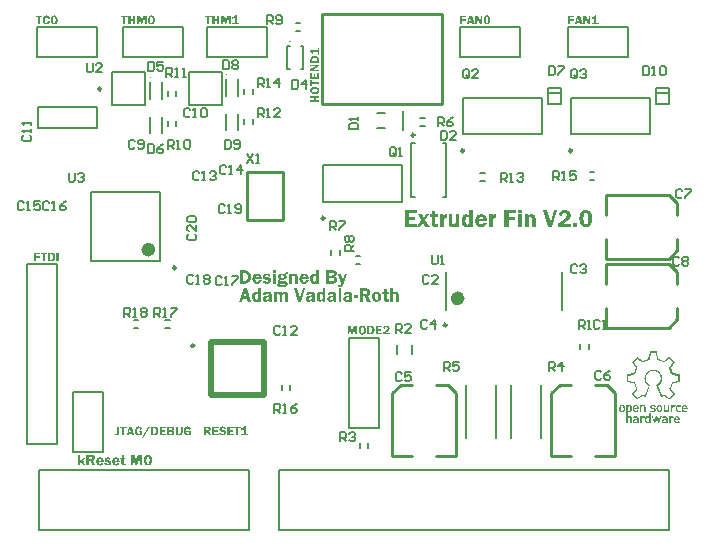
<source format=gto>
%FSLAX25Y25*%
%MOIN*%
G70*
G01*
G75*
%ADD10R,0.12205X0.06299*%
%ADD11R,0.03543X0.03150*%
%ADD12R,0.03543X0.02756*%
%ADD13R,0.02756X0.03543*%
%ADD14R,0.01772X0.02362*%
%ADD15R,0.12795X0.08661*%
%ADD16R,0.03937X0.08661*%
%ADD17R,0.03937X0.05906*%
%ADD18R,0.06102X0.09646*%
%ADD19R,0.01378X0.03543*%
%ADD20R,0.01181X0.03937*%
%ADD21O,0.02362X0.08661*%
%ADD22O,0.01181X0.06299*%
%ADD23O,0.06299X0.01181*%
%ADD24R,0.20551X0.12205*%
%ADD25O,0.01378X0.06693*%
%ADD26R,0.05512X0.11811*%
%ADD27R,0.11811X0.05512*%
%ADD28R,0.02953X0.11024*%
%ADD29R,0.05118X0.06102*%
%ADD30R,0.07480X0.04331*%
%ADD31R,0.05906X0.03937*%
%ADD32C,0.01400*%
%ADD33C,0.00800*%
%ADD34C,0.01500*%
%ADD35C,0.00600*%
%ADD36C,0.03500*%
%ADD37C,0.02500*%
%ADD38C,0.01000*%
%ADD39C,0.01200*%
%ADD40C,0.03900*%
%ADD41C,0.05000*%
%ADD42R,0.05906X0.05906*%
%ADD43C,0.09055*%
%ADD44R,0.09055X0.09055*%
%ADD45C,0.05906*%
%ADD46R,0.05906X0.05906*%
%ADD47C,0.02500*%
%ADD48C,0.05000*%
%ADD49C,0.03000*%
%ADD50C,0.02000*%
%ADD51C,0.00984*%
%ADD52C,0.00394*%
%ADD53C,0.02362*%
%ADD54C,0.00984*%
%ADD55C,0.00787*%
%ADD56C,0.00500*%
%ADD57C,0.02000*%
G36*
X122031Y70499D02*
X120641D01*
Y69898D01*
X121736D01*
Y69349D01*
X120641D01*
Y68706D01*
X122031D01*
Y68124D01*
X119943D01*
Y71058D01*
X122031D01*
Y70499D01*
D02*
G37*
G36*
X123505Y71095D02*
X123551Y71090D01*
X123602Y71086D01*
X123658Y71076D01*
X123718Y71067D01*
X123843Y71030D01*
X123912Y71012D01*
X123977Y70984D01*
X124041Y70952D01*
X124101Y70915D01*
X124161Y70873D01*
X124217Y70822D01*
X124221Y70818D01*
X124231Y70808D01*
X124244Y70795D01*
X124263Y70776D01*
X124282Y70748D01*
X124305Y70716D01*
X124332Y70679D01*
X124360Y70638D01*
X124411Y70545D01*
X124457Y70434D01*
X124471Y70374D01*
X124485Y70310D01*
X124494Y70245D01*
X124499Y70175D01*
Y70171D01*
Y70157D01*
Y70139D01*
X124494Y70111D01*
X124489Y70074D01*
X124485Y70037D01*
X124476Y69991D01*
X124462Y69940D01*
X124425Y69834D01*
X124402Y69774D01*
X124374Y69713D01*
X124341Y69653D01*
X124300Y69593D01*
X124254Y69533D01*
X124203Y69473D01*
X124198Y69469D01*
X124189Y69459D01*
X124171Y69441D01*
X124147Y69418D01*
X124110Y69390D01*
X124069Y69353D01*
X124018Y69311D01*
X123958Y69265D01*
X123893Y69210D01*
X123815Y69154D01*
X123727Y69090D01*
X123630Y69020D01*
X123519Y68947D01*
X123404Y68873D01*
X123270Y68789D01*
X123131Y68706D01*
X124540D01*
X124489Y68124D01*
X122290D01*
Y68692D01*
X122295Y68697D01*
X122309Y68706D01*
X122336Y68725D01*
X122373Y68752D01*
X122424Y68789D01*
X122484Y68831D01*
X122558Y68887D01*
X122641Y68947D01*
X122651Y68951D01*
X122669Y68965D01*
X122701Y68988D01*
X122738Y69020D01*
X122789Y69053D01*
X122849Y69099D01*
X122909Y69145D01*
X122979Y69196D01*
X123122Y69307D01*
X123265Y69427D01*
X123339Y69487D01*
X123404Y69542D01*
X123464Y69598D01*
X123519Y69653D01*
X123524Y69658D01*
X123533Y69667D01*
X123547Y69681D01*
X123561Y69700D01*
X123607Y69755D01*
X123658Y69820D01*
X123709Y69898D01*
X123755Y69986D01*
X123769Y70028D01*
X123783Y70074D01*
X123792Y70120D01*
X123796Y70162D01*
Y70171D01*
Y70189D01*
X123792Y70222D01*
X123783Y70263D01*
X123769Y70305D01*
X123750Y70351D01*
X123722Y70402D01*
X123686Y70443D01*
X123681Y70448D01*
X123667Y70462D01*
X123639Y70480D01*
X123607Y70499D01*
X123565Y70517D01*
X123514Y70536D01*
X123454Y70550D01*
X123390Y70554D01*
X123371D01*
X123348Y70550D01*
X123320Y70545D01*
X123288Y70536D01*
X123251Y70527D01*
X123210Y70508D01*
X123163Y70485D01*
X123122Y70453D01*
X123076Y70416D01*
X123034Y70374D01*
X122997Y70319D01*
X122960Y70254D01*
X122932Y70180D01*
X122909Y70092D01*
X122891Y69995D01*
X122290Y70129D01*
Y70134D01*
X122295Y70139D01*
Y70152D01*
X122300Y70171D01*
X122313Y70217D01*
X122336Y70282D01*
X122364Y70356D01*
X122406Y70434D01*
X122452Y70522D01*
X122507Y70614D01*
X122577Y70707D01*
X122655Y70795D01*
X122748Y70873D01*
X122854Y70947D01*
X122974Y71012D01*
X123108Y71058D01*
X123182Y71076D01*
X123256Y71090D01*
X123339Y71095D01*
X123422Y71100D01*
X123473D01*
X123505Y71095D01*
D02*
G37*
G36*
X115462D02*
X115504Y71090D01*
X115554Y71086D01*
X115614Y71076D01*
X115679Y71062D01*
X115748Y71044D01*
X115822Y71016D01*
X115901Y70989D01*
X115975Y70952D01*
X116053Y70905D01*
X116127Y70850D01*
X116201Y70790D01*
X116270Y70721D01*
X116330Y70638D01*
X116335Y70633D01*
X116344Y70619D01*
X116358Y70591D01*
X116381Y70559D01*
X116404Y70513D01*
X116432Y70462D01*
X116460Y70402D01*
X116488Y70337D01*
X116515Y70263D01*
X116548Y70180D01*
X116571Y70092D01*
X116594Y70004D01*
X116617Y69907D01*
X116631Y69806D01*
X116640Y69700D01*
X116645Y69589D01*
Y69579D01*
Y69561D01*
Y69529D01*
X116640Y69482D01*
X116635Y69427D01*
X116626Y69362D01*
X116617Y69293D01*
X116603Y69214D01*
X116589Y69131D01*
X116566Y69048D01*
X116538Y68956D01*
X116511Y68868D01*
X116469Y68776D01*
X116428Y68683D01*
X116377Y68595D01*
X116321Y68512D01*
X116317Y68508D01*
X116307Y68494D01*
X116289Y68471D01*
X116261Y68443D01*
X116229Y68411D01*
X116187Y68374D01*
X116136Y68337D01*
X116081Y68295D01*
X116021Y68253D01*
X115947Y68217D01*
X115873Y68180D01*
X115785Y68147D01*
X115698Y68120D01*
X115596Y68097D01*
X115490Y68083D01*
X115379Y68078D01*
X115351D01*
X115323Y68083D01*
X115282Y68087D01*
X115231Y68092D01*
X115175Y68101D01*
X115111Y68115D01*
X115041Y68133D01*
X114972Y68156D01*
X114894Y68184D01*
X114820Y68221D01*
X114746Y68267D01*
X114667Y68318D01*
X114598Y68374D01*
X114529Y68443D01*
X114464Y68521D01*
X114459Y68526D01*
X114450Y68540D01*
X114436Y68568D01*
X114413Y68600D01*
X114390Y68642D01*
X114362Y68697D01*
X114335Y68757D01*
X114302Y68822D01*
X114275Y68896D01*
X114242Y68979D01*
X114215Y69067D01*
X114191Y69164D01*
X114168Y69265D01*
X114154Y69372D01*
X114145Y69482D01*
X114141Y69598D01*
Y69607D01*
Y69626D01*
Y69658D01*
X114145Y69704D01*
X114150Y69760D01*
X114159Y69824D01*
X114168Y69894D01*
X114182Y69972D01*
X114201Y70055D01*
X114219Y70143D01*
X114247Y70231D01*
X114279Y70323D01*
X114316Y70411D01*
X114362Y70499D01*
X114413Y70587D01*
X114469Y70670D01*
X114473Y70674D01*
X114482Y70688D01*
X114501Y70711D01*
X114529Y70739D01*
X114561Y70771D01*
X114603Y70804D01*
X114653Y70845D01*
X114709Y70887D01*
X114769Y70924D01*
X114843Y70965D01*
X114917Y70998D01*
X115000Y71035D01*
X115092Y71058D01*
X115189Y71081D01*
X115291Y71095D01*
X115402Y71100D01*
X115429D01*
X115462Y71095D01*
D02*
G37*
G36*
X118118Y71053D02*
X118174Y71049D01*
X118229Y71044D01*
X118294Y71039D01*
X118428Y71021D01*
X118562Y70993D01*
X118691Y70956D01*
X118747Y70933D01*
X118802Y70905D01*
X118807D01*
X118816Y70896D01*
X118830Y70892D01*
X118848Y70878D01*
X118899Y70841D01*
X118964Y70790D01*
X119038Y70721D01*
X119116Y70638D01*
X119200Y70540D01*
X119283Y70425D01*
X119287Y70420D01*
X119292Y70411D01*
X119301Y70393D01*
X119315Y70365D01*
X119333Y70333D01*
X119352Y70296D01*
X119370Y70249D01*
X119389Y70199D01*
X119407Y70143D01*
X119426Y70078D01*
X119444Y70009D01*
X119463Y69940D01*
X119477Y69861D01*
X119486Y69778D01*
X119495Y69690D01*
Y69598D01*
Y69589D01*
Y69570D01*
X119491Y69538D01*
Y69492D01*
X119486Y69436D01*
X119477Y69376D01*
X119463Y69307D01*
X119449Y69228D01*
X119430Y69150D01*
X119403Y69062D01*
X119375Y68974D01*
X119338Y68887D01*
X119297Y68799D01*
X119246Y68711D01*
X119186Y68628D01*
X119121Y68545D01*
X119116Y68540D01*
X119102Y68526D01*
X119084Y68508D01*
X119052Y68480D01*
X119015Y68448D01*
X118968Y68411D01*
X118918Y68374D01*
X118853Y68337D01*
X118784Y68295D01*
X118710Y68258D01*
X118627Y68221D01*
X118534Y68189D01*
X118437Y68161D01*
X118331Y68143D01*
X118220Y68129D01*
X118100Y68124D01*
X117093D01*
Y71058D01*
X118077D01*
X118118Y71053D01*
D02*
G37*
G36*
X113697Y68124D02*
X113004D01*
Y70513D01*
X112265Y68124D01*
X111789D01*
X111077Y70513D01*
Y68124D01*
X110500D01*
Y71058D01*
X111572D01*
X112080Y69298D01*
X112621Y71058D01*
X113697D01*
Y68124D01*
D02*
G37*
G36*
X43496Y171500D02*
X42803D01*
Y173889D01*
X42064Y171500D01*
X41588D01*
X40877Y173889D01*
Y171500D01*
X40299D01*
Y174434D01*
X41371D01*
X41879Y172673D01*
X42420Y174434D01*
X43496D01*
Y171500D01*
D02*
G37*
G36*
X39708D02*
X39033D01*
Y172710D01*
X38123D01*
Y171500D01*
X37449D01*
Y174434D01*
X38123D01*
Y173293D01*
X39033D01*
Y174434D01*
X39708D01*
Y171500D01*
D02*
G37*
G36*
X45127Y174471D02*
X45169D01*
X45215Y174461D01*
X45266Y174452D01*
X45326Y174438D01*
X45390Y174420D01*
X45455Y174397D01*
X45524Y174369D01*
X45594Y174332D01*
X45663Y174291D01*
X45732Y174240D01*
X45802Y174180D01*
X45862Y174115D01*
X45922Y174036D01*
X45926Y174032D01*
X45935Y174018D01*
X45949Y173990D01*
X45968Y173958D01*
X45991Y173916D01*
X46019Y173865D01*
X46042Y173805D01*
X46074Y173741D01*
X46102Y173662D01*
X46125Y173584D01*
X46153Y173496D01*
X46176Y173403D01*
X46194Y173302D01*
X46208Y173196D01*
X46217Y173085D01*
X46222Y172969D01*
Y172960D01*
Y172941D01*
Y172905D01*
X46217Y172863D01*
X46213Y172808D01*
X46208Y172743D01*
X46199Y172669D01*
X46185Y172590D01*
X46167Y172507D01*
X46148Y172419D01*
X46125Y172332D01*
X46097Y172239D01*
X46060Y172151D01*
X46019Y172059D01*
X45972Y171971D01*
X45922Y171888D01*
X45917Y171883D01*
X45908Y171870D01*
X45889Y171846D01*
X45866Y171819D01*
X45838Y171786D01*
X45797Y171749D01*
X45755Y171713D01*
X45704Y171671D01*
X45649Y171629D01*
X45584Y171592D01*
X45515Y171555D01*
X45437Y171523D01*
X45358Y171495D01*
X45266Y171472D01*
X45173Y171458D01*
X45072Y171454D01*
X45048D01*
X45021Y171458D01*
X44984D01*
X44938Y171468D01*
X44887Y171477D01*
X44827Y171491D01*
X44762Y171509D01*
X44697Y171528D01*
X44628Y171555D01*
X44559Y171592D01*
X44489Y171634D01*
X44420Y171680D01*
X44355Y171740D01*
X44291Y171805D01*
X44231Y171879D01*
X44226Y171883D01*
X44217Y171897D01*
X44203Y171925D01*
X44185Y171957D01*
X44161Y171999D01*
X44138Y172050D01*
X44111Y172110D01*
X44083Y172175D01*
X44055Y172248D01*
X44028Y172332D01*
X44004Y172419D01*
X43981Y172516D01*
X43963Y172618D01*
X43949Y172724D01*
X43940Y172840D01*
X43935Y172960D01*
Y172969D01*
Y172988D01*
Y173020D01*
X43940Y173066D01*
X43944Y173122D01*
X43949Y173186D01*
X43958Y173256D01*
X43972Y173334D01*
X43986Y173417D01*
X44004Y173505D01*
X44032Y173593D01*
X44060Y173685D01*
X44092Y173773D01*
X44129Y173865D01*
X44175Y173953D01*
X44226Y174036D01*
X44231Y174041D01*
X44240Y174055D01*
X44258Y174078D01*
X44282Y174106D01*
X44309Y174138D01*
X44346Y174175D01*
X44392Y174217D01*
X44443Y174258D01*
X44499Y174295D01*
X44563Y174337D01*
X44633Y174374D01*
X44707Y174406D01*
X44790Y174434D01*
X44878Y174457D01*
X44975Y174471D01*
X45076Y174475D01*
X45099D01*
X45127Y174471D01*
D02*
G37*
G36*
X37153Y173852D02*
X36428D01*
Y171500D01*
X35730D01*
Y173852D01*
X35000D01*
Y174434D01*
X37153D01*
Y173852D01*
D02*
G37*
G36*
X188796Y171500D02*
X188056D01*
X187876Y172105D01*
X186929D01*
X186744Y171500D01*
X186144D01*
X187077Y174434D01*
X187876D01*
X188796Y171500D01*
D02*
G37*
G36*
X193416Y172036D02*
X194229D01*
Y171500D01*
X191854D01*
Y172036D01*
X192741D01*
Y173713D01*
X192736Y173708D01*
X192718Y173699D01*
X192690Y173681D01*
X192653Y173662D01*
X192612Y173634D01*
X192561Y173607D01*
X192501Y173574D01*
X192441Y173537D01*
X192311Y173468D01*
X192177Y173394D01*
X192043Y173329D01*
X191983Y173297D01*
X191928Y173274D01*
Y173879D01*
X191937Y173884D01*
X191960Y173889D01*
X191997Y173902D01*
X192048Y173921D01*
X192108Y173944D01*
X192177Y173967D01*
X192256Y173999D01*
X192334Y174036D01*
X192501Y174124D01*
X192584Y174170D01*
X192663Y174226D01*
X192736Y174281D01*
X192806Y174341D01*
X192866Y174406D01*
X192917Y174475D01*
X193416D01*
Y172036D01*
D02*
G37*
G36*
X155364Y171500D02*
X154768D01*
X153636Y173477D01*
Y173473D01*
Y173463D01*
Y173436D01*
Y173403D01*
X153641Y173390D01*
Y173380D01*
Y173376D01*
Y173366D01*
X153646Y173353D01*
Y173339D01*
X153650Y173297D01*
Y173256D01*
Y171500D01*
X153114D01*
Y174434D01*
X153853D01*
X154847Y172701D01*
Y172706D01*
Y172724D01*
X154842Y172747D01*
Y172775D01*
X154838Y172840D01*
X154833Y172868D01*
Y172895D01*
Y174434D01*
X155364D01*
Y171500D01*
D02*
G37*
G36*
X186084Y173852D02*
X184712D01*
Y173196D01*
X185797D01*
Y172646D01*
X184712D01*
Y171500D01*
X184000D01*
Y174434D01*
X186084D01*
Y173852D01*
D02*
G37*
G36*
X191364Y171500D02*
X190768D01*
X189636Y173477D01*
Y173473D01*
Y173463D01*
Y173436D01*
Y173403D01*
X189641Y173390D01*
Y173380D01*
Y173376D01*
Y173366D01*
X189646Y173353D01*
Y173339D01*
X189650Y173297D01*
Y173256D01*
Y171500D01*
X189114D01*
Y174434D01*
X189854D01*
X190847Y172701D01*
Y172706D01*
Y172724D01*
X190842Y172747D01*
Y172775D01*
X190838Y172840D01*
X190833Y172868D01*
Y172895D01*
Y174434D01*
X191364D01*
Y171500D01*
D02*
G37*
G36*
X11618Y95429D02*
X11673Y95424D01*
X11729Y95420D01*
X11794Y95415D01*
X11928Y95397D01*
X12061Y95369D01*
X12191Y95332D01*
X12246Y95309D01*
X12302Y95281D01*
X12306D01*
X12315Y95272D01*
X12329Y95267D01*
X12348Y95253D01*
X12399Y95217D01*
X12463Y95166D01*
X12537Y95096D01*
X12616Y95013D01*
X12699Y94916D01*
X12782Y94801D01*
X12787Y94796D01*
X12791Y94787D01*
X12801Y94768D01*
X12814Y94741D01*
X12833Y94708D01*
X12852Y94671D01*
X12870Y94625D01*
X12888Y94574D01*
X12907Y94519D01*
X12925Y94454D01*
X12944Y94385D01*
X12962Y94316D01*
X12976Y94237D01*
X12985Y94154D01*
X12995Y94066D01*
Y93974D01*
Y93964D01*
Y93946D01*
X12990Y93914D01*
Y93867D01*
X12985Y93812D01*
X12976Y93752D01*
X12962Y93683D01*
X12948Y93604D01*
X12930Y93526D01*
X12902Y93438D01*
X12875Y93350D01*
X12838Y93262D01*
X12796Y93174D01*
X12745Y93087D01*
X12685Y93004D01*
X12620Y92920D01*
X12616Y92916D01*
X12602Y92902D01*
X12584Y92883D01*
X12551Y92856D01*
X12514Y92823D01*
X12468Y92786D01*
X12417Y92750D01*
X12353Y92712D01*
X12283Y92671D01*
X12209Y92634D01*
X12126Y92597D01*
X12034Y92565D01*
X11937Y92537D01*
X11830Y92519D01*
X11720Y92505D01*
X11599Y92500D01*
X10592D01*
Y95434D01*
X11576D01*
X11618Y95429D01*
D02*
G37*
G36*
X14127Y92500D02*
X13443D01*
Y95434D01*
X14127D01*
Y92500D01*
D02*
G37*
G36*
X8084Y94852D02*
X6712D01*
Y94195D01*
X7797D01*
Y93646D01*
X6712D01*
Y92500D01*
X6000D01*
Y95434D01*
X8084D01*
Y94852D01*
D02*
G37*
G36*
X10297D02*
X9571D01*
Y92500D01*
X8874D01*
Y94852D01*
X8144D01*
Y95434D01*
X10297D01*
Y94852D01*
D02*
G37*
G36*
X76568Y35036D02*
X77381D01*
Y34500D01*
X75006D01*
Y35036D01*
X75893D01*
Y36713D01*
X75889Y36708D01*
X75870Y36699D01*
X75843Y36681D01*
X75806Y36662D01*
X75764Y36634D01*
X75713Y36607D01*
X75653Y36574D01*
X75593Y36537D01*
X75464Y36468D01*
X75330Y36394D01*
X75196Y36329D01*
X75136Y36297D01*
X75080Y36274D01*
Y36879D01*
X75090Y36884D01*
X75113Y36889D01*
X75150Y36902D01*
X75200Y36921D01*
X75260Y36944D01*
X75330Y36967D01*
X75408Y36999D01*
X75487Y37036D01*
X75653Y37124D01*
X75736Y37170D01*
X75815Y37226D01*
X75889Y37281D01*
X75958Y37341D01*
X76018Y37406D01*
X76069Y37475D01*
X76568D01*
Y35036D01*
D02*
G37*
G36*
X68894Y37471D02*
X68950Y37466D01*
X69019Y37452D01*
X69097Y37438D01*
X69185Y37415D01*
X69273Y37387D01*
X69370Y37350D01*
X69462Y37304D01*
X69555Y37249D01*
X69647Y37184D01*
X69730Y37106D01*
X69804Y37013D01*
X69869Y36902D01*
X69924Y36782D01*
X69338Y36588D01*
Y36593D01*
X69333Y36602D01*
X69324Y36621D01*
X69314Y36644D01*
X69278Y36699D01*
X69231Y36764D01*
X69199Y36796D01*
X69162Y36829D01*
X69121Y36856D01*
X69074Y36884D01*
X69023Y36907D01*
X68968Y36926D01*
X68903Y36935D01*
X68834Y36939D01*
X68797D01*
X68769Y36935D01*
X68742Y36930D01*
X68705Y36926D01*
X68631Y36907D01*
X68557Y36875D01*
X68520Y36852D01*
X68492Y36829D01*
X68464Y36796D01*
X68446Y36759D01*
X68432Y36718D01*
X68427Y36671D01*
Y36667D01*
Y36653D01*
X68432Y36634D01*
X68437Y36611D01*
X68446Y36584D01*
X68460Y36556D01*
X68478Y36524D01*
X68501Y36496D01*
X68506Y36491D01*
X68520Y36482D01*
X68538Y36468D01*
X68575Y36454D01*
X68621Y36431D01*
X68682Y36408D01*
X68756Y36390D01*
X68848Y36367D01*
X68853D01*
X68866Y36362D01*
X68889Y36357D01*
X68922Y36353D01*
X68959Y36343D01*
X69000Y36334D01*
X69097Y36311D01*
X69204Y36279D01*
X69314Y36251D01*
X69416Y36214D01*
X69462Y36200D01*
X69504Y36182D01*
X69508D01*
X69513Y36177D01*
X69541Y36163D01*
X69578Y36140D01*
X69624Y36108D01*
X69679Y36066D01*
X69740Y36015D01*
X69800Y35955D01*
X69855Y35881D01*
X69860Y35872D01*
X69878Y35844D01*
X69901Y35803D01*
X69929Y35747D01*
X69957Y35683D01*
X69980Y35604D01*
X69998Y35521D01*
X70003Y35429D01*
Y35424D01*
Y35410D01*
Y35392D01*
X69998Y35364D01*
X69994Y35327D01*
X69984Y35285D01*
X69975Y35244D01*
X69966Y35193D01*
X69929Y35087D01*
X69901Y35031D01*
X69873Y34971D01*
X69837Y34911D01*
X69795Y34856D01*
X69749Y34796D01*
X69693Y34740D01*
X69689Y34736D01*
X69679Y34726D01*
X69661Y34712D01*
X69638Y34694D01*
X69606Y34676D01*
X69564Y34648D01*
X69518Y34625D01*
X69467Y34597D01*
X69407Y34569D01*
X69338Y34546D01*
X69264Y34519D01*
X69181Y34500D01*
X69093Y34481D01*
X68996Y34468D01*
X68894Y34458D01*
X68783Y34454D01*
X68742D01*
X68709Y34458D01*
X68668D01*
X68626Y34463D01*
X68575Y34472D01*
X68520Y34481D01*
X68400Y34505D01*
X68270Y34542D01*
X68141Y34592D01*
X68076Y34620D01*
X68016Y34657D01*
X68012Y34662D01*
X68002Y34666D01*
X67989Y34680D01*
X67966Y34694D01*
X67938Y34717D01*
X67910Y34745D01*
X67878Y34773D01*
X67845Y34809D01*
X67808Y34851D01*
X67776Y34893D01*
X67739Y34944D01*
X67707Y34999D01*
X67674Y35059D01*
X67647Y35119D01*
X67624Y35188D01*
X67601Y35262D01*
X68238Y35410D01*
Y35405D01*
X68243Y35392D01*
X68252Y35373D01*
X68261Y35346D01*
X68280Y35318D01*
X68298Y35281D01*
X68321Y35244D01*
X68353Y35207D01*
X68391Y35170D01*
X68432Y35133D01*
X68478Y35096D01*
X68534Y35068D01*
X68598Y35041D01*
X68668Y35022D01*
X68746Y35008D01*
X68834Y35004D01*
X68871D01*
X68913Y35008D01*
X68968Y35013D01*
X69023Y35027D01*
X69083Y35041D01*
X69139Y35064D01*
X69185Y35091D01*
X69190Y35096D01*
X69204Y35110D01*
X69222Y35128D01*
X69245Y35151D01*
X69268Y35184D01*
X69287Y35221D01*
X69301Y35262D01*
X69305Y35309D01*
Y35313D01*
Y35332D01*
X69301Y35355D01*
X69291Y35382D01*
X69278Y35415D01*
X69259Y35447D01*
X69236Y35479D01*
X69199Y35507D01*
X69194Y35512D01*
X69176Y35521D01*
X69148Y35535D01*
X69107Y35553D01*
X69051Y35572D01*
X68982Y35595D01*
X68894Y35618D01*
X68792Y35641D01*
X68788D01*
X68769Y35646D01*
X68737Y35655D01*
X68700Y35664D01*
X68654Y35673D01*
X68603Y35687D01*
X68543Y35706D01*
X68483Y35724D01*
X68349Y35770D01*
X68215Y35821D01*
X68150Y35854D01*
X68090Y35886D01*
X68039Y35918D01*
X67989Y35955D01*
X67984Y35960D01*
X67979Y35965D01*
X67966Y35978D01*
X67952Y35992D01*
X67933Y36015D01*
X67915Y36039D01*
X67873Y36108D01*
X67827Y36191D01*
X67790Y36293D01*
X67762Y36408D01*
X67758Y36477D01*
X67753Y36547D01*
Y36551D01*
Y36565D01*
Y36584D01*
X67758Y36611D01*
X67762Y36644D01*
X67767Y36685D01*
X67776Y36727D01*
X67790Y36773D01*
X67822Y36879D01*
X67845Y36930D01*
X67873Y36986D01*
X67905Y37041D01*
X67942Y37096D01*
X67984Y37152D01*
X68035Y37203D01*
X68039Y37207D01*
X68049Y37217D01*
X68063Y37226D01*
X68086Y37244D01*
X68118Y37267D01*
X68150Y37290D01*
X68192Y37314D01*
X68238Y37341D01*
X68293Y37364D01*
X68349Y37387D01*
X68414Y37411D01*
X68483Y37434D01*
X68557Y37452D01*
X68635Y37461D01*
X68723Y37471D01*
X68811Y37475D01*
X68848D01*
X68894Y37471D01*
D02*
G37*
G36*
X72539Y36875D02*
X71149D01*
Y36274D01*
X72244D01*
Y35724D01*
X71149D01*
Y35082D01*
X72539D01*
Y34500D01*
X70451D01*
Y37434D01*
X72539D01*
Y36875D01*
D02*
G37*
G36*
X74812Y36852D02*
X74087D01*
Y34500D01*
X73389D01*
Y36852D01*
X72659D01*
Y37434D01*
X74812D01*
Y36852D01*
D02*
G37*
G36*
X42443Y33765D02*
X42009D01*
X44093Y37434D01*
X44532D01*
X42443Y33765D01*
D02*
G37*
G36*
X45968Y37429D02*
X46024Y37424D01*
X46079Y37420D01*
X46144Y37415D01*
X46278Y37397D01*
X46412Y37369D01*
X46541Y37332D01*
X46597Y37309D01*
X46652Y37281D01*
X46657D01*
X46666Y37272D01*
X46680Y37267D01*
X46698Y37253D01*
X46749Y37217D01*
X46814Y37166D01*
X46888Y37096D01*
X46966Y37013D01*
X47049Y36916D01*
X47133Y36801D01*
X47137Y36796D01*
X47142Y36787D01*
X47151Y36768D01*
X47165Y36741D01*
X47183Y36708D01*
X47202Y36671D01*
X47220Y36625D01*
X47239Y36574D01*
X47257Y36519D01*
X47276Y36454D01*
X47294Y36385D01*
X47313Y36316D01*
X47327Y36237D01*
X47336Y36154D01*
X47345Y36066D01*
Y35974D01*
Y35965D01*
Y35946D01*
X47341Y35914D01*
Y35868D01*
X47336Y35812D01*
X47327Y35752D01*
X47313Y35683D01*
X47299Y35604D01*
X47280Y35526D01*
X47253Y35438D01*
X47225Y35350D01*
X47188Y35262D01*
X47146Y35175D01*
X47096Y35087D01*
X47036Y35004D01*
X46971Y34920D01*
X46966Y34916D01*
X46952Y34902D01*
X46934Y34883D01*
X46902Y34856D01*
X46865Y34823D01*
X46818Y34786D01*
X46768Y34749D01*
X46703Y34712D01*
X46634Y34671D01*
X46560Y34634D01*
X46477Y34597D01*
X46384Y34565D01*
X46287Y34537D01*
X46181Y34519D01*
X46070Y34505D01*
X45950Y34500D01*
X44943D01*
Y37434D01*
X45927D01*
X45968Y37429D01*
D02*
G37*
G36*
X49882Y36875D02*
X48491D01*
Y36274D01*
X49586D01*
Y35724D01*
X48491D01*
Y35082D01*
X49882D01*
Y34500D01*
X47793D01*
Y37434D01*
X49882D01*
Y36875D01*
D02*
G37*
G36*
X36798Y36852D02*
X36072D01*
Y34500D01*
X35375D01*
Y36852D01*
X34645D01*
Y37434D01*
X36798D01*
Y36852D01*
D02*
G37*
G36*
X39450Y34500D02*
X38710D01*
X38530Y35105D01*
X37583D01*
X37398Y34500D01*
X36798D01*
X37731Y37434D01*
X38530D01*
X39450Y34500D01*
D02*
G37*
G36*
X71496Y171500D02*
X70803D01*
Y173889D01*
X70064Y171500D01*
X69588D01*
X68877Y173889D01*
Y171500D01*
X68299D01*
Y174434D01*
X69371D01*
X69879Y172673D01*
X70420Y174434D01*
X71496D01*
Y171500D01*
D02*
G37*
G36*
X67708D02*
X67033D01*
Y172710D01*
X66123D01*
Y171500D01*
X65449D01*
Y174434D01*
X66123D01*
Y173293D01*
X67033D01*
Y174434D01*
X67708D01*
Y171500D01*
D02*
G37*
G36*
X65153Y173852D02*
X64428D01*
Y171500D01*
X63730D01*
Y173852D01*
X63000D01*
Y174434D01*
X65153D01*
Y173852D01*
D02*
G37*
G36*
X73543Y172036D02*
X74356D01*
Y171500D01*
X71981D01*
Y172036D01*
X72868D01*
Y173713D01*
X72864Y173708D01*
X72845Y173699D01*
X72817Y173681D01*
X72781Y173662D01*
X72739Y173634D01*
X72688Y173607D01*
X72628Y173574D01*
X72568Y173537D01*
X72439Y173468D01*
X72305Y173394D01*
X72171Y173329D01*
X72111Y173297D01*
X72055Y173274D01*
Y173879D01*
X72064Y173884D01*
X72088Y173889D01*
X72124Y173902D01*
X72175Y173921D01*
X72235Y173944D01*
X72305Y173967D01*
X72383Y173999D01*
X72462Y174036D01*
X72628Y174124D01*
X72711Y174170D01*
X72790Y174226D01*
X72864Y174281D01*
X72933Y174341D01*
X72993Y174406D01*
X73044Y174475D01*
X73543D01*
Y172036D01*
D02*
G37*
G36*
X12751Y174471D02*
X12792D01*
X12839Y174461D01*
X12889Y174452D01*
X12949Y174438D01*
X13014Y174420D01*
X13079Y174397D01*
X13148Y174369D01*
X13217Y174332D01*
X13287Y174291D01*
X13356Y174240D01*
X13425Y174180D01*
X13485Y174115D01*
X13545Y174036D01*
X13550Y174032D01*
X13559Y174018D01*
X13573Y173990D01*
X13592Y173958D01*
X13615Y173916D01*
X13643Y173865D01*
X13666Y173805D01*
X13698Y173741D01*
X13726Y173662D01*
X13749Y173584D01*
X13777Y173496D01*
X13800Y173403D01*
X13818Y173302D01*
X13832Y173196D01*
X13841Y173085D01*
X13846Y172969D01*
Y172960D01*
Y172941D01*
Y172905D01*
X13841Y172863D01*
X13837Y172808D01*
X13832Y172743D01*
X13823Y172669D01*
X13809Y172590D01*
X13790Y172507D01*
X13772Y172419D01*
X13749Y172332D01*
X13721Y172239D01*
X13684Y172151D01*
X13643Y172059D01*
X13596Y171971D01*
X13545Y171888D01*
X13541Y171883D01*
X13532Y171870D01*
X13513Y171846D01*
X13490Y171819D01*
X13462Y171786D01*
X13421Y171749D01*
X13379Y171713D01*
X13328Y171671D01*
X13273Y171629D01*
X13208Y171592D01*
X13139Y171555D01*
X13060Y171523D01*
X12982Y171495D01*
X12889Y171472D01*
X12797Y171458D01*
X12695Y171454D01*
X12672D01*
X12645Y171458D01*
X12608D01*
X12561Y171468D01*
X12511Y171477D01*
X12451Y171491D01*
X12386Y171509D01*
X12321Y171528D01*
X12252Y171555D01*
X12183Y171592D01*
X12113Y171634D01*
X12044Y171680D01*
X11979Y171740D01*
X11915Y171805D01*
X11855Y171879D01*
X11850Y171883D01*
X11841Y171897D01*
X11827Y171925D01*
X11808Y171957D01*
X11785Y171999D01*
X11762Y172050D01*
X11734Y172110D01*
X11707Y172175D01*
X11679Y172248D01*
X11651Y172332D01*
X11628Y172419D01*
X11605Y172516D01*
X11587Y172618D01*
X11573Y172724D01*
X11564Y172840D01*
X11559Y172960D01*
Y172969D01*
Y172988D01*
Y173020D01*
X11564Y173066D01*
X11568Y173122D01*
X11573Y173186D01*
X11582Y173256D01*
X11596Y173334D01*
X11610Y173417D01*
X11628Y173505D01*
X11656Y173593D01*
X11684Y173685D01*
X11716Y173773D01*
X11753Y173865D01*
X11799Y173953D01*
X11850Y174036D01*
X11855Y174041D01*
X11864Y174055D01*
X11882Y174078D01*
X11905Y174106D01*
X11933Y174138D01*
X11970Y174175D01*
X12016Y174217D01*
X12067Y174258D01*
X12122Y174295D01*
X12187Y174337D01*
X12257Y174374D01*
X12330Y174406D01*
X12414Y174434D01*
X12501Y174457D01*
X12598Y174471D01*
X12700Y174475D01*
X12723D01*
X12751Y174471D01*
D02*
G37*
G36*
X63877Y37429D02*
X63909D01*
X63992Y37424D01*
X64085Y37415D01*
X64177Y37397D01*
X64270Y37378D01*
X64357Y37350D01*
X64362D01*
X64367Y37346D01*
X64394Y37332D01*
X64436Y37314D01*
X64482Y37281D01*
X64542Y37240D01*
X64602Y37184D01*
X64662Y37119D01*
X64718Y37041D01*
Y37036D01*
X64722Y37032D01*
X64732Y37018D01*
X64741Y37004D01*
X64764Y36958D01*
X64792Y36898D01*
X64815Y36824D01*
X64838Y36741D01*
X64856Y36648D01*
X64861Y36551D01*
Y36547D01*
Y36528D01*
X64856Y36500D01*
X64852Y36463D01*
X64847Y36422D01*
X64833Y36371D01*
X64819Y36316D01*
X64796Y36256D01*
X64768Y36195D01*
X64736Y36131D01*
X64694Y36066D01*
X64648Y36006D01*
X64588Y35946D01*
X64519Y35886D01*
X64440Y35835D01*
X64353Y35789D01*
X64893Y34500D01*
X64135D01*
X63683Y35660D01*
X63193D01*
Y34500D01*
X62500D01*
Y37434D01*
X63844D01*
X63877Y37429D01*
D02*
G37*
G36*
X67480Y36875D02*
X66090D01*
Y36274D01*
X67185D01*
Y35724D01*
X66090D01*
Y35082D01*
X67480D01*
Y34500D01*
X65392D01*
Y37434D01*
X67480D01*
Y36875D01*
D02*
G37*
G36*
X8653Y173852D02*
X7928D01*
Y171500D01*
X7230D01*
Y173852D01*
X6500D01*
Y174434D01*
X8653D01*
Y173852D01*
D02*
G37*
G36*
X10187Y174471D02*
X10215Y174466D01*
X10284Y174457D01*
X10367Y174438D01*
X10459Y174415D01*
X10561Y174378D01*
X10663Y174332D01*
X10769Y174272D01*
X10875Y174198D01*
X10972Y174106D01*
X11023Y174050D01*
X11065Y173995D01*
X11111Y173930D01*
X11148Y173865D01*
X11185Y173792D01*
X11222Y173713D01*
X11249Y173625D01*
X11272Y173537D01*
X11296Y173436D01*
X11309Y173334D01*
X10589Y173293D01*
Y173302D01*
Y173320D01*
X10584Y173348D01*
X10580Y173390D01*
X10570Y173436D01*
X10556Y173491D01*
X10543Y173547D01*
X10519Y173607D01*
X10496Y173662D01*
X10464Y173718D01*
X10422Y173773D01*
X10376Y173819D01*
X10321Y173861D01*
X10261Y173889D01*
X10187Y173912D01*
X10104Y173916D01*
X10080D01*
X10053Y173912D01*
X10020Y173902D01*
X9979Y173889D01*
X9933Y173865D01*
X9887Y173838D01*
X9836Y173796D01*
X9785Y173745D01*
X9739Y173681D01*
X9692Y173602D01*
X9651Y173510D01*
X9618Y173399D01*
X9605Y173339D01*
X9591Y173274D01*
X9582Y173200D01*
X9572Y173126D01*
X9568Y173043D01*
Y172955D01*
Y172951D01*
Y172932D01*
Y172905D01*
X9572Y172868D01*
Y172821D01*
X9577Y172771D01*
X9582Y172715D01*
X9586Y172655D01*
X9605Y172530D01*
X9628Y172406D01*
X9646Y172350D01*
X9665Y172295D01*
X9688Y172248D01*
X9711Y172207D01*
X9720Y172198D01*
X9739Y172175D01*
X9771Y172147D01*
X9817Y172110D01*
X9877Y172073D01*
X9946Y172045D01*
X10030Y172022D01*
X10122Y172013D01*
X10141D01*
X10164Y172017D01*
X10191Y172022D01*
X10224Y172031D01*
X10261Y172040D01*
X10302Y172059D01*
X10349Y172082D01*
X10390Y172110D01*
X10436Y172147D01*
X10482Y172193D01*
X10524Y172248D01*
X10561Y172309D01*
X10593Y172382D01*
X10621Y172470D01*
X10644Y172567D01*
X11309Y172526D01*
Y172521D01*
X11305Y172503D01*
X11300Y172475D01*
X11296Y172438D01*
X11286Y172396D01*
X11272Y172345D01*
X11254Y172290D01*
X11236Y172230D01*
X11185Y172101D01*
X11152Y172031D01*
X11115Y171967D01*
X11074Y171902D01*
X11028Y171837D01*
X10977Y171782D01*
X10917Y171726D01*
X10912Y171722D01*
X10903Y171713D01*
X10884Y171703D01*
X10857Y171685D01*
X10824Y171662D01*
X10787Y171639D01*
X10746Y171616D01*
X10695Y171592D01*
X10639Y171565D01*
X10575Y171542D01*
X10510Y171519D01*
X10441Y171495D01*
X10362Y171477D01*
X10284Y171468D01*
X10201Y171458D01*
X10113Y171454D01*
X10085D01*
X10057Y171458D01*
X10016D01*
X9965Y171468D01*
X9910Y171477D01*
X9845Y171486D01*
X9776Y171505D01*
X9702Y171523D01*
X9628Y171551D01*
X9549Y171583D01*
X9466Y171620D01*
X9387Y171666D01*
X9314Y171722D01*
X9235Y171782D01*
X9166Y171851D01*
X9161Y171856D01*
X9152Y171870D01*
X9133Y171893D01*
X9110Y171925D01*
X9083Y171967D01*
X9050Y172017D01*
X9018Y172073D01*
X8986Y172142D01*
X8953Y172216D01*
X8921Y172299D01*
X8889Y172392D01*
X8861Y172489D01*
X8838Y172600D01*
X8819Y172710D01*
X8810Y172835D01*
X8805Y172965D01*
Y172974D01*
Y172992D01*
X8810Y173029D01*
Y173075D01*
X8815Y173131D01*
X8824Y173196D01*
X8833Y173269D01*
X8852Y173348D01*
X8870Y173431D01*
X8893Y173519D01*
X8921Y173611D01*
X8953Y173704D01*
X8995Y173792D01*
X9041Y173884D01*
X9096Y173967D01*
X9156Y174050D01*
X9161Y174055D01*
X9175Y174069D01*
X9194Y174092D01*
X9221Y174115D01*
X9258Y174147D01*
X9300Y174184D01*
X9351Y174221D01*
X9411Y174263D01*
X9475Y174304D01*
X9545Y174341D01*
X9623Y174378D01*
X9711Y174411D01*
X9803Y174438D01*
X9900Y174457D01*
X10007Y174471D01*
X10118Y174475D01*
X10164D01*
X10187Y174471D01*
D02*
G37*
G36*
X152796Y171500D02*
X152056D01*
X151876Y172105D01*
X150929D01*
X150744Y171500D01*
X150144D01*
X151077Y174434D01*
X151876D01*
X152796Y171500D01*
D02*
G37*
G36*
X217707Y42272D02*
X217244D01*
Y42526D01*
X217221D01*
X217129Y42434D01*
X217036Y42364D01*
X216851Y42295D01*
X216758Y42272D01*
X216689Y42249D01*
X216619D01*
X216411Y42272D01*
X216226Y42364D01*
X216134Y42434D01*
X216087Y42457D01*
X215995Y42549D01*
X215925Y42642D01*
X215856Y42850D01*
X215810Y42989D01*
Y43035D01*
Y43059D01*
Y44655D01*
X216296D01*
Y43221D01*
X216319Y43059D01*
X216365Y42943D01*
X216434Y42850D01*
X216527Y42804D01*
X216689Y42735D01*
X216758D01*
X216920Y42758D01*
X217036Y42804D01*
X217129Y42897D01*
X217175Y42989D01*
X217244Y43151D01*
Y43197D01*
Y43221D01*
Y44655D01*
X217707D01*
Y42272D01*
D02*
G37*
G36*
X221039Y44655D02*
X221201Y44609D01*
X221340Y44539D01*
X221479Y44470D01*
X221571Y44401D01*
X221641Y44331D01*
X221687Y44285D01*
X221710Y44262D01*
X221363Y43961D01*
X221201Y44100D01*
X221062Y44169D01*
X220923Y44192D01*
X220877D01*
X220669Y44169D01*
X220530Y44077D01*
X220414Y43961D01*
X220345Y43822D01*
X220299Y43683D01*
X220276Y43568D01*
Y43475D01*
Y43452D01*
X220299Y43221D01*
X220368Y43035D01*
X220461Y42920D01*
X220576Y42827D01*
X220692Y42781D01*
X220785Y42758D01*
X220854Y42735D01*
X220877D01*
X221086Y42781D01*
X221224Y42850D01*
X221340Y42920D01*
X221363Y42966D01*
X221710Y42665D01*
X221571Y42526D01*
X221433Y42434D01*
X221294Y42341D01*
X221155Y42295D01*
X221039Y42272D01*
X220947Y42249D01*
X220854D01*
X220692Y42272D01*
X220553Y42295D01*
X220322Y42388D01*
X220229Y42434D01*
X220160Y42480D01*
X220137Y42526D01*
X220114D01*
X219998Y42665D01*
X219929Y42804D01*
X219836Y43105D01*
X219813Y43244D01*
X219790Y43359D01*
Y43429D01*
Y43452D01*
X219813Y43683D01*
X219836Y43868D01*
X219882Y44030D01*
X219952Y44169D01*
X220021Y44262D01*
X220067Y44331D01*
X220091Y44378D01*
X220114Y44401D01*
X220229Y44493D01*
X220368Y44563D01*
X220600Y44655D01*
X220692D01*
X220785Y44678D01*
X220854D01*
X221039Y44655D01*
D02*
G37*
G36*
X214583D02*
X214722Y44632D01*
X214953Y44539D01*
X215046Y44470D01*
X215115Y44424D01*
X215139Y44401D01*
X215162Y44378D01*
X215254Y44262D01*
X215300Y44123D01*
X215393Y43822D01*
Y43683D01*
X215416Y43568D01*
Y43475D01*
Y43452D01*
Y43244D01*
X215370Y43059D01*
X215347Y42897D01*
X215300Y42758D01*
X215254Y42665D01*
X215208Y42596D01*
X215185Y42573D01*
X215162Y42549D01*
X215046Y42457D01*
X214930Y42388D01*
X214676Y42295D01*
X214583Y42272D01*
X214491Y42249D01*
X214421D01*
X214259Y42272D01*
X214120Y42295D01*
X213889Y42411D01*
X213820Y42457D01*
X213750Y42503D01*
X213727Y42526D01*
X213704Y42549D01*
X213611Y42665D01*
X213565Y42804D01*
X213473Y43105D01*
Y43244D01*
X213449Y43359D01*
Y43429D01*
Y43452D01*
X213473Y43683D01*
X213496Y43868D01*
X213542Y44030D01*
X213588Y44169D01*
X213634Y44262D01*
X213658Y44331D01*
X213704Y44354D01*
Y44378D01*
X213820Y44470D01*
X213935Y44563D01*
X214167Y44632D01*
X214259Y44655D01*
X214352Y44678D01*
X214421D01*
X214583Y44655D01*
D02*
G37*
G36*
X223099Y44632D02*
X223330Y44539D01*
X223469Y44447D01*
X223492Y44424D01*
X223515Y44401D01*
X223608Y44285D01*
X223677Y44169D01*
X223770Y43938D01*
Y43845D01*
X223793Y43753D01*
Y43707D01*
Y43683D01*
Y43267D01*
X222312D01*
X222335Y43082D01*
X222405Y42943D01*
X222497Y42827D01*
X222613Y42758D01*
X222705Y42711D01*
X222798Y42688D01*
X222890D01*
X223099Y42735D01*
X223261Y42804D01*
X223353Y42873D01*
X223399Y42920D01*
X223747Y42642D01*
X223608Y42503D01*
X223469Y42411D01*
X223330Y42341D01*
X223191Y42295D01*
X223076Y42272D01*
X222983Y42249D01*
X222890D01*
X222705Y42272D01*
X222543Y42295D01*
X222266Y42434D01*
X222080Y42619D01*
X221965Y42850D01*
X221872Y43082D01*
X221849Y43267D01*
X221826Y43406D01*
Y43429D01*
Y43452D01*
X221849Y43683D01*
X221872Y43868D01*
X221942Y44030D01*
X222011Y44169D01*
X222057Y44262D01*
X222127Y44354D01*
X222150Y44378D01*
X222173Y44401D01*
X222266Y44493D01*
X222381Y44563D01*
X222590Y44655D01*
X222682D01*
X222752Y44678D01*
X222960D01*
X223099Y44632D01*
D02*
G37*
G36*
X212385Y44655D02*
X212570Y44632D01*
X212732Y44586D01*
X212871Y44516D01*
X212963Y44447D01*
X213056Y44401D01*
X213102Y44378D01*
X213125Y44354D01*
X212825Y44007D01*
X212593Y44123D01*
X212385Y44192D01*
X212223Y44216D01*
X212038D01*
X211945Y44169D01*
X211876Y44123D01*
X211829Y44077D01*
X211783Y43984D01*
Y43961D01*
Y43938D01*
X211806Y43868D01*
X211829Y43822D01*
X211945Y43776D01*
X212038Y43730D01*
X212084D01*
X212477Y43683D01*
X212709Y43637D01*
X212871Y43545D01*
X213010Y43429D01*
X213079Y43313D01*
X213125Y43174D01*
X213172Y43082D01*
Y42989D01*
Y42966D01*
Y42850D01*
X213125Y42758D01*
X213033Y42573D01*
X212940Y42480D01*
X212917Y42434D01*
X212894D01*
X212663Y42318D01*
X212454Y42272D01*
X212339Y42249D01*
X212200D01*
X211992Y42272D01*
X211783Y42318D01*
X211598Y42388D01*
X211436Y42457D01*
X211320Y42526D01*
X211228Y42596D01*
X211158Y42642D01*
X211135Y42665D01*
X211482Y42989D01*
X211598Y42897D01*
X211737Y42827D01*
X211968Y42735D01*
X212061Y42711D01*
X212154Y42688D01*
X212223D01*
X212385Y42711D01*
X212501Y42735D01*
X212570Y42781D01*
X212639Y42850D01*
X212686Y42943D01*
Y42966D01*
Y42989D01*
Y43059D01*
X212639Y43105D01*
X212547Y43174D01*
X212454Y43221D01*
X212408D01*
X211992Y43267D01*
X211760Y43313D01*
X211598Y43406D01*
X211459Y43521D01*
X211390Y43637D01*
X211344Y43753D01*
X211320Y43845D01*
X211297Y43915D01*
Y43938D01*
X211344Y44192D01*
X211436Y44378D01*
X211575Y44493D01*
X211737Y44586D01*
X211899Y44632D01*
X212038Y44678D01*
X212177D01*
X212385Y44655D01*
D02*
G37*
G36*
X219535D02*
X219697Y44586D01*
X219790Y44516D01*
X219836Y44493D01*
X219489Y44077D01*
X219373Y44146D01*
X219281Y44169D01*
X219211Y44192D01*
X219188D01*
X219026Y44169D01*
X218910Y44123D01*
X218841Y44030D01*
X218795Y43961D01*
X218725Y43776D01*
Y43730D01*
Y43707D01*
Y42272D01*
X218239D01*
Y44655D01*
X218725D01*
Y44401D01*
X218818Y44493D01*
X218910Y44563D01*
X219119Y44655D01*
X219211D01*
X219281Y44678D01*
X219350D01*
X219535Y44655D01*
D02*
G37*
G36*
X213588Y62450D02*
X213611Y62427D01*
X213634Y62380D01*
Y62357D01*
X214051Y60113D01*
X214074Y60043D01*
X214120Y60020D01*
X214143Y59974D01*
X214167D01*
X215671Y59372D01*
X215740Y59349D01*
X215787D01*
X215833Y59372D01*
X217730Y60668D01*
X217776Y60691D01*
X217823D01*
X217869Y60668D01*
X219466Y59071D01*
X219489Y59025D01*
Y58979D01*
X219466Y58956D01*
Y58933D01*
X218216Y57081D01*
X218193Y57012D01*
X218170Y56966D01*
X218193Y56919D01*
Y56896D01*
X218864Y55346D01*
X218887Y55300D01*
X218934Y55253D01*
X218980Y55230D01*
X219003D01*
X221178Y54837D01*
X221224Y54814D01*
X221271Y54767D01*
Y54744D01*
Y54721D01*
Y52477D01*
X221248Y52407D01*
X221224Y52384D01*
X221201Y52361D01*
X221178D01*
X219049Y51968D01*
X218980Y51944D01*
X218934Y51898D01*
X218910Y51875D01*
Y51852D01*
X218262Y50186D01*
X218239Y50139D01*
Y50070D01*
X218262Y50047D01*
Y50024D01*
X219466Y48265D01*
X219489Y48219D01*
Y48173D01*
X219466Y48149D01*
Y48126D01*
X217869Y46530D01*
X217823Y46506D01*
X217776D01*
X217753Y46530D01*
X217730D01*
X215995Y47710D01*
X215925Y47733D01*
X215879D01*
X215856Y47710D01*
X215833D01*
X215069Y47293D01*
X214977D01*
X214930Y47316D01*
Y47339D01*
X213380Y51134D01*
Y51204D01*
Y51250D01*
X213403Y51273D01*
X213426D01*
X213611Y51389D01*
X213681Y51458D01*
X213727Y51505D01*
X213935Y51644D01*
X214097Y51806D01*
X214259Y51968D01*
X214375Y52130D01*
X214583Y52477D01*
X214722Y52824D01*
X214791Y53124D01*
X214838Y53356D01*
X214861Y53448D01*
Y53518D01*
Y53564D01*
Y53587D01*
X214838Y53957D01*
X214745Y54282D01*
X214630Y54582D01*
X214514Y54837D01*
X214375Y55045D01*
X214259Y55207D01*
X214167Y55300D01*
X214143Y55323D01*
X213866Y55577D01*
X213565Y55762D01*
X213264Y55878D01*
X212986Y55971D01*
X212755Y56017D01*
X212570Y56063D01*
X212385D01*
X212015Y56040D01*
X211691Y55948D01*
X211390Y55832D01*
X211135Y55693D01*
X210927Y55554D01*
X210788Y55439D01*
X210672Y55346D01*
X210649Y55323D01*
X210395Y55045D01*
X210233Y54744D01*
X210094Y54467D01*
X210001Y54189D01*
X209955Y53957D01*
X209932Y53749D01*
X209909Y53634D01*
Y53610D01*
Y53587D01*
X209932Y53333D01*
X209955Y53101D01*
X210094Y52685D01*
X210279Y52338D01*
X210487Y52037D01*
X210696Y51806D01*
X210881Y51644D01*
X211020Y51528D01*
X211043Y51505D01*
X211066D01*
X211158Y51412D01*
X211182Y51389D01*
X211367Y51273D01*
X211413Y51227D01*
X211436Y51181D01*
X211413Y51158D01*
Y51134D01*
X209840Y47339D01*
X209816Y47293D01*
X209724D01*
X208960Y47710D01*
X208891Y47733D01*
X208844D01*
X208821Y47710D01*
X208798D01*
X207063Y46530D01*
X207016Y46506D01*
X206970D01*
X206947Y46530D01*
X206924D01*
X205327Y48126D01*
X205304Y48173D01*
Y48219D01*
X205327Y48265D01*
X206530Y50024D01*
X206554Y50093D01*
Y50139D01*
X206530Y50186D01*
X205859Y51852D01*
X205836Y51921D01*
X205790Y51944D01*
X205767Y51968D01*
X205744D01*
X203615Y52361D01*
X203569Y52384D01*
X203545Y52430D01*
X203522Y52453D01*
Y52477D01*
Y54721D01*
X203545Y54791D01*
X203569Y54814D01*
X203592Y54837D01*
X203615D01*
X205790Y55230D01*
X205859Y55253D01*
X205906Y55300D01*
X205929Y55323D01*
Y55346D01*
X206600Y56896D01*
X206623Y56966D01*
X206600Y57035D01*
X206577Y57058D01*
Y57081D01*
X205327Y58933D01*
X205304Y58979D01*
Y59025D01*
X205327Y59071D01*
X206924Y60668D01*
X206970Y60691D01*
X207016D01*
X207063Y60668D01*
X208937Y59372D01*
X209006Y59349D01*
X209076D01*
X209099Y59372D01*
X209122D01*
X210626Y59974D01*
X210696Y60020D01*
X210719Y60066D01*
X210742Y60090D01*
Y60113D01*
X211158Y62357D01*
X211182Y62427D01*
X211228Y62450D01*
X211251Y62473D01*
X213519D01*
X213588Y62450D01*
D02*
G37*
G36*
X204587Y44655D02*
X204679Y44632D01*
X204888Y44539D01*
X205003Y44470D01*
X205096Y44354D01*
X205119Y44308D01*
X205142Y44262D01*
X205188Y44169D01*
X205211Y44054D01*
X205235Y43892D01*
X205258Y43683D01*
Y43452D01*
Y43429D01*
Y43336D01*
Y43221D01*
X205235Y43082D01*
X205188Y42781D01*
X205142Y42665D01*
X205096Y42549D01*
Y42526D01*
X205049Y42503D01*
X204911Y42411D01*
X204726Y42295D01*
X204587Y42272D01*
X204448Y42249D01*
X204402D01*
X204263Y42295D01*
X204054Y42364D01*
X203939Y42434D01*
X203823Y42526D01*
Y40652D01*
X203846Y40675D01*
X203869Y40698D01*
X204008Y40791D01*
X204193Y40883D01*
X204332Y40930D01*
X204517D01*
X204656Y40907D01*
X204818Y40837D01*
X205003Y40721D01*
X205026D01*
X205049Y40675D01*
X205142Y40560D01*
X205211Y40351D01*
X205258Y40235D01*
Y40097D01*
Y38523D01*
X204772D01*
Y39935D01*
Y39958D01*
Y40004D01*
X204749Y40097D01*
X204726Y40189D01*
X204656Y40282D01*
X204587Y40374D01*
X204471Y40421D01*
X204309Y40444D01*
X204240D01*
X204147Y40421D01*
X204078Y40374D01*
X203985Y40328D01*
X203892Y40235D01*
X203846Y40097D01*
X203823Y39935D01*
Y38523D01*
X203360D01*
Y44655D01*
X203823D01*
Y44401D01*
X203846Y44424D01*
X203869Y44447D01*
X204008Y44539D01*
X204193Y44632D01*
X204332Y44678D01*
X204517D01*
X204587Y44655D01*
D02*
G37*
G36*
X209261D02*
X209423Y44586D01*
X209539Y44493D01*
X209585Y44470D01*
X209678Y44378D01*
X209724Y44285D01*
X209816Y44077D01*
Y43984D01*
X209840Y43915D01*
Y43868D01*
Y43845D01*
Y42272D01*
X209377D01*
Y43683D01*
X209353Y43845D01*
X209307Y43984D01*
X209215Y44077D01*
X209145Y44123D01*
X209053Y44169D01*
X208960Y44192D01*
X208891D01*
X208729Y44169D01*
X208613Y44123D01*
X208544Y44030D01*
X208497Y43938D01*
X208451Y43845D01*
X208428Y43753D01*
Y43707D01*
Y43683D01*
Y42272D01*
X207942D01*
Y44655D01*
X208428D01*
Y44401D01*
X208521Y44493D01*
X208613Y44563D01*
X208821Y44655D01*
X208914D01*
X208983Y44678D01*
X209053D01*
X209261Y44655D01*
D02*
G37*
G36*
X216458Y40907D02*
X216712Y40814D01*
X216897Y40675D01*
X217013Y40536D01*
X217082Y40398D01*
X217105Y40259D01*
X217129Y40166D01*
Y40143D01*
Y38523D01*
X216643D01*
Y38731D01*
X216573Y38662D01*
X216481Y38593D01*
X216272Y38523D01*
X216180D01*
X216110Y38500D01*
X216041D01*
X215787Y38523D01*
X215601Y38616D01*
X215486Y38685D01*
X215439Y38708D01*
X215300Y38870D01*
X215231Y39032D01*
X215208Y39171D01*
Y39194D01*
Y39217D01*
X215231Y39449D01*
X215324Y39611D01*
X215462Y39750D01*
X215601Y39819D01*
X215740Y39865D01*
X215879Y39911D01*
X216643D01*
Y40166D01*
X216619Y40282D01*
X216573Y40351D01*
X216411Y40444D01*
X216226Y40490D01*
X216157D01*
X215948Y40467D01*
X215787Y40398D01*
X215717Y40305D01*
X215694Y40282D01*
X215324Y40583D01*
X215439Y40698D01*
X215555Y40791D01*
X215694Y40837D01*
X215833Y40883D01*
X215948Y40907D01*
X216041Y40930D01*
X216319D01*
X216458Y40907D01*
D02*
G37*
G36*
X214421Y38523D02*
X214005D01*
X213496Y40189D01*
X213473D01*
X212986Y38523D01*
X212570D01*
X211806Y40907D01*
X212316D01*
X212755Y39217D01*
X212778D01*
X213311Y40907D01*
X213658D01*
X214213Y39217D01*
X214653Y40907D01*
X215185D01*
X214421Y38523D01*
D02*
G37*
G36*
X220530Y40883D02*
X220738Y40791D01*
X220877Y40698D01*
X220900Y40675D01*
X220923Y40652D01*
X221016Y40536D01*
X221109Y40421D01*
X221178Y40166D01*
X221201Y40073D01*
X221224Y39981D01*
Y39935D01*
Y39911D01*
Y39541D01*
X219743D01*
X219766Y39333D01*
X219836Y39194D01*
X219929Y39079D01*
X220021Y39009D01*
X220114Y38963D01*
X220206Y38940D01*
X220299D01*
X220507Y38986D01*
X220669Y39055D01*
X220785Y39125D01*
X220831Y39171D01*
X221178Y38870D01*
X221039Y38754D01*
X220900Y38662D01*
X220762Y38593D01*
X220623Y38546D01*
X220507Y38523D01*
X220414Y38500D01*
X220322D01*
X220137Y38523D01*
X219975Y38546D01*
X219697Y38685D01*
X219512Y38870D01*
X219396Y39102D01*
X219304Y39333D01*
X219281Y39518D01*
X219257Y39657D01*
Y39680D01*
Y39703D01*
X219281Y39935D01*
X219304Y40120D01*
X219350Y40282D01*
X219419Y40421D01*
X219489Y40513D01*
X219535Y40583D01*
X219558Y40629D01*
X219581Y40652D01*
X219674Y40745D01*
X219790Y40814D01*
X220021Y40907D01*
X220114D01*
X220183Y40930D01*
X220391D01*
X220530Y40883D01*
D02*
G37*
G36*
X206831Y40907D02*
X207086Y40814D01*
X207271Y40675D01*
X207387Y40536D01*
X207456Y40398D01*
X207479Y40259D01*
X207502Y40166D01*
Y40143D01*
Y38523D01*
X207039D01*
Y38731D01*
X207016D01*
X206947Y38662D01*
X206878Y38593D01*
X206669Y38523D01*
X206577D01*
X206507Y38500D01*
X206438D01*
X206183Y38523D01*
X205975Y38616D01*
X205859Y38685D01*
X205813Y38708D01*
X205674Y38870D01*
X205605Y39032D01*
X205582Y39171D01*
Y39194D01*
Y39217D01*
X205605Y39449D01*
X205697Y39611D01*
X205836Y39750D01*
X205975Y39819D01*
X206114Y39865D01*
X206253Y39911D01*
X207039D01*
Y40166D01*
X207016Y40282D01*
X206970Y40351D01*
X206878Y40421D01*
X206785Y40444D01*
X206692Y40467D01*
X206600Y40490D01*
X206530D01*
X206322Y40467D01*
X206183Y40398D01*
X206114Y40305D01*
X206091Y40282D01*
X205721Y40583D01*
X205813Y40698D01*
X205952Y40791D01*
X206068Y40837D01*
X206206Y40883D01*
X206322Y40907D01*
X206415Y40930D01*
X206692D01*
X206831Y40907D01*
D02*
G37*
G36*
X209330D02*
X209492Y40837D01*
X209585Y40768D01*
X209631Y40745D01*
X209284Y40328D01*
X209168Y40398D01*
X209076Y40421D01*
X209006Y40444D01*
X208983D01*
X208821Y40421D01*
X208706Y40374D01*
X208636Y40282D01*
X208590Y40212D01*
X208521Y40027D01*
Y39981D01*
Y39958D01*
Y38523D01*
X208035D01*
Y40907D01*
X208521D01*
Y40652D01*
X208613Y40745D01*
X208706Y40814D01*
X208914Y40907D01*
X209006D01*
X209076Y40930D01*
X209145D01*
X209330Y40907D01*
D02*
G37*
G36*
X202134Y44655D02*
X202273Y44632D01*
X202504Y44539D01*
X202573Y44470D01*
X202643Y44424D01*
X202666Y44401D01*
X202689Y44378D01*
X202782Y44262D01*
X202828Y44123D01*
X202921Y43822D01*
Y43683D01*
X202944Y43568D01*
Y43475D01*
Y43452D01*
Y43244D01*
X202898Y43059D01*
X202874Y42897D01*
X202828Y42758D01*
X202782Y42665D01*
X202735Y42596D01*
X202712Y42573D01*
X202689Y42549D01*
X202573Y42457D01*
X202458Y42388D01*
X202226Y42295D01*
X202134Y42272D01*
X202041Y42249D01*
X201972D01*
X201810Y42272D01*
X201671Y42295D01*
X201440Y42411D01*
X201370Y42457D01*
X201301Y42503D01*
X201278Y42526D01*
X201255Y42549D01*
X201162Y42665D01*
X201116Y42804D01*
X201023Y43105D01*
Y43244D01*
X201000Y43359D01*
Y43429D01*
Y43452D01*
X201023Y43683D01*
X201046Y43868D01*
X201093Y44030D01*
X201139Y44169D01*
X201185Y44262D01*
X201208Y44331D01*
X201255Y44354D01*
Y44378D01*
X201370Y44470D01*
X201486Y44563D01*
X201717Y44632D01*
X201810Y44655D01*
X201903Y44678D01*
X201972D01*
X202134Y44655D01*
D02*
G37*
G36*
X206831Y44632D02*
X207063Y44539D01*
X207202Y44447D01*
X207225Y44424D01*
X207248Y44401D01*
X207340Y44285D01*
X207433Y44169D01*
X207502Y43938D01*
X207525Y43845D01*
X207549Y43753D01*
Y43707D01*
Y43683D01*
Y43267D01*
X206068D01*
X206091Y43082D01*
X206160Y42943D01*
X206253Y42827D01*
X206345Y42758D01*
X206438Y42711D01*
X206530Y42688D01*
X206623D01*
X206831Y42735D01*
X206993Y42804D01*
X207109Y42873D01*
X207155Y42920D01*
X207502Y42642D01*
X207364Y42503D01*
X207225Y42411D01*
X207063Y42341D01*
X206924Y42295D01*
X206808Y42272D01*
X206716Y42249D01*
X206623D01*
X206438Y42272D01*
X206276Y42295D01*
X206021Y42434D01*
X205836Y42619D01*
X205721Y42850D01*
X205628Y43082D01*
X205605Y43267D01*
X205582Y43406D01*
Y43429D01*
Y43452D01*
X205605Y43683D01*
X205628Y43868D01*
X205674Y44030D01*
X205744Y44169D01*
X205790Y44262D01*
X205836Y44354D01*
X205859Y44378D01*
X205883Y44401D01*
X205998Y44493D01*
X206114Y44563D01*
X206322Y44655D01*
X206415D01*
X206484Y44678D01*
X206692D01*
X206831Y44632D01*
D02*
G37*
G36*
X211552Y38523D02*
X211066D01*
Y38778D01*
X210973Y38685D01*
X210858Y38616D01*
X210672Y38546D01*
X210534Y38500D01*
X210464D01*
X210325Y38523D01*
X210187Y38546D01*
X209978Y38662D01*
X209863Y38754D01*
X209816Y38778D01*
Y38801D01*
X209770Y38893D01*
X209724Y39032D01*
X209678Y39333D01*
X209654Y39472D01*
Y39588D01*
Y39680D01*
Y39703D01*
Y39935D01*
X209678Y40143D01*
X209701Y40305D01*
X209747Y40421D01*
X209770Y40513D01*
X209793Y40583D01*
X209816Y40629D01*
X209909Y40721D01*
X210025Y40814D01*
X210233Y40883D01*
X210325Y40907D01*
X210395Y40930D01*
X210580D01*
X210696Y40883D01*
X210881Y40791D01*
X211020Y40698D01*
X211043Y40675D01*
X211066Y40652D01*
Y41855D01*
X211552D01*
Y38523D01*
D02*
G37*
G36*
X218957Y40907D02*
X219119Y40837D01*
X219211Y40768D01*
X219257Y40745D01*
X218887Y40328D01*
X218772Y40398D01*
X218679Y40421D01*
X218609Y40444D01*
X218586D01*
X218424Y40421D01*
X218309Y40374D01*
X218239Y40282D01*
X218193Y40212D01*
X218124Y40027D01*
Y39981D01*
Y39958D01*
Y38523D01*
X217638D01*
Y40907D01*
X218124D01*
Y40652D01*
X218147D01*
X218239Y40745D01*
X218332Y40814D01*
X218517Y40907D01*
X218609D01*
X218679Y40930D01*
X218748D01*
X218957Y40907D01*
D02*
G37*
G36*
X143415Y108210D02*
X143502Y108202D01*
Y107006D01*
X143441D01*
X143371Y106997D01*
X143291Y106989D01*
X143195Y106980D01*
X143098Y106953D01*
X143001Y106927D01*
X142913Y106883D01*
X142905Y106874D01*
X142878Y106857D01*
X142843Y106830D01*
X142799Y106786D01*
X142746Y106734D01*
X142685Y106663D01*
X142632Y106576D01*
X142579Y106470D01*
X142571Y106461D01*
X142562Y106417D01*
X142544Y106356D01*
X142518Y106259D01*
X142492Y106154D01*
X142474Y106013D01*
X142465Y105855D01*
X142456Y105679D01*
Y104000D01*
X141279D01*
Y108131D01*
X142395D01*
Y107367D01*
X142404Y107393D01*
X142421Y107437D01*
X142448Y107490D01*
X142474Y107560D01*
X142509Y107630D01*
X142597Y107789D01*
X142720Y107947D01*
X142790Y108017D01*
X142870Y108087D01*
X142957Y108140D01*
X143054Y108184D01*
X143160Y108210D01*
X143274Y108219D01*
X143335D01*
X143415Y108210D01*
D02*
G37*
G36*
X159852D02*
X159940Y108202D01*
Y107006D01*
X159878D01*
X159808Y106997D01*
X159729Y106989D01*
X159632Y106980D01*
X159535Y106953D01*
X159439Y106927D01*
X159351Y106883D01*
X159342Y106874D01*
X159316Y106857D01*
X159281Y106830D01*
X159237Y106786D01*
X159184Y106734D01*
X159122Y106663D01*
X159070Y106576D01*
X159017Y106470D01*
X159008Y106461D01*
X158999Y106417D01*
X158982Y106356D01*
X158955Y106259D01*
X158929Y106154D01*
X158911Y106013D01*
X158903Y105855D01*
X158894Y105679D01*
Y104000D01*
X157716D01*
Y108131D01*
X158832D01*
Y107367D01*
X158841Y107393D01*
X158859Y107437D01*
X158885Y107490D01*
X158911Y107560D01*
X158947Y107630D01*
X159034Y107789D01*
X159158Y107947D01*
X159228Y108017D01*
X159307Y108087D01*
X159395Y108140D01*
X159492Y108184D01*
X159597Y108210D01*
X159711Y108219D01*
X159773D01*
X159852Y108210D01*
D02*
G37*
G36*
X178759Y104000D02*
X177353D01*
X175691Y109582D01*
X177080D01*
X178188Y105582D01*
X179357Y109582D01*
X180447D01*
X178759Y104000D01*
D02*
G37*
G36*
X136444Y106215D02*
X137833Y104000D01*
X136444D01*
X135583Y105406D01*
X134739Y104000D01*
X133702D01*
X135064Y106224D01*
X133886Y108131D01*
X135275D01*
X135934Y107006D01*
X136593Y108131D01*
X137631D01*
X136444Y106215D01*
D02*
G37*
G36*
X171947Y108202D02*
X172000D01*
X172052Y108193D01*
X172193Y108167D01*
X172343Y108131D01*
X172501Y108070D01*
X172659Y107991D01*
X172800Y107885D01*
X172817Y107868D01*
X172835Y107850D01*
X172852Y107824D01*
X172887Y107780D01*
X172914Y107736D01*
X172949Y107683D01*
X172984Y107613D01*
X173011Y107534D01*
X173046Y107446D01*
X173081Y107340D01*
X173107Y107226D01*
X173125Y107103D01*
X173142Y106962D01*
X173160Y106813D01*
Y106646D01*
Y104000D01*
X171938D01*
Y106312D01*
Y106321D01*
Y106329D01*
Y106382D01*
Y106452D01*
Y106540D01*
X171929Y106637D01*
X171921Y106734D01*
X171912Y106813D01*
X171903Y106883D01*
Y106892D01*
X171894Y106910D01*
X171885Y106936D01*
X171868Y106980D01*
X171824Y107059D01*
X171745Y107147D01*
X171736Y107156D01*
X171727Y107164D01*
X171692Y107182D01*
X171657Y107208D01*
X171613Y107226D01*
X171560Y107244D01*
X171499Y107252D01*
X171428Y107261D01*
X171402D01*
X171367Y107252D01*
X171332Y107244D01*
X171226Y107208D01*
X171173Y107182D01*
X171112Y107147D01*
X171050Y107094D01*
X170998Y107033D01*
X170945Y106953D01*
X170892Y106857D01*
X170857Y106751D01*
X170822Y106628D01*
X170804Y106479D01*
X170795Y106312D01*
Y104000D01*
X169574D01*
Y108131D01*
X170707D01*
Y107437D01*
X170716Y107446D01*
X170734Y107472D01*
X170760Y107507D01*
X170813Y107595D01*
X170883Y107692D01*
X170962Y107797D01*
X171059Y107903D01*
X171156Y107991D01*
X171261Y108061D01*
X171270Y108070D01*
X171305Y108087D01*
X171367Y108105D01*
X171437Y108140D01*
X171525Y108167D01*
X171622Y108184D01*
X171736Y108202D01*
X171850Y108210D01*
X171903D01*
X171947Y108202D01*
D02*
G37*
G36*
X157000Y174471D02*
X157041D01*
X157088Y174461D01*
X157138Y174452D01*
X157198Y174438D01*
X157263Y174420D01*
X157328Y174397D01*
X157397Y174369D01*
X157466Y174332D01*
X157536Y174291D01*
X157605Y174240D01*
X157674Y174180D01*
X157734Y174115D01*
X157794Y174036D01*
X157799Y174032D01*
X157808Y174018D01*
X157822Y173990D01*
X157841Y173958D01*
X157864Y173916D01*
X157891Y173865D01*
X157914Y173805D01*
X157947Y173741D01*
X157975Y173662D01*
X157998Y173584D01*
X158025Y173496D01*
X158048Y173403D01*
X158067Y173302D01*
X158081Y173196D01*
X158090Y173085D01*
X158095Y172969D01*
Y172960D01*
Y172941D01*
Y172905D01*
X158090Y172863D01*
X158086Y172808D01*
X158081Y172743D01*
X158072Y172669D01*
X158058Y172590D01*
X158039Y172507D01*
X158021Y172419D01*
X157998Y172332D01*
X157970Y172239D01*
X157933Y172151D01*
X157891Y172059D01*
X157845Y171971D01*
X157794Y171888D01*
X157790Y171883D01*
X157781Y171870D01*
X157762Y171846D01*
X157739Y171819D01*
X157711Y171786D01*
X157670Y171749D01*
X157628Y171713D01*
X157577Y171671D01*
X157522Y171629D01*
X157457Y171592D01*
X157388Y171555D01*
X157309Y171523D01*
X157231Y171495D01*
X157138Y171472D01*
X157046Y171458D01*
X156944Y171454D01*
X156921D01*
X156894Y171458D01*
X156857D01*
X156810Y171468D01*
X156760Y171477D01*
X156700Y171491D01*
X156635Y171509D01*
X156570Y171528D01*
X156501Y171555D01*
X156431Y171592D01*
X156362Y171634D01*
X156293Y171680D01*
X156228Y171740D01*
X156164Y171805D01*
X156104Y171879D01*
X156099Y171883D01*
X156090Y171897D01*
X156076Y171925D01*
X156057Y171957D01*
X156034Y171999D01*
X156011Y172050D01*
X155983Y172110D01*
X155956Y172175D01*
X155928Y172248D01*
X155900Y172332D01*
X155877Y172419D01*
X155854Y172516D01*
X155835Y172618D01*
X155822Y172724D01*
X155812Y172840D01*
X155808Y172960D01*
Y172969D01*
Y172988D01*
Y173020D01*
X155812Y173066D01*
X155817Y173122D01*
X155822Y173186D01*
X155831Y173256D01*
X155845Y173334D01*
X155859Y173417D01*
X155877Y173505D01*
X155905Y173593D01*
X155932Y173685D01*
X155965Y173773D01*
X156002Y173865D01*
X156048Y173953D01*
X156099Y174036D01*
X156104Y174041D01*
X156113Y174055D01*
X156131Y174078D01*
X156154Y174106D01*
X156182Y174138D01*
X156219Y174175D01*
X156265Y174217D01*
X156316Y174258D01*
X156371Y174295D01*
X156436Y174337D01*
X156505Y174374D01*
X156579Y174406D01*
X156662Y174434D01*
X156750Y174457D01*
X156847Y174471D01*
X156949Y174475D01*
X156972D01*
X157000Y174471D01*
D02*
G37*
G36*
X150084Y173852D02*
X148712D01*
Y173196D01*
X149797D01*
Y172646D01*
X148712D01*
Y171500D01*
X148000D01*
Y174434D01*
X150084D01*
Y173852D01*
D02*
G37*
G36*
X152240Y104000D02*
X151115D01*
Y104642D01*
X151106Y104633D01*
X151097Y104606D01*
X151071Y104571D01*
X151035Y104527D01*
X150992Y104475D01*
X150948Y104413D01*
X150886Y104343D01*
X150816Y104281D01*
X150649Y104141D01*
X150455Y104026D01*
X150341Y103982D01*
X150227Y103947D01*
X150104Y103921D01*
X149972Y103912D01*
X149910D01*
X149858Y103921D01*
X149805Y103930D01*
X149735Y103938D01*
X149576Y103982D01*
X149409Y104044D01*
X149313Y104097D01*
X149225Y104149D01*
X149137Y104211D01*
X149049Y104281D01*
X148970Y104369D01*
X148891Y104466D01*
Y104475D01*
X148873Y104492D01*
X148856Y104527D01*
X148829Y104571D01*
X148803Y104624D01*
X148768Y104694D01*
X148732Y104773D01*
X148697Y104870D01*
X148662Y104976D01*
X148627Y105090D01*
X148592Y105213D01*
X148565Y105354D01*
X148539Y105503D01*
X148522Y105661D01*
X148513Y105828D01*
X148504Y106013D01*
Y106022D01*
Y106057D01*
Y106110D01*
X148513Y106180D01*
Y106268D01*
X148522Y106373D01*
X148539Y106479D01*
X148557Y106602D01*
X148601Y106857D01*
X148671Y107129D01*
X148768Y107384D01*
X148829Y107507D01*
X148899Y107622D01*
X148908Y107630D01*
X148917Y107648D01*
X148943Y107674D01*
X148970Y107718D01*
X149014Y107762D01*
X149066Y107806D01*
X149119Y107859D01*
X149190Y107920D01*
X149357Y108026D01*
X149550Y108123D01*
X149655Y108158D01*
X149778Y108184D01*
X149910Y108202D01*
X150042Y108210D01*
X150104D01*
X150148Y108202D01*
X150209Y108193D01*
X150271Y108184D01*
X150420Y108149D01*
X150578Y108079D01*
X150666Y108043D01*
X150754Y107991D01*
X150833Y107929D01*
X150912Y107859D01*
X150992Y107780D01*
X151062Y107683D01*
Y109582D01*
X152240D01*
Y104000D01*
D02*
G37*
G36*
X168580Y108465D02*
X167359D01*
Y109687D01*
X168580D01*
Y108465D01*
D02*
G37*
G36*
X190010Y109652D02*
X190089D01*
X190177Y109634D01*
X190274Y109617D01*
X190388Y109590D01*
X190511Y109555D01*
X190634Y109511D01*
X190766Y109459D01*
X190898Y109388D01*
X191030Y109309D01*
X191162Y109213D01*
X191294Y109098D01*
X191408Y108975D01*
X191522Y108826D01*
X191531Y108817D01*
X191549Y108791D01*
X191575Y108738D01*
X191610Y108676D01*
X191654Y108597D01*
X191707Y108501D01*
X191751Y108386D01*
X191812Y108263D01*
X191865Y108114D01*
X191909Y107964D01*
X191962Y107797D01*
X192006Y107622D01*
X192041Y107428D01*
X192067Y107226D01*
X192085Y107015D01*
X192094Y106795D01*
Y106778D01*
Y106743D01*
Y106672D01*
X192085Y106593D01*
X192076Y106488D01*
X192067Y106365D01*
X192050Y106224D01*
X192023Y106074D01*
X191988Y105916D01*
X191953Y105749D01*
X191909Y105582D01*
X191856Y105406D01*
X191786Y105239D01*
X191707Y105064D01*
X191619Y104897D01*
X191522Y104738D01*
X191513Y104730D01*
X191496Y104703D01*
X191461Y104659D01*
X191417Y104606D01*
X191364Y104545D01*
X191285Y104475D01*
X191206Y104404D01*
X191109Y104325D01*
X191004Y104246D01*
X190881Y104176D01*
X190749Y104105D01*
X190599Y104044D01*
X190450Y103991D01*
X190274Y103947D01*
X190098Y103921D01*
X189905Y103912D01*
X189861D01*
X189808Y103921D01*
X189738D01*
X189650Y103938D01*
X189553Y103956D01*
X189439Y103982D01*
X189316Y104018D01*
X189193Y104053D01*
X189061Y104105D01*
X188929Y104176D01*
X188797Y104255D01*
X188665Y104343D01*
X188542Y104457D01*
X188419Y104580D01*
X188305Y104721D01*
X188296Y104730D01*
X188279Y104756D01*
X188252Y104809D01*
X188217Y104870D01*
X188173Y104949D01*
X188129Y105046D01*
X188077Y105160D01*
X188024Y105283D01*
X187971Y105424D01*
X187918Y105582D01*
X187874Y105749D01*
X187830Y105934D01*
X187795Y106127D01*
X187769Y106329D01*
X187751Y106549D01*
X187742Y106778D01*
Y106795D01*
Y106830D01*
Y106892D01*
X187751Y106980D01*
X187760Y107085D01*
X187769Y107208D01*
X187786Y107340D01*
X187813Y107490D01*
X187839Y107648D01*
X187874Y107815D01*
X187927Y107982D01*
X187980Y108158D01*
X188041Y108325D01*
X188112Y108501D01*
X188200Y108668D01*
X188296Y108826D01*
X188305Y108835D01*
X188323Y108861D01*
X188358Y108905D01*
X188402Y108958D01*
X188454Y109019D01*
X188525Y109089D01*
X188613Y109169D01*
X188709Y109248D01*
X188815Y109318D01*
X188938Y109397D01*
X189070Y109467D01*
X189210Y109529D01*
X189369Y109582D01*
X189536Y109626D01*
X189720Y109652D01*
X189914Y109661D01*
X189958D01*
X190010Y109652D01*
D02*
G37*
G36*
X133473Y108518D02*
X130827D01*
Y107375D01*
X132911D01*
Y106329D01*
X130827D01*
Y105107D01*
X133473D01*
Y104000D01*
X129500D01*
Y109582D01*
X133473D01*
Y108518D01*
D02*
G37*
G36*
X139714Y108131D02*
X140602D01*
Y107182D01*
X139714D01*
Y105433D01*
Y105415D01*
Y105380D01*
X139723Y105327D01*
Y105257D01*
X139758Y105107D01*
X139776Y105046D01*
X139811Y104993D01*
X139820D01*
X139828Y104976D01*
X139863Y104958D01*
X139907Y104940D01*
X139969Y104923D01*
X140048Y104905D01*
X140145Y104897D01*
X140268Y104888D01*
X140505D01*
X140655Y104897D01*
Y104000D01*
X140628D01*
X140602Y103991D01*
X140567Y103982D01*
X140470Y103974D01*
X140356Y103956D01*
X140233Y103938D01*
X140110Y103930D01*
X139987Y103912D01*
X139820D01*
X139767Y103921D01*
X139705D01*
X139635Y103930D01*
X139468Y103947D01*
X139292Y103982D01*
X139108Y104035D01*
X138949Y104105D01*
X138870Y104149D01*
X138809Y104202D01*
X138791Y104220D01*
X138756Y104264D01*
X138712Y104334D01*
X138677Y104387D01*
X138650Y104439D01*
X138624Y104510D01*
X138589Y104589D01*
X138563Y104677D01*
X138545Y104773D01*
X138519Y104879D01*
X138510Y104993D01*
X138492Y105116D01*
Y105257D01*
Y107182D01*
X137842D01*
Y108131D01*
X138563D01*
X138659Y109344D01*
X139714Y109432D01*
Y108131D01*
D02*
G37*
G36*
X155140Y108202D02*
X155211Y108193D01*
X155290Y108184D01*
X155378Y108167D01*
X155483Y108140D01*
X155694Y108070D01*
X155808Y108026D01*
X155923Y107973D01*
X156037Y107912D01*
X156160Y107832D01*
X156274Y107745D01*
X156380Y107648D01*
X156389Y107639D01*
X156406Y107622D01*
X156433Y107586D01*
X156468Y107542D01*
X156512Y107481D01*
X156564Y107402D01*
X156608Y107314D01*
X156670Y107217D01*
X156723Y107094D01*
X156767Y106962D01*
X156819Y106813D01*
X156863Y106655D01*
X156898Y106479D01*
X156925Y106285D01*
X156942Y106074D01*
X156951Y105855D01*
X154288D01*
Y105846D01*
Y105837D01*
Y105784D01*
Y105723D01*
Y105661D01*
Y105652D01*
Y105644D01*
Y105591D01*
X154297Y105512D01*
X154314Y105415D01*
X154341Y105310D01*
X154385Y105195D01*
X154437Y105090D01*
X154516Y104993D01*
X154525Y104984D01*
X154560Y104958D01*
X154613Y104923D01*
X154675Y104888D01*
X154762Y104844D01*
X154850Y104809D01*
X154965Y104782D01*
X155079Y104773D01*
X155105D01*
X155140Y104782D01*
X155176D01*
X155281Y104809D01*
X155404Y104853D01*
X155466Y104888D01*
X155527Y104932D01*
X155589Y104984D01*
X155650Y105046D01*
X155703Y105125D01*
X155747Y105213D01*
X155791Y105310D01*
X155817Y105424D01*
X156925Y105336D01*
X156916Y105318D01*
X156898Y105274D01*
X156872Y105204D01*
X156828Y105116D01*
X156775Y105002D01*
X156705Y104888D01*
X156617Y104756D01*
X156512Y104624D01*
X156397Y104492D01*
X156257Y104360D01*
X156107Y104246D01*
X155931Y104132D01*
X155747Y104044D01*
X155527Y103974D01*
X155299Y103930D01*
X155044Y103912D01*
X154938D01*
X154885Y103921D01*
X154824Y103930D01*
X154683Y103947D01*
X154516Y103974D01*
X154341Y104018D01*
X154165Y104079D01*
X153989Y104158D01*
X153980D01*
X153971Y104167D01*
X153919Y104202D01*
X153840Y104264D01*
X153743Y104343D01*
X153629Y104439D01*
X153506Y104563D01*
X153391Y104712D01*
X153277Y104879D01*
Y104888D01*
X153268Y104897D01*
X153251Y104932D01*
X153233Y104967D01*
X153215Y105011D01*
X153189Y105064D01*
X153145Y105195D01*
X153092Y105362D01*
X153048Y105556D01*
X153013Y105776D01*
X153005Y106013D01*
Y106022D01*
Y106057D01*
Y106110D01*
X153013Y106180D01*
X153022Y106259D01*
X153031Y106356D01*
X153048Y106461D01*
X153075Y106584D01*
X153136Y106830D01*
X153189Y106962D01*
X153242Y107103D01*
X153303Y107235D01*
X153374Y107358D01*
X153462Y107490D01*
X153558Y107604D01*
X153567Y107613D01*
X153585Y107630D01*
X153620Y107657D01*
X153664Y107701D01*
X153717Y107745D01*
X153787Y107797D01*
X153866Y107850D01*
X153954Y107912D01*
X154051Y107964D01*
X154156Y108017D01*
X154279Y108070D01*
X154411Y108114D01*
X154543Y108158D01*
X154692Y108184D01*
X154850Y108202D01*
X155009Y108210D01*
X155088D01*
X155140Y108202D01*
D02*
G37*
G36*
X166743Y108474D02*
X164133D01*
Y107226D01*
X166198D01*
Y106180D01*
X164133D01*
Y104000D01*
X162779D01*
Y109582D01*
X166743D01*
Y108474D01*
D02*
G37*
G36*
X187022Y104000D02*
X185756D01*
Y105266D01*
X187022D01*
Y104000D01*
D02*
G37*
G36*
X147722D02*
X146588D01*
Y104686D01*
X146570Y104659D01*
X146553Y104624D01*
X146526Y104571D01*
X146482Y104510D01*
X146438Y104448D01*
X146377Y104378D01*
X146315Y104308D01*
X146236Y104228D01*
X146148Y104158D01*
X146043Y104097D01*
X145937Y104035D01*
X145814Y103982D01*
X145674Y103947D01*
X145524Y103921D01*
X145366Y103912D01*
X145287D01*
X145208Y103921D01*
X145102Y103930D01*
X144988Y103956D01*
X144865Y103982D01*
X144751Y104026D01*
X144645Y104079D01*
X144636Y104088D01*
X144601Y104114D01*
X144566Y104149D01*
X144513Y104202D01*
X144452Y104272D01*
X144390Y104352D01*
X144337Y104448D01*
X144294Y104554D01*
Y104571D01*
X144276Y104615D01*
X144258Y104677D01*
X144241Y104782D01*
X144223Y104905D01*
X144206Y105055D01*
X144197Y105222D01*
X144188Y105424D01*
Y108131D01*
X145366D01*
Y105424D01*
Y105415D01*
Y105398D01*
Y105371D01*
X145375Y105336D01*
X145392Y105248D01*
X145428Y105151D01*
X145480Y105046D01*
X145559Y104958D01*
X145612Y104923D01*
X145674Y104897D01*
X145744Y104879D01*
X145823Y104870D01*
X145858D01*
X145902Y104879D01*
X145964Y104888D01*
X146025Y104905D01*
X146087Y104923D01*
X146157Y104958D01*
X146227Y105002D01*
X146236Y105011D01*
X146254Y105028D01*
X146289Y105055D01*
X146324Y105090D01*
X146394Y105178D01*
X146430Y105231D01*
X146447Y105283D01*
Y105292D01*
X146456Y105310D01*
X146465Y105354D01*
X146474Y105406D01*
X146482Y105477D01*
X146491Y105565D01*
X146500Y105670D01*
Y105802D01*
Y108131D01*
X147722D01*
Y104000D01*
D02*
G37*
G36*
X168580D02*
X167359D01*
Y108131D01*
X168580D01*
Y104000D01*
D02*
G37*
G36*
X182978Y109652D02*
X183066Y109643D01*
X183163Y109634D01*
X183268Y109617D01*
X183383Y109599D01*
X183620Y109529D01*
X183752Y109494D01*
X183875Y109441D01*
X183998Y109379D01*
X184112Y109309D01*
X184227Y109230D01*
X184332Y109133D01*
X184341Y109125D01*
X184358Y109107D01*
X184385Y109081D01*
X184420Y109046D01*
X184455Y108993D01*
X184499Y108931D01*
X184552Y108861D01*
X184605Y108782D01*
X184701Y108606D01*
X184789Y108395D01*
X184816Y108281D01*
X184842Y108158D01*
X184859Y108035D01*
X184868Y107903D01*
Y107894D01*
Y107868D01*
Y107832D01*
X184859Y107780D01*
X184851Y107709D01*
X184842Y107639D01*
X184824Y107551D01*
X184798Y107455D01*
X184728Y107252D01*
X184684Y107138D01*
X184631Y107024D01*
X184569Y106910D01*
X184490Y106795D01*
X184402Y106681D01*
X184306Y106567D01*
X184297Y106558D01*
X184279Y106540D01*
X184244Y106505D01*
X184200Y106461D01*
X184130Y106409D01*
X184051Y106338D01*
X183954Y106259D01*
X183840Y106171D01*
X183717Y106066D01*
X183567Y105960D01*
X183400Y105837D01*
X183216Y105705D01*
X183005Y105565D01*
X182785Y105424D01*
X182530Y105266D01*
X182266Y105107D01*
X184947D01*
X184851Y104000D01*
X180667D01*
Y105081D01*
X180675Y105090D01*
X180702Y105107D01*
X180754Y105143D01*
X180825Y105195D01*
X180921Y105266D01*
X181036Y105345D01*
X181176Y105450D01*
X181335Y105565D01*
X181352Y105573D01*
X181387Y105600D01*
X181449Y105644D01*
X181519Y105705D01*
X181616Y105767D01*
X181730Y105855D01*
X181844Y105943D01*
X181976Y106039D01*
X182249Y106250D01*
X182521Y106479D01*
X182662Y106593D01*
X182785Y106699D01*
X182899Y106804D01*
X183005Y106910D01*
X183013Y106918D01*
X183031Y106936D01*
X183057Y106962D01*
X183084Y106997D01*
X183172Y107103D01*
X183268Y107226D01*
X183365Y107375D01*
X183453Y107542D01*
X183479Y107622D01*
X183506Y107709D01*
X183523Y107797D01*
X183532Y107876D01*
Y107894D01*
Y107929D01*
X183523Y107991D01*
X183506Y108070D01*
X183479Y108149D01*
X183444Y108237D01*
X183391Y108334D01*
X183321Y108413D01*
X183312Y108421D01*
X183286Y108448D01*
X183233Y108483D01*
X183172Y108518D01*
X183093Y108553D01*
X182996Y108588D01*
X182882Y108615D01*
X182759Y108624D01*
X182723D01*
X182679Y108615D01*
X182627Y108606D01*
X182565Y108588D01*
X182495Y108571D01*
X182416Y108536D01*
X182328Y108492D01*
X182249Y108430D01*
X182161Y108360D01*
X182082Y108281D01*
X182011Y108175D01*
X181941Y108052D01*
X181888Y107912D01*
X181844Y107745D01*
X181809Y107560D01*
X180667Y107815D01*
Y107824D01*
X180675Y107832D01*
Y107859D01*
X180684Y107894D01*
X180710Y107982D01*
X180754Y108105D01*
X180807Y108246D01*
X180886Y108395D01*
X180974Y108562D01*
X181080Y108738D01*
X181212Y108914D01*
X181361Y109081D01*
X181537Y109230D01*
X181739Y109371D01*
X181967Y109494D01*
X182222Y109582D01*
X182363Y109617D01*
X182504Y109643D01*
X182662Y109652D01*
X182820Y109661D01*
X182917D01*
X182978Y109652D01*
D02*
G37*
G36*
X108427Y79100D02*
X107462D01*
Y83507D01*
X108427D01*
Y79100D01*
D02*
G37*
G36*
X105422Y82417D02*
X105505D01*
X105602Y82403D01*
X105706Y82390D01*
X105817Y82369D01*
X105928Y82341D01*
X105942D01*
X105977Y82327D01*
X106033Y82306D01*
X106095Y82285D01*
X106171Y82251D01*
X106248Y82209D01*
X106317Y82168D01*
X106386Y82112D01*
X106393Y82105D01*
X106414Y82084D01*
X106442Y82056D01*
X106477Y82015D01*
X106511Y81966D01*
X106553Y81911D01*
X106581Y81848D01*
X106608Y81786D01*
Y81779D01*
X106615Y81751D01*
X106629Y81709D01*
X106643Y81647D01*
X106650Y81564D01*
X106664Y81460D01*
X106671Y81335D01*
Y81182D01*
Y79704D01*
Y79697D01*
Y79683D01*
Y79662D01*
Y79634D01*
Y79558D01*
X106678Y79468D01*
X106685Y79371D01*
X106692Y79273D01*
X106706Y79176D01*
X106727Y79100D01*
X105797D01*
Y79107D01*
X105790Y79135D01*
X105783Y79176D01*
X105776Y79232D01*
X105762Y79301D01*
X105755Y79391D01*
X105748Y79489D01*
Y79593D01*
X105734Y79586D01*
X105706Y79544D01*
X105658Y79482D01*
X105595Y79412D01*
X105519Y79336D01*
X105436Y79260D01*
X105345Y79190D01*
X105255Y79142D01*
X105241Y79135D01*
X105214Y79128D01*
X105165Y79107D01*
X105096Y79086D01*
X105012Y79065D01*
X104922Y79051D01*
X104818Y79037D01*
X104707Y79031D01*
X104665D01*
X104631Y79037D01*
X104589D01*
X104547Y79045D01*
X104443Y79058D01*
X104325Y79093D01*
X104200Y79135D01*
X104075Y79190D01*
X103964Y79273D01*
X103951Y79287D01*
X103923Y79322D01*
X103874Y79378D01*
X103826Y79454D01*
X103777Y79544D01*
X103728Y79662D01*
X103701Y79794D01*
X103687Y79940D01*
Y79947D01*
Y79954D01*
Y79995D01*
X103694Y80051D01*
X103708Y80127D01*
X103728Y80217D01*
X103756Y80314D01*
X103791Y80412D01*
X103846Y80509D01*
X103853Y80523D01*
X103881Y80550D01*
X103916Y80599D01*
X103978Y80655D01*
X104048Y80717D01*
X104138Y80786D01*
X104249Y80856D01*
X104374Y80911D01*
X104381D01*
X104395Y80918D01*
X104416Y80925D01*
X104443Y80932D01*
X104492Y80946D01*
X104540Y80960D01*
X104603Y80974D01*
X104679Y80995D01*
X104762Y81008D01*
X104860Y81029D01*
X104971Y81050D01*
X105089Y81064D01*
X105227Y81085D01*
X105373Y81099D01*
X105533Y81120D01*
X105706Y81133D01*
Y81314D01*
Y81321D01*
Y81335D01*
Y81356D01*
X105699Y81390D01*
X105679Y81467D01*
X105644Y81557D01*
X105623Y81598D01*
X105588Y81640D01*
X105554Y81682D01*
X105505Y81716D01*
X105450Y81751D01*
X105387Y81772D01*
X105311Y81786D01*
X105227Y81793D01*
X105179D01*
X105151Y81786D01*
X105068Y81765D01*
X104971Y81737D01*
X104874Y81675D01*
X104825Y81640D01*
X104783Y81591D01*
X104742Y81543D01*
X104714Y81473D01*
X104686Y81404D01*
X104672Y81321D01*
X103784Y81404D01*
Y81411D01*
X103791Y81432D01*
X103798Y81460D01*
X103805Y81494D01*
X103819Y81543D01*
X103832Y81591D01*
X103881Y81709D01*
X103951Y81841D01*
X104041Y81966D01*
X104096Y82029D01*
X104159Y82091D01*
X104228Y82140D01*
X104305Y82188D01*
X104311D01*
X104325Y82195D01*
X104346Y82209D01*
X104381Y82223D01*
X104422Y82244D01*
X104478Y82265D01*
X104534Y82285D01*
X104596Y82306D01*
X104742Y82348D01*
X104915Y82390D01*
X105103Y82417D01*
X105304Y82424D01*
X105359D01*
X105422Y82417D01*
D02*
G37*
G36*
X98274D02*
X98357D01*
X98454Y82403D01*
X98558Y82390D01*
X98669Y82369D01*
X98780Y82341D01*
X98794D01*
X98829Y82327D01*
X98884Y82306D01*
X98947Y82285D01*
X99023Y82251D01*
X99099Y82209D01*
X99169Y82168D01*
X99238Y82112D01*
X99245Y82105D01*
X99266Y82084D01*
X99294Y82056D01*
X99329Y82015D01*
X99363Y81966D01*
X99405Y81911D01*
X99433Y81848D01*
X99460Y81786D01*
Y81779D01*
X99467Y81751D01*
X99481Y81709D01*
X99495Y81647D01*
X99502Y81564D01*
X99516Y81460D01*
X99523Y81335D01*
Y81182D01*
Y79704D01*
Y79697D01*
Y79683D01*
Y79662D01*
Y79634D01*
Y79558D01*
X99530Y79468D01*
X99537Y79371D01*
X99544Y79273D01*
X99558Y79176D01*
X99578Y79100D01*
X98648D01*
Y79107D01*
X98641Y79135D01*
X98634Y79176D01*
X98628Y79232D01*
X98614Y79301D01*
X98607Y79391D01*
X98600Y79489D01*
Y79593D01*
X98586Y79586D01*
X98558Y79544D01*
X98510Y79482D01*
X98447Y79412D01*
X98371Y79336D01*
X98287Y79260D01*
X98197Y79190D01*
X98107Y79142D01*
X98093Y79135D01*
X98065Y79128D01*
X98017Y79107D01*
X97947Y79086D01*
X97864Y79065D01*
X97774Y79051D01*
X97670Y79037D01*
X97559Y79031D01*
X97517D01*
X97482Y79037D01*
X97441D01*
X97399Y79045D01*
X97295Y79058D01*
X97177Y79093D01*
X97052Y79135D01*
X96927Y79190D01*
X96816Y79273D01*
X96802Y79287D01*
X96775Y79322D01*
X96726Y79378D01*
X96677Y79454D01*
X96629Y79544D01*
X96580Y79662D01*
X96552Y79794D01*
X96539Y79940D01*
Y79947D01*
Y79954D01*
Y79995D01*
X96545Y80051D01*
X96559Y80127D01*
X96580Y80217D01*
X96608Y80314D01*
X96643Y80412D01*
X96698Y80509D01*
X96705Y80523D01*
X96733Y80550D01*
X96768Y80599D01*
X96830Y80655D01*
X96899Y80717D01*
X96990Y80786D01*
X97101Y80856D01*
X97226Y80911D01*
X97233D01*
X97246Y80918D01*
X97267Y80925D01*
X97295Y80932D01*
X97344Y80946D01*
X97392Y80960D01*
X97455Y80974D01*
X97531Y80995D01*
X97614Y81008D01*
X97711Y81029D01*
X97822Y81050D01*
X97940Y81064D01*
X98079Y81085D01*
X98225Y81099D01*
X98385Y81120D01*
X98558Y81133D01*
Y81314D01*
Y81321D01*
Y81335D01*
Y81356D01*
X98551Y81390D01*
X98530Y81467D01*
X98496Y81557D01*
X98475Y81598D01*
X98440Y81640D01*
X98405Y81682D01*
X98357Y81716D01*
X98301Y81751D01*
X98239Y81772D01*
X98163Y81786D01*
X98079Y81793D01*
X98031D01*
X98003Y81786D01*
X97920Y81765D01*
X97822Y81737D01*
X97725Y81675D01*
X97677Y81640D01*
X97635Y81591D01*
X97593Y81543D01*
X97566Y81473D01*
X97538Y81404D01*
X97524Y81321D01*
X96636Y81404D01*
Y81411D01*
X96643Y81432D01*
X96650Y81460D01*
X96657Y81494D01*
X96671Y81543D01*
X96684Y81591D01*
X96733Y81709D01*
X96802Y81841D01*
X96892Y81966D01*
X96948Y82029D01*
X97010Y82091D01*
X97080Y82140D01*
X97156Y82188D01*
X97163D01*
X97177Y82195D01*
X97198Y82209D01*
X97233Y82223D01*
X97274Y82244D01*
X97330Y82265D01*
X97385Y82285D01*
X97448Y82306D01*
X97593Y82348D01*
X97767Y82390D01*
X97954Y82417D01*
X98156Y82424D01*
X98211D01*
X98274Y82417D01*
D02*
G37*
G36*
X110752D02*
X110835D01*
X110932Y82403D01*
X111036Y82390D01*
X111147Y82369D01*
X111258Y82341D01*
X111272D01*
X111307Y82327D01*
X111362Y82306D01*
X111425Y82285D01*
X111501Y82251D01*
X111578Y82209D01*
X111647Y82168D01*
X111716Y82112D01*
X111723Y82105D01*
X111744Y82084D01*
X111772Y82056D01*
X111807Y82015D01*
X111841Y81966D01*
X111883Y81911D01*
X111911Y81848D01*
X111939Y81786D01*
Y81779D01*
X111945Y81751D01*
X111959Y81709D01*
X111973Y81647D01*
X111980Y81564D01*
X111994Y81460D01*
X112001Y81335D01*
Y81182D01*
Y79704D01*
Y79697D01*
Y79683D01*
Y79662D01*
Y79634D01*
Y79558D01*
X112008Y79468D01*
X112015Y79371D01*
X112022Y79273D01*
X112036Y79176D01*
X112056Y79100D01*
X111126D01*
Y79107D01*
X111119Y79135D01*
X111113Y79176D01*
X111106Y79232D01*
X111092Y79301D01*
X111085Y79391D01*
X111078Y79489D01*
Y79593D01*
X111064Y79586D01*
X111036Y79544D01*
X110988Y79482D01*
X110925Y79412D01*
X110849Y79336D01*
X110766Y79260D01*
X110675Y79190D01*
X110585Y79142D01*
X110571Y79135D01*
X110544Y79128D01*
X110495Y79107D01*
X110425Y79086D01*
X110342Y79065D01*
X110252Y79051D01*
X110148Y79037D01*
X110037Y79031D01*
X109995D01*
X109961Y79037D01*
X109919D01*
X109877Y79045D01*
X109773Y79058D01*
X109655Y79093D01*
X109530Y79135D01*
X109405Y79190D01*
X109294Y79273D01*
X109280Y79287D01*
X109253Y79322D01*
X109204Y79378D01*
X109155Y79454D01*
X109107Y79544D01*
X109058Y79662D01*
X109031Y79794D01*
X109017Y79940D01*
Y79947D01*
Y79954D01*
Y79995D01*
X109024Y80051D01*
X109037Y80127D01*
X109058Y80217D01*
X109086Y80314D01*
X109121Y80412D01*
X109176Y80509D01*
X109183Y80523D01*
X109211Y80550D01*
X109246Y80599D01*
X109308Y80655D01*
X109378Y80717D01*
X109468Y80786D01*
X109579Y80856D01*
X109704Y80911D01*
X109711D01*
X109725Y80918D01*
X109745Y80925D01*
X109773Y80932D01*
X109822Y80946D01*
X109870Y80960D01*
X109933Y80974D01*
X110009Y80995D01*
X110092Y81008D01*
X110190Y81029D01*
X110301Y81050D01*
X110419Y81064D01*
X110557Y81085D01*
X110703Y81099D01*
X110863Y81120D01*
X111036Y81133D01*
Y81314D01*
Y81321D01*
Y81335D01*
Y81356D01*
X111029Y81390D01*
X111009Y81467D01*
X110974Y81557D01*
X110953Y81598D01*
X110918Y81640D01*
X110884Y81682D01*
X110835Y81716D01*
X110780Y81751D01*
X110717Y81772D01*
X110641Y81786D01*
X110557Y81793D01*
X110509D01*
X110481Y81786D01*
X110398Y81765D01*
X110301Y81737D01*
X110204Y81675D01*
X110155Y81640D01*
X110113Y81591D01*
X110072Y81543D01*
X110044Y81473D01*
X110016Y81404D01*
X110002Y81321D01*
X109114Y81404D01*
Y81411D01*
X109121Y81432D01*
X109128Y81460D01*
X109135Y81494D01*
X109149Y81543D01*
X109162Y81591D01*
X109211Y81709D01*
X109280Y81841D01*
X109371Y81966D01*
X109426Y82029D01*
X109489Y82091D01*
X109558Y82140D01*
X109634Y82188D01*
X109641D01*
X109655Y82195D01*
X109676Y82209D01*
X109711Y82223D01*
X109752Y82244D01*
X109808Y82265D01*
X109863Y82285D01*
X109926Y82306D01*
X110072Y82348D01*
X110245Y82390D01*
X110433Y82417D01*
X110634Y82424D01*
X110689D01*
X110752Y82417D01*
D02*
G37*
G36*
X95040Y79100D02*
X93929D01*
X92617Y83507D01*
X93714D01*
X94589Y80349D01*
X95512Y83507D01*
X96372D01*
X95040Y79100D01*
D02*
G37*
G36*
X125624Y81918D02*
X125638Y81932D01*
X125652Y81959D01*
X125673Y81994D01*
X125707Y82029D01*
X125742Y82070D01*
X125784Y82119D01*
X125832Y82168D01*
X125888Y82216D01*
X125957Y82265D01*
X126027Y82306D01*
X126110Y82341D01*
X126193Y82376D01*
X126290Y82403D01*
X126394Y82417D01*
X126505Y82424D01*
X126561D01*
X126623Y82417D01*
X126700Y82403D01*
X126783Y82390D01*
X126880Y82362D01*
X126977Y82327D01*
X127068Y82279D01*
X127082Y82272D01*
X127109Y82251D01*
X127151Y82223D01*
X127199Y82174D01*
X127255Y82126D01*
X127311Y82056D01*
X127359Y81987D01*
X127401Y81904D01*
X127408Y81897D01*
X127415Y81862D01*
X127428Y81814D01*
X127449Y81737D01*
X127470Y81647D01*
X127484Y81529D01*
X127491Y81397D01*
X127498Y81244D01*
Y79100D01*
X126533D01*
Y80932D01*
Y80939D01*
Y80946D01*
Y80988D01*
Y81043D01*
Y81113D01*
X126519Y81258D01*
X126513Y81328D01*
X126505Y81383D01*
Y81390D01*
X126499Y81404D01*
X126492Y81425D01*
X126478Y81460D01*
X126443Y81522D01*
X126388Y81591D01*
X126381Y81598D01*
X126374Y81605D01*
X126353Y81619D01*
X126325Y81633D01*
X126256Y81661D01*
X126207Y81675D01*
X126131D01*
X126089Y81668D01*
X126048Y81654D01*
X125992Y81640D01*
X125929Y81612D01*
X125867Y81578D01*
X125798Y81529D01*
X125791Y81522D01*
X125770Y81501D01*
X125742Y81460D01*
X125714Y81404D01*
X125680Y81321D01*
X125652Y81217D01*
X125638Y81154D01*
X125631Y81092D01*
X125624Y81015D01*
Y80932D01*
Y79100D01*
X124694D01*
Y83507D01*
X125624D01*
Y81918D01*
D02*
G37*
G36*
X116609Y83500D02*
X116658D01*
X116783Y83493D01*
X116921Y83479D01*
X117060Y83451D01*
X117199Y83424D01*
X117331Y83382D01*
X117338D01*
X117345Y83375D01*
X117386Y83354D01*
X117449Y83327D01*
X117518Y83278D01*
X117608Y83215D01*
X117699Y83132D01*
X117789Y83035D01*
X117872Y82917D01*
Y82910D01*
X117879Y82903D01*
X117893Y82882D01*
X117907Y82862D01*
X117942Y82792D01*
X117983Y82702D01*
X118018Y82591D01*
X118053Y82466D01*
X118080Y82327D01*
X118087Y82181D01*
Y82174D01*
Y82147D01*
X118080Y82105D01*
X118073Y82050D01*
X118067Y81987D01*
X118046Y81911D01*
X118025Y81827D01*
X117990Y81737D01*
X117948Y81647D01*
X117900Y81550D01*
X117838Y81453D01*
X117768Y81362D01*
X117678Y81272D01*
X117574Y81182D01*
X117456Y81106D01*
X117324Y81036D01*
X118136Y79100D01*
X116998D01*
X116318Y80842D01*
X115582D01*
Y79100D01*
X114541D01*
Y83507D01*
X116560D01*
X116609Y83500D01*
D02*
G37*
G36*
X83922Y82417D02*
X84005D01*
X84102Y82403D01*
X84206Y82390D01*
X84317Y82369D01*
X84428Y82341D01*
X84442D01*
X84477Y82327D01*
X84532Y82306D01*
X84595Y82285D01*
X84671Y82251D01*
X84747Y82209D01*
X84817Y82168D01*
X84886Y82112D01*
X84893Y82105D01*
X84914Y82084D01*
X84942Y82056D01*
X84977Y82015D01*
X85011Y81966D01*
X85053Y81911D01*
X85081Y81848D01*
X85108Y81786D01*
Y81779D01*
X85115Y81751D01*
X85129Y81709D01*
X85143Y81647D01*
X85150Y81564D01*
X85164Y81460D01*
X85171Y81335D01*
Y81182D01*
Y79704D01*
Y79697D01*
Y79683D01*
Y79662D01*
Y79634D01*
Y79558D01*
X85178Y79468D01*
X85185Y79371D01*
X85192Y79273D01*
X85206Y79176D01*
X85226Y79100D01*
X84296D01*
Y79107D01*
X84289Y79135D01*
X84283Y79176D01*
X84276Y79232D01*
X84262Y79301D01*
X84255Y79391D01*
X84248Y79489D01*
Y79593D01*
X84234Y79586D01*
X84206Y79544D01*
X84158Y79482D01*
X84095Y79412D01*
X84019Y79336D01*
X83936Y79260D01*
X83845Y79190D01*
X83755Y79142D01*
X83741Y79135D01*
X83714Y79128D01*
X83665Y79107D01*
X83596Y79086D01*
X83512Y79065D01*
X83422Y79051D01*
X83318Y79037D01*
X83207Y79031D01*
X83165D01*
X83131Y79037D01*
X83089D01*
X83047Y79045D01*
X82943Y79058D01*
X82825Y79093D01*
X82700Y79135D01*
X82575Y79190D01*
X82464Y79273D01*
X82450Y79287D01*
X82423Y79322D01*
X82374Y79378D01*
X82326Y79454D01*
X82277Y79544D01*
X82228Y79662D01*
X82201Y79794D01*
X82187Y79940D01*
Y79947D01*
Y79954D01*
Y79995D01*
X82194Y80051D01*
X82208Y80127D01*
X82228Y80217D01*
X82256Y80314D01*
X82291Y80412D01*
X82346Y80509D01*
X82353Y80523D01*
X82381Y80550D01*
X82416Y80599D01*
X82478Y80655D01*
X82548Y80717D01*
X82638Y80786D01*
X82749Y80856D01*
X82874Y80911D01*
X82881D01*
X82895Y80918D01*
X82915Y80925D01*
X82943Y80932D01*
X82992Y80946D01*
X83040Y80960D01*
X83103Y80974D01*
X83179Y80995D01*
X83262Y81008D01*
X83359Y81029D01*
X83471Y81050D01*
X83589Y81064D01*
X83727Y81085D01*
X83873Y81099D01*
X84033Y81120D01*
X84206Y81133D01*
Y81314D01*
Y81321D01*
Y81335D01*
Y81356D01*
X84199Y81390D01*
X84179Y81467D01*
X84144Y81557D01*
X84123Y81598D01*
X84088Y81640D01*
X84053Y81682D01*
X84005Y81716D01*
X83949Y81751D01*
X83887Y81772D01*
X83811Y81786D01*
X83727Y81793D01*
X83679D01*
X83651Y81786D01*
X83568Y81765D01*
X83471Y81737D01*
X83373Y81675D01*
X83325Y81640D01*
X83283Y81591D01*
X83242Y81543D01*
X83214Y81473D01*
X83186Y81404D01*
X83172Y81321D01*
X82284Y81404D01*
Y81411D01*
X82291Y81432D01*
X82298Y81460D01*
X82305Y81494D01*
X82319Y81543D01*
X82332Y81591D01*
X82381Y81709D01*
X82450Y81841D01*
X82541Y81966D01*
X82596Y82029D01*
X82659Y82091D01*
X82728Y82140D01*
X82804Y82188D01*
X82811D01*
X82825Y82195D01*
X82846Y82209D01*
X82881Y82223D01*
X82922Y82244D01*
X82978Y82265D01*
X83033Y82285D01*
X83096Y82306D01*
X83242Y82348D01*
X83415Y82390D01*
X83602Y82417D01*
X83804Y82424D01*
X83859D01*
X83922Y82417D01*
D02*
G37*
G36*
X99586Y161056D02*
X99633D01*
X99688Y161051D01*
X99748Y161042D01*
X99817Y161028D01*
X99896Y161014D01*
X99974Y160995D01*
X100062Y160968D01*
X100150Y160940D01*
X100238Y160903D01*
X100326Y160862D01*
X100413Y160811D01*
X100496Y160751D01*
X100580Y160686D01*
X100584Y160681D01*
X100598Y160668D01*
X100617Y160649D01*
X100644Y160617D01*
X100677Y160580D01*
X100714Y160533D01*
X100751Y160483D01*
X100787Y160418D01*
X100829Y160349D01*
X100866Y160275D01*
X100903Y160192D01*
X100935Y160099D01*
X100963Y160002D01*
X100981Y159896D01*
X100995Y159785D01*
X101000Y159665D01*
Y158658D01*
X98066D01*
Y159549D01*
Y159554D01*
Y159573D01*
Y159600D01*
Y159642D01*
X98071Y159683D01*
X98075Y159739D01*
X98080Y159794D01*
X98085Y159859D01*
X98103Y159993D01*
X98131Y160127D01*
X98168Y160256D01*
X98191Y160312D01*
X98219Y160367D01*
Y160372D01*
X98228Y160381D01*
X98233Y160395D01*
X98247Y160413D01*
X98283Y160464D01*
X98334Y160529D01*
X98404Y160603D01*
X98487Y160681D01*
X98584Y160765D01*
X98699Y160848D01*
X98704Y160852D01*
X98713Y160857D01*
X98732Y160866D01*
X98759Y160880D01*
X98792Y160898D01*
X98829Y160917D01*
X98875Y160935D01*
X98926Y160954D01*
X98981Y160972D01*
X99046Y160991D01*
X99115Y161009D01*
X99184Y161028D01*
X99263Y161042D01*
X99346Y161051D01*
X99434Y161060D01*
X99554D01*
X99586Y161056D01*
D02*
G37*
G36*
X101000Y157470D02*
X99023Y156339D01*
X99097D01*
X99110Y156343D01*
X99133D01*
X99147Y156348D01*
X99161D01*
X99203Y156352D01*
X101000D01*
Y155816D01*
X98066D01*
Y156556D01*
X99799Y157549D01*
X99776D01*
X99753Y157544D01*
X99725D01*
X99660Y157540D01*
X99633Y157535D01*
X98066D01*
Y158066D01*
X101000D01*
Y157470D01*
D02*
G37*
G36*
Y153312D02*
X98066D01*
Y155401D01*
X98625D01*
Y154010D01*
X99226D01*
Y155105D01*
X99776D01*
Y154010D01*
X100418D01*
Y155401D01*
X101000D01*
Y153312D01*
D02*
G37*
G36*
Y161407D02*
X100464D01*
Y162294D01*
X98787D01*
X98792Y162289D01*
X98801Y162271D01*
X98819Y162243D01*
X98838Y162206D01*
X98866Y162164D01*
X98893Y162113D01*
X98926Y162054D01*
X98963Y161993D01*
X99032Y161864D01*
X99106Y161730D01*
X99171Y161596D01*
X99203Y161536D01*
X99226Y161481D01*
X98621D01*
X98616Y161490D01*
X98611Y161513D01*
X98598Y161550D01*
X98579Y161601D01*
X98556Y161661D01*
X98533Y161730D01*
X98501Y161809D01*
X98464Y161887D01*
X98376Y162054D01*
X98330Y162137D01*
X98274Y162215D01*
X98219Y162289D01*
X98159Y162358D01*
X98094Y162418D01*
X98025Y162469D01*
Y162968D01*
X100464D01*
Y163781D01*
X101000D01*
Y161407D01*
D02*
G37*
G36*
X78384Y79100D02*
X77273D01*
X77003Y80009D01*
X75580D01*
X75302Y79100D01*
X74400D01*
X75802Y83507D01*
X77003D01*
X78384Y79100D01*
D02*
G37*
G36*
X123459Y82362D02*
X124160D01*
Y81612D01*
X123459D01*
Y80231D01*
Y80217D01*
Y80190D01*
X123466Y80148D01*
Y80092D01*
X123494Y79974D01*
X123507Y79926D01*
X123535Y79884D01*
X123542D01*
X123549Y79870D01*
X123577Y79856D01*
X123611Y79843D01*
X123660Y79829D01*
X123723Y79815D01*
X123799Y79808D01*
X123896Y79801D01*
X124083D01*
X124201Y79808D01*
Y79100D01*
X124181D01*
X124160Y79093D01*
X124132Y79086D01*
X124056Y79079D01*
X123966Y79065D01*
X123868Y79051D01*
X123771Y79045D01*
X123674Y79031D01*
X123542D01*
X123501Y79037D01*
X123452D01*
X123396Y79045D01*
X123265Y79058D01*
X123126Y79086D01*
X122980Y79128D01*
X122855Y79183D01*
X122793Y79218D01*
X122744Y79260D01*
X122730Y79273D01*
X122702Y79308D01*
X122668Y79364D01*
X122640Y79405D01*
X122619Y79447D01*
X122598Y79502D01*
X122571Y79565D01*
X122550Y79634D01*
X122536Y79711D01*
X122515Y79794D01*
X122508Y79884D01*
X122494Y79981D01*
Y80092D01*
Y81612D01*
X121981D01*
Y82362D01*
X122550D01*
X122626Y83319D01*
X123459Y83389D01*
Y82362D01*
D02*
G37*
G36*
X120308Y82417D02*
X120371Y82410D01*
X120440Y82397D01*
X120523Y82383D01*
X120607Y82362D01*
X120697Y82334D01*
X120794Y82306D01*
X120891Y82265D01*
X120988Y82216D01*
X121078Y82161D01*
X121176Y82091D01*
X121259Y82022D01*
X121342Y81932D01*
X121349Y81925D01*
X121363Y81911D01*
X121384Y81883D01*
X121412Y81841D01*
X121439Y81800D01*
X121474Y81737D01*
X121516Y81675D01*
X121557Y81598D01*
X121592Y81515D01*
X121634Y81425D01*
X121668Y81321D01*
X121703Y81217D01*
X121724Y81099D01*
X121745Y80981D01*
X121759Y80849D01*
X121765Y80717D01*
Y80710D01*
Y80682D01*
Y80648D01*
X121759Y80599D01*
X121752Y80537D01*
X121745Y80460D01*
X121731Y80384D01*
X121710Y80294D01*
X121661Y80099D01*
X121627Y80002D01*
X121578Y79898D01*
X121529Y79801D01*
X121474Y79697D01*
X121405Y79600D01*
X121328Y79510D01*
X121321Y79502D01*
X121308Y79489D01*
X121287Y79468D01*
X121252Y79433D01*
X121203Y79398D01*
X121155Y79357D01*
X121092Y79315D01*
X121023Y79273D01*
X120947Y79225D01*
X120856Y79183D01*
X120766Y79142D01*
X120662Y79107D01*
X120551Y79072D01*
X120433Y79051D01*
X120308Y79037D01*
X120176Y79031D01*
X120107D01*
X120058Y79037D01*
X120003Y79045D01*
X119933Y79058D01*
X119857Y79072D01*
X119781Y79093D01*
X119600Y79149D01*
X119510Y79183D01*
X119413Y79232D01*
X119323Y79287D01*
X119232Y79350D01*
X119149Y79419D01*
X119066Y79502D01*
X119059Y79510D01*
X119045Y79523D01*
X119024Y79551D01*
X119003Y79593D01*
X118969Y79634D01*
X118934Y79697D01*
X118899Y79759D01*
X118858Y79836D01*
X118816Y79919D01*
X118781Y80016D01*
X118747Y80113D01*
X118712Y80224D01*
X118691Y80342D01*
X118670Y80460D01*
X118656Y80592D01*
X118649Y80731D01*
Y80738D01*
Y80752D01*
Y80779D01*
Y80821D01*
X118656Y80863D01*
Y80918D01*
X118670Y81036D01*
X118698Y81175D01*
X118726Y81321D01*
X118774Y81473D01*
X118837Y81612D01*
Y81619D01*
X118844Y81626D01*
X118858Y81647D01*
X118871Y81675D01*
X118913Y81737D01*
X118969Y81820D01*
X119045Y81911D01*
X119135Y82008D01*
X119232Y82105D01*
X119350Y82195D01*
X119357D01*
X119364Y82202D01*
X119385Y82216D01*
X119413Y82230D01*
X119482Y82265D01*
X119579Y82313D01*
X119697Y82355D01*
X119843Y82390D01*
X120003Y82417D01*
X120183Y82424D01*
X120253D01*
X120308Y82417D01*
D02*
G37*
G36*
X83729Y88417D02*
X83777Y88410D01*
X83895Y88397D01*
X84027Y88376D01*
X84166Y88334D01*
X84298Y88285D01*
X84423Y88216D01*
X84430D01*
X84437Y88209D01*
X84471Y88174D01*
X84534Y88126D01*
X84603Y88056D01*
X84680Y87966D01*
X84756Y87855D01*
X84832Y87723D01*
X84902Y87564D01*
X84201Y87383D01*
Y87390D01*
X84194Y87404D01*
X84187Y87425D01*
X84173Y87453D01*
X84131Y87522D01*
X84076Y87605D01*
X83993Y87689D01*
X83937Y87723D01*
X83882Y87758D01*
X83812Y87786D01*
X83736Y87807D01*
X83653Y87821D01*
X83562Y87827D01*
X83521D01*
X83486Y87821D01*
X83410Y87814D01*
X83326Y87793D01*
X83236Y87758D01*
X83160Y87703D01*
X83125Y87668D01*
X83104Y87626D01*
X83091Y87585D01*
X83083Y87529D01*
Y87522D01*
Y87508D01*
X83091Y87487D01*
X83097Y87460D01*
X83118Y87397D01*
X83139Y87369D01*
X83167Y87342D01*
X83174D01*
X83188Y87328D01*
X83215Y87314D01*
X83257Y87300D01*
X83319Y87279D01*
X83403Y87265D01*
X83507Y87244D01*
X83632Y87224D01*
X83659D01*
X83687Y87217D01*
X83722Y87210D01*
X83771Y87203D01*
X83819Y87196D01*
X83944Y87175D01*
X84076Y87147D01*
X84215Y87120D01*
X84340Y87085D01*
X84451Y87050D01*
X84465Y87043D01*
X84492Y87029D01*
X84548Y87009D01*
X84603Y86974D01*
X84673Y86932D01*
X84749Y86877D01*
X84819Y86807D01*
X84881Y86731D01*
X84888Y86724D01*
X84909Y86689D01*
X84930Y86641D01*
X84964Y86571D01*
X84992Y86495D01*
X85013Y86398D01*
X85034Y86287D01*
X85041Y86162D01*
Y86155D01*
Y86141D01*
Y86113D01*
X85034Y86079D01*
X85027Y86037D01*
X85020Y85988D01*
X84992Y85870D01*
X84943Y85745D01*
X84874Y85607D01*
X84832Y85537D01*
X84784Y85468D01*
X84721Y85405D01*
X84652Y85343D01*
X84645D01*
X84631Y85329D01*
X84610Y85315D01*
X84583Y85294D01*
X84541Y85273D01*
X84492Y85246D01*
X84437Y85218D01*
X84374Y85190D01*
X84305Y85155D01*
X84229Y85128D01*
X84138Y85100D01*
X84041Y85079D01*
X83944Y85058D01*
X83833Y85044D01*
X83715Y85037D01*
X83590Y85031D01*
X83535D01*
X83472Y85037D01*
X83389Y85044D01*
X83292Y85058D01*
X83181Y85079D01*
X83063Y85114D01*
X82938Y85149D01*
X82806Y85204D01*
X82681Y85267D01*
X82556Y85343D01*
X82438Y85433D01*
X82327Y85544D01*
X82237Y85669D01*
X82161Y85822D01*
X82105Y85988D01*
X82910Y86113D01*
Y86106D01*
X82917Y86092D01*
X82924Y86072D01*
X82938Y86044D01*
X82973Y85974D01*
X83000Y85933D01*
X83035Y85898D01*
X83077Y85856D01*
X83132Y85815D01*
X83188Y85780D01*
X83257Y85745D01*
X83333Y85718D01*
X83424Y85697D01*
X83521Y85683D01*
X83632Y85676D01*
X83673D01*
X83715Y85683D01*
X83771Y85690D01*
X83833Y85697D01*
X83902Y85711D01*
X83972Y85732D01*
X84034Y85759D01*
X84041Y85766D01*
X84062Y85773D01*
X84090Y85794D01*
X84118Y85822D01*
X84145Y85849D01*
X84173Y85891D01*
X84194Y85940D01*
X84201Y85988D01*
Y85995D01*
X84194Y86023D01*
X84180Y86058D01*
X84152Y86106D01*
X84111Y86148D01*
X84041Y86197D01*
X84000Y86210D01*
X83951Y86231D01*
X83895Y86245D01*
X83833Y86252D01*
X83819D01*
X83791Y86259D01*
X83743Y86266D01*
X83673Y86273D01*
X83597Y86287D01*
X83507Y86308D01*
X83410Y86321D01*
X83299Y86349D01*
X83083Y86398D01*
X82868Y86467D01*
X82771Y86502D01*
X82681Y86544D01*
X82605Y86585D01*
X82535Y86634D01*
X82521Y86648D01*
X82487Y86682D01*
X82438Y86738D01*
X82383Y86821D01*
X82327Y86918D01*
X82279Y87043D01*
X82244Y87189D01*
X82237Y87265D01*
X82230Y87349D01*
Y87356D01*
Y87369D01*
Y87397D01*
X82237Y87425D01*
X82244Y87467D01*
X82251Y87515D01*
X82279Y87619D01*
X82320Y87744D01*
X82383Y87869D01*
X82424Y87932D01*
X82473Y88001D01*
X82528Y88063D01*
X82591Y88119D01*
X82598Y88126D01*
X82605Y88133D01*
X82626Y88147D01*
X82660Y88168D01*
X82695Y88188D01*
X82736Y88216D01*
X82792Y88244D01*
X82854Y88272D01*
X82917Y88299D01*
X82993Y88327D01*
X83077Y88355D01*
X83167Y88376D01*
X83264Y88397D01*
X83368Y88410D01*
X83479Y88424D01*
X83680D01*
X83729Y88417D01*
D02*
G37*
G36*
X109171Y85232D02*
Y85225D01*
X109164Y85211D01*
X109157Y85183D01*
X109143Y85149D01*
X109129Y85107D01*
X109108Y85058D01*
X109074Y84940D01*
X109025Y84822D01*
X108977Y84698D01*
X108928Y84579D01*
X108879Y84482D01*
X108873Y84475D01*
X108859Y84441D01*
X108831Y84399D01*
X108789Y84351D01*
X108741Y84288D01*
X108685Y84226D01*
X108616Y84163D01*
X108533Y84108D01*
X108526Y84101D01*
X108491Y84087D01*
X108442Y84059D01*
X108366Y84038D01*
X108276Y84010D01*
X108172Y83983D01*
X108047Y83969D01*
X107901Y83962D01*
X107825D01*
X107769Y83969D01*
X107700D01*
X107623Y83983D01*
X107533Y83990D01*
X107443Y84004D01*
Y84739D01*
X107457D01*
X107485Y84732D01*
X107533Y84725D01*
X107596Y84718D01*
X107665Y84711D01*
X107741Y84704D01*
X107908Y84698D01*
X107957D01*
X108005Y84704D01*
X108061Y84711D01*
X108123Y84725D01*
X108192Y84746D01*
X108248Y84774D01*
X108290Y84808D01*
X108297Y84816D01*
X108303Y84829D01*
X108324Y84850D01*
X108345Y84885D01*
X108366Y84926D01*
X108394Y84975D01*
X108414Y85031D01*
X108435Y85100D01*
X107255Y88362D01*
X108269D01*
X108893Y86419D01*
X109497Y88362D01*
X110198D01*
X109171Y85232D01*
D02*
G37*
G36*
X105597Y89500D02*
X105646D01*
X105770Y89493D01*
X105902Y89472D01*
X106041Y89451D01*
X106173Y89417D01*
X106291Y89368D01*
X106305Y89361D01*
X106340Y89340D01*
X106388Y89313D01*
X106450Y89271D01*
X106527Y89215D01*
X106603Y89146D01*
X106679Y89070D01*
X106749Y88980D01*
X106756Y88966D01*
X106777Y88938D01*
X106804Y88882D01*
X106839Y88813D01*
X106874Y88723D01*
X106902Y88619D01*
X106922Y88501D01*
X106929Y88369D01*
Y88362D01*
Y88334D01*
X106922Y88299D01*
X106915Y88251D01*
X106909Y88188D01*
X106888Y88126D01*
X106860Y88050D01*
X106832Y87973D01*
X106791Y87890D01*
X106735Y87807D01*
X106673Y87723D01*
X106596Y87647D01*
X106506Y87571D01*
X106402Y87501D01*
X106277Y87439D01*
X106138Y87390D01*
X106145D01*
X106159Y87383D01*
X106180Y87376D01*
X106214Y87369D01*
X106298Y87342D01*
X106395Y87300D01*
X106506Y87244D01*
X106624Y87175D01*
X106728Y87085D01*
X106825Y86981D01*
X106832Y86967D01*
X106860Y86925D01*
X106895Y86863D01*
X106943Y86786D01*
X106985Y86682D01*
X107020Y86571D01*
X107047Y86446D01*
X107054Y86314D01*
Y86308D01*
Y86294D01*
Y86266D01*
X107047Y86231D01*
X107040Y86190D01*
X107034Y86141D01*
X107006Y86023D01*
X106964Y85884D01*
X106895Y85738D01*
X106853Y85669D01*
X106804Y85593D01*
X106749Y85523D01*
X106679Y85454D01*
X106673Y85447D01*
X106659Y85440D01*
X106638Y85419D01*
X106610Y85398D01*
X106569Y85371D01*
X106520Y85343D01*
X106457Y85308D01*
X106388Y85280D01*
X106305Y85246D01*
X106221Y85211D01*
X106117Y85183D01*
X106006Y85155D01*
X105888Y85135D01*
X105756Y85114D01*
X105618Y85107D01*
X105465Y85100D01*
X103418D01*
Y89507D01*
X105548D01*
X105597Y89500D01*
D02*
G37*
G36*
X92869Y88417D02*
X92911D01*
X92952Y88410D01*
X93063Y88390D01*
X93181Y88362D01*
X93306Y88313D01*
X93431Y88251D01*
X93542Y88168D01*
X93556Y88154D01*
X93570Y88140D01*
X93584Y88119D01*
X93612Y88084D01*
X93632Y88050D01*
X93660Y88008D01*
X93688Y87952D01*
X93709Y87890D01*
X93736Y87821D01*
X93764Y87737D01*
X93785Y87647D01*
X93799Y87550D01*
X93813Y87439D01*
X93827Y87321D01*
Y87189D01*
Y85100D01*
X92862D01*
Y86925D01*
Y86932D01*
Y86939D01*
Y86981D01*
Y87036D01*
Y87106D01*
X92855Y87182D01*
X92848Y87258D01*
X92841Y87321D01*
X92834Y87376D01*
Y87383D01*
X92827Y87397D01*
X92820Y87418D01*
X92807Y87453D01*
X92772Y87515D01*
X92709Y87585D01*
X92702Y87591D01*
X92695Y87598D01*
X92668Y87612D01*
X92640Y87633D01*
X92605Y87647D01*
X92564Y87661D01*
X92515Y87668D01*
X92459Y87675D01*
X92439D01*
X92411Y87668D01*
X92383Y87661D01*
X92300Y87633D01*
X92258Y87612D01*
X92210Y87585D01*
X92161Y87543D01*
X92119Y87494D01*
X92078Y87432D01*
X92036Y87356D01*
X92008Y87272D01*
X91981Y87175D01*
X91967Y87057D01*
X91960Y86925D01*
Y85100D01*
X90995D01*
Y88362D01*
X91890D01*
Y87814D01*
X91897Y87821D01*
X91911Y87841D01*
X91932Y87869D01*
X91974Y87938D01*
X92029Y88015D01*
X92092Y88098D01*
X92168Y88181D01*
X92244Y88251D01*
X92328Y88306D01*
X92335Y88313D01*
X92362Y88327D01*
X92411Y88341D01*
X92466Y88369D01*
X92536Y88390D01*
X92612Y88403D01*
X92702Y88417D01*
X92793Y88424D01*
X92834D01*
X92869Y88417D01*
D02*
G37*
G36*
X86554Y88626D02*
X85589D01*
Y89590D01*
X86554D01*
Y88626D01*
D02*
G37*
G36*
X90502Y88903D02*
X90600Y88889D01*
Y88279D01*
X90593D01*
X90572Y88285D01*
X90544Y88292D01*
X90509Y88299D01*
X90426Y88306D01*
X90343Y88313D01*
X90329D01*
X90294Y88306D01*
X90239Y88299D01*
X90176Y88279D01*
X90107Y88244D01*
X90044Y88195D01*
X89996Y88126D01*
X89968Y88029D01*
X89982Y88015D01*
X90010Y87980D01*
X90051Y87925D01*
X90100Y87848D01*
X90148Y87758D01*
X90190Y87654D01*
X90218Y87536D01*
X90232Y87411D01*
Y87404D01*
Y87390D01*
Y87369D01*
X90225Y87335D01*
X90218Y87293D01*
X90211Y87251D01*
X90183Y87147D01*
X90135Y87029D01*
X90065Y86904D01*
X90023Y86842D01*
X89975Y86786D01*
X89912Y86731D01*
X89843Y86675D01*
X89836D01*
X89822Y86661D01*
X89801Y86648D01*
X89774Y86634D01*
X89732Y86613D01*
X89684Y86592D01*
X89628Y86564D01*
X89559Y86544D01*
X89482Y86516D01*
X89399Y86488D01*
X89309Y86467D01*
X89211Y86446D01*
X89100Y86432D01*
X88990Y86419D01*
X88864Y86405D01*
X88635D01*
X88573Y86412D01*
X88497Y86419D01*
X88413Y86426D01*
X88226Y86453D01*
X88219Y86446D01*
X88198Y86439D01*
X88178Y86412D01*
X88150Y86384D01*
X88115Y86349D01*
X88094Y86308D01*
X88073Y86259D01*
X88066Y86203D01*
Y86197D01*
Y86176D01*
X88073Y86148D01*
X88080Y86113D01*
X88101Y86079D01*
X88122Y86037D01*
X88157Y86009D01*
X88198Y85981D01*
X88205D01*
X88226Y85974D01*
X88268Y85961D01*
X88337Y85954D01*
X88379Y85947D01*
X88427Y85940D01*
X88476Y85933D01*
X88538Y85926D01*
X88608Y85919D01*
X88691Y85912D01*
X88774D01*
X88872Y85905D01*
X88906D01*
X88941Y85898D01*
X88996D01*
X89052Y85891D01*
X89121D01*
X89281Y85877D01*
X89454Y85863D01*
X89621Y85849D01*
X89704Y85836D01*
X89781Y85829D01*
X89850Y85822D01*
X89906Y85808D01*
X89919D01*
X89954Y85794D01*
X90003Y85780D01*
X90072Y85752D01*
X90148Y85718D01*
X90225Y85676D01*
X90308Y85614D01*
X90384Y85544D01*
X90391Y85537D01*
X90412Y85510D01*
X90447Y85461D01*
X90482Y85398D01*
X90516Y85329D01*
X90551Y85239D01*
X90572Y85135D01*
X90579Y85024D01*
Y85017D01*
Y85003D01*
Y84982D01*
X90572Y84947D01*
X90565Y84913D01*
X90558Y84864D01*
X90530Y84760D01*
X90475Y84642D01*
X90447Y84579D01*
X90405Y84517D01*
X90357Y84455D01*
X90301Y84392D01*
X90239Y84330D01*
X90162Y84267D01*
X90155D01*
X90141Y84253D01*
X90114Y84239D01*
X90079Y84219D01*
X90030Y84198D01*
X89975Y84170D01*
X89906Y84142D01*
X89822Y84114D01*
X89725Y84080D01*
X89621Y84052D01*
X89503Y84024D01*
X89364Y84004D01*
X89218Y83983D01*
X89059Y83969D01*
X88878Y83962D01*
X88691Y83955D01*
X88601D01*
X88531Y83962D01*
X88448D01*
X88358Y83969D01*
X88261Y83976D01*
X88150Y83983D01*
X87928Y84010D01*
X87706Y84045D01*
X87602Y84073D01*
X87511Y84101D01*
X87421Y84135D01*
X87352Y84170D01*
X87345D01*
X87338Y84177D01*
X87296Y84212D01*
X87248Y84253D01*
X87185Y84323D01*
X87123Y84399D01*
X87067Y84489D01*
X87025Y84600D01*
X87019Y84656D01*
X87012Y84718D01*
Y84725D01*
Y84739D01*
X87019Y84760D01*
Y84788D01*
X87039Y84857D01*
X87081Y84947D01*
X87109Y84996D01*
X87150Y85044D01*
X87192Y85093D01*
X87248Y85142D01*
X87310Y85183D01*
X87386Y85225D01*
X87470Y85260D01*
X87567Y85294D01*
X87560D01*
X87546Y85301D01*
X87532Y85315D01*
X87504Y85336D01*
X87435Y85378D01*
X87366Y85447D01*
X87289Y85530D01*
X87220Y85627D01*
X87192Y85683D01*
X87178Y85745D01*
X87164Y85808D01*
X87157Y85877D01*
Y85884D01*
Y85898D01*
X87164Y85919D01*
X87171Y85954D01*
X87178Y85995D01*
X87192Y86037D01*
X87213Y86085D01*
X87241Y86141D01*
X87275Y86203D01*
X87317Y86259D01*
X87372Y86321D01*
X87435Y86384D01*
X87504Y86439D01*
X87594Y86502D01*
X87692Y86557D01*
X87810Y86606D01*
X87803D01*
X87782Y86620D01*
X87754Y86634D01*
X87719Y86655D01*
X87629Y86710D01*
X87525Y86793D01*
X87414Y86904D01*
X87366Y86967D01*
X87324Y87043D01*
X87289Y87120D01*
X87261Y87210D01*
X87241Y87300D01*
X87234Y87404D01*
Y87411D01*
Y87425D01*
Y87446D01*
X87241Y87480D01*
X87248Y87515D01*
X87255Y87564D01*
X87282Y87668D01*
X87331Y87779D01*
X87366Y87841D01*
X87400Y87904D01*
X87449Y87966D01*
X87497Y88029D01*
X87560Y88084D01*
X87629Y88140D01*
X87636D01*
X87650Y88154D01*
X87671Y88168D01*
X87706Y88181D01*
X87740Y88209D01*
X87789Y88230D01*
X87851Y88258D01*
X87914Y88285D01*
X87990Y88306D01*
X88073Y88334D01*
X88164Y88362D01*
X88261Y88383D01*
X88365Y88397D01*
X88476Y88410D01*
X88601Y88424D01*
X88802D01*
X88844Y88417D01*
X88892D01*
X89003Y88403D01*
X89135Y88390D01*
X89281Y88362D01*
X89434Y88327D01*
X89593Y88279D01*
Y88292D01*
X89600Y88327D01*
X89607Y88376D01*
X89621Y88438D01*
X89642Y88515D01*
X89670Y88591D01*
X89711Y88667D01*
X89753Y88737D01*
X89760Y88744D01*
X89781Y88764D01*
X89815Y88792D01*
X89871Y88827D01*
X89947Y88862D01*
X90051Y88889D01*
X90169Y88910D01*
X90246Y88917D01*
X90412D01*
X90502Y88903D01*
D02*
G37*
G36*
X100926Y85100D02*
X100038D01*
Y85607D01*
X100031Y85600D01*
X100024Y85579D01*
X100003Y85551D01*
X99976Y85516D01*
X99941Y85475D01*
X99906Y85426D01*
X99857Y85371D01*
X99802Y85322D01*
X99670Y85211D01*
X99517Y85121D01*
X99427Y85086D01*
X99337Y85058D01*
X99240Y85037D01*
X99136Y85031D01*
X99087D01*
X99045Y85037D01*
X99004Y85044D01*
X98948Y85051D01*
X98823Y85086D01*
X98692Y85135D01*
X98615Y85176D01*
X98546Y85218D01*
X98476Y85267D01*
X98407Y85322D01*
X98345Y85391D01*
X98282Y85468D01*
Y85475D01*
X98268Y85489D01*
X98254Y85516D01*
X98233Y85551D01*
X98213Y85593D01*
X98185Y85648D01*
X98157Y85711D01*
X98129Y85787D01*
X98102Y85870D01*
X98074Y85961D01*
X98046Y86058D01*
X98025Y86169D01*
X98005Y86287D01*
X97991Y86412D01*
X97984Y86544D01*
X97977Y86689D01*
Y86696D01*
Y86724D01*
Y86766D01*
X97984Y86821D01*
Y86891D01*
X97991Y86974D01*
X98005Y87057D01*
X98018Y87154D01*
X98053Y87356D01*
X98109Y87571D01*
X98185Y87772D01*
X98233Y87869D01*
X98289Y87959D01*
X98296Y87966D01*
X98303Y87980D01*
X98324Y88001D01*
X98345Y88036D01*
X98379Y88070D01*
X98421Y88105D01*
X98463Y88147D01*
X98518Y88195D01*
X98650Y88279D01*
X98803Y88355D01*
X98886Y88383D01*
X98983Y88403D01*
X99087Y88417D01*
X99191Y88424D01*
X99240D01*
X99274Y88417D01*
X99323Y88410D01*
X99372Y88403D01*
X99490Y88376D01*
X99615Y88320D01*
X99684Y88292D01*
X99753Y88251D01*
X99816Y88202D01*
X99878Y88147D01*
X99941Y88084D01*
X99996Y88008D01*
Y89507D01*
X100926D01*
Y85100D01*
D02*
G37*
G36*
X86554D02*
X85589D01*
Y88362D01*
X86554D01*
Y85100D01*
D02*
G37*
G36*
X81590Y79100D02*
X80702D01*
Y79607D01*
X80695Y79600D01*
X80688Y79579D01*
X80667Y79551D01*
X80639Y79516D01*
X80604Y79475D01*
X80570Y79426D01*
X80521Y79371D01*
X80466Y79322D01*
X80334Y79211D01*
X80181Y79121D01*
X80091Y79086D01*
X80001Y79058D01*
X79903Y79037D01*
X79799Y79031D01*
X79751D01*
X79709Y79037D01*
X79668Y79045D01*
X79612Y79051D01*
X79487Y79086D01*
X79355Y79135D01*
X79279Y79176D01*
X79209Y79218D01*
X79140Y79267D01*
X79071Y79322D01*
X79008Y79391D01*
X78946Y79468D01*
Y79475D01*
X78932Y79489D01*
X78918Y79516D01*
X78897Y79551D01*
X78876Y79593D01*
X78848Y79648D01*
X78821Y79711D01*
X78793Y79787D01*
X78765Y79870D01*
X78737Y79961D01*
X78710Y80058D01*
X78689Y80169D01*
X78668Y80287D01*
X78654Y80412D01*
X78647Y80544D01*
X78640Y80689D01*
Y80696D01*
Y80724D01*
Y80766D01*
X78647Y80821D01*
Y80891D01*
X78654Y80974D01*
X78668Y81057D01*
X78682Y81154D01*
X78717Y81356D01*
X78772Y81571D01*
X78848Y81772D01*
X78897Y81869D01*
X78953Y81959D01*
X78960Y81966D01*
X78966Y81980D01*
X78987Y82001D01*
X79008Y82036D01*
X79043Y82070D01*
X79084Y82105D01*
X79126Y82147D01*
X79182Y82195D01*
X79313Y82279D01*
X79466Y82355D01*
X79549Y82383D01*
X79647Y82403D01*
X79751Y82417D01*
X79855Y82424D01*
X79903D01*
X79938Y82417D01*
X79987Y82410D01*
X80035Y82403D01*
X80153Y82376D01*
X80278Y82320D01*
X80348Y82292D01*
X80417Y82251D01*
X80479Y82202D01*
X80542Y82147D01*
X80604Y82084D01*
X80660Y82008D01*
Y83507D01*
X81590D01*
Y79100D01*
D02*
G37*
G36*
X89744Y82417D02*
X89821Y82410D01*
X89904Y82390D01*
X90001Y82369D01*
X90091Y82334D01*
X90182Y82285D01*
X90195Y82279D01*
X90223Y82265D01*
X90265Y82230D01*
X90313Y82195D01*
X90369Y82140D01*
X90425Y82084D01*
X90473Y82015D01*
X90515Y81938D01*
X90522Y81932D01*
X90529Y81897D01*
X90549Y81848D01*
X90570Y81772D01*
X90584Y81668D01*
X90605Y81543D01*
X90612Y81473D01*
Y81390D01*
X90619Y81307D01*
Y81210D01*
Y79100D01*
X89654D01*
Y80897D01*
Y80904D01*
Y80911D01*
Y80932D01*
Y80960D01*
Y81022D01*
Y81106D01*
X89647Y81189D01*
X89640Y81265D01*
X89633Y81335D01*
X89626Y81390D01*
Y81397D01*
X89619Y81411D01*
X89613Y81432D01*
X89605Y81460D01*
X89571Y81522D01*
X89543Y81557D01*
X89508Y81585D01*
X89501Y81591D01*
X89495Y81598D01*
X89474Y81612D01*
X89446Y81626D01*
X89404Y81640D01*
X89363Y81647D01*
X89314Y81661D01*
X89224D01*
X89189Y81654D01*
X89154Y81647D01*
X89099Y81633D01*
X89050Y81612D01*
X88988Y81585D01*
X88925Y81543D01*
X88919Y81536D01*
X88898Y81515D01*
X88877Y81480D01*
X88849Y81418D01*
X88828Y81383D01*
X88814Y81335D01*
X88801Y81286D01*
X88794Y81224D01*
X88780Y81154D01*
X88773Y81078D01*
X88766Y80995D01*
Y80897D01*
Y79100D01*
X87801D01*
Y80897D01*
Y80904D01*
Y80911D01*
Y80932D01*
Y80960D01*
Y81029D01*
X87794Y81106D01*
Y81189D01*
X87787Y81272D01*
X87773Y81342D01*
X87760Y81397D01*
Y81404D01*
X87753Y81418D01*
X87746Y81439D01*
X87732Y81467D01*
X87690Y81529D01*
X87628Y81585D01*
X87621Y81591D01*
X87614Y81598D01*
X87586Y81612D01*
X87558Y81626D01*
X87524Y81640D01*
X87482Y81647D01*
X87433Y81661D01*
X87336D01*
X87295Y81654D01*
X87239Y81640D01*
X87177Y81619D01*
X87114Y81591D01*
X87059Y81557D01*
X87010Y81501D01*
X87003Y81494D01*
X86989Y81467D01*
X86975Y81425D01*
X86954Y81369D01*
X86927Y81286D01*
X86913Y81182D01*
X86899Y81050D01*
X86892Y80897D01*
Y79100D01*
X85962D01*
Y82362D01*
X86864D01*
Y81862D01*
X86878Y81883D01*
X86892Y81911D01*
X86913Y81945D01*
X86941Y81987D01*
X86975Y82036D01*
X87017Y82084D01*
X87066Y82140D01*
X87121Y82195D01*
X87190Y82244D01*
X87267Y82292D01*
X87350Y82334D01*
X87440Y82369D01*
X87544Y82403D01*
X87655Y82417D01*
X87780Y82424D01*
X87808D01*
X87843Y82417D01*
X87884D01*
X87933Y82410D01*
X87995Y82397D01*
X88127Y82355D01*
X88204Y82320D01*
X88273Y82285D01*
X88349Y82237D01*
X88426Y82181D01*
X88495Y82119D01*
X88564Y82043D01*
X88627Y81952D01*
X88683Y81855D01*
Y81862D01*
X88696Y81883D01*
X88710Y81911D01*
X88738Y81945D01*
X88766Y81987D01*
X88801Y82036D01*
X88849Y82084D01*
X88905Y82140D01*
X88960Y82195D01*
X89030Y82244D01*
X89113Y82292D01*
X89196Y82334D01*
X89286Y82369D01*
X89390Y82403D01*
X89508Y82417D01*
X89626Y82424D01*
X89682D01*
X89744Y82417D01*
D02*
G37*
G36*
X114014Y80426D02*
X112473D01*
Y81126D01*
X114014D01*
Y80426D01*
D02*
G37*
G36*
X103090Y79100D02*
X102202D01*
Y79607D01*
X102195Y79600D01*
X102188Y79579D01*
X102167Y79551D01*
X102139Y79516D01*
X102104Y79475D01*
X102070Y79426D01*
X102021Y79371D01*
X101966Y79322D01*
X101834Y79211D01*
X101681Y79121D01*
X101591Y79086D01*
X101501Y79058D01*
X101403Y79037D01*
X101299Y79031D01*
X101251D01*
X101209Y79037D01*
X101168Y79045D01*
X101112Y79051D01*
X100987Y79086D01*
X100855Y79135D01*
X100779Y79176D01*
X100709Y79218D01*
X100640Y79267D01*
X100571Y79322D01*
X100508Y79391D01*
X100446Y79468D01*
Y79475D01*
X100432Y79489D01*
X100418Y79516D01*
X100397Y79551D01*
X100376Y79593D01*
X100349Y79648D01*
X100321Y79711D01*
X100293Y79787D01*
X100265Y79870D01*
X100238Y79961D01*
X100210Y80058D01*
X100189Y80169D01*
X100168Y80287D01*
X100154Y80412D01*
X100147Y80544D01*
X100141Y80689D01*
Y80696D01*
Y80724D01*
Y80766D01*
X100147Y80821D01*
Y80891D01*
X100154Y80974D01*
X100168Y81057D01*
X100182Y81154D01*
X100217Y81356D01*
X100272Y81571D01*
X100349Y81772D01*
X100397Y81869D01*
X100453Y81959D01*
X100460Y81966D01*
X100467Y81980D01*
X100487Y82001D01*
X100508Y82036D01*
X100543Y82070D01*
X100585Y82105D01*
X100626Y82147D01*
X100682Y82195D01*
X100814Y82279D01*
X100966Y82355D01*
X101050Y82383D01*
X101147Y82403D01*
X101251Y82417D01*
X101355Y82424D01*
X101403D01*
X101438Y82417D01*
X101487Y82410D01*
X101535Y82403D01*
X101653Y82376D01*
X101778Y82320D01*
X101848Y82292D01*
X101917Y82251D01*
X101980Y82202D01*
X102042Y82147D01*
X102104Y82084D01*
X102160Y82008D01*
Y83507D01*
X103090D01*
Y79100D01*
D02*
G37*
G36*
X76241Y89500D02*
X76324Y89493D01*
X76407Y89486D01*
X76504Y89479D01*
X76706Y89451D01*
X76907Y89410D01*
X77101Y89354D01*
X77184Y89319D01*
X77268Y89278D01*
X77275D01*
X77289Y89264D01*
X77309Y89257D01*
X77337Y89236D01*
X77413Y89181D01*
X77511Y89104D01*
X77622Y89000D01*
X77740Y88875D01*
X77865Y88730D01*
X77990Y88556D01*
X77996Y88549D01*
X78003Y88535D01*
X78017Y88507D01*
X78038Y88466D01*
X78066Y88417D01*
X78094Y88362D01*
X78121Y88292D01*
X78149Y88216D01*
X78177Y88133D01*
X78205Y88036D01*
X78233Y87932D01*
X78260Y87827D01*
X78281Y87709D01*
X78295Y87585D01*
X78309Y87453D01*
Y87314D01*
Y87300D01*
Y87272D01*
X78302Y87224D01*
Y87154D01*
X78295Y87071D01*
X78281Y86981D01*
X78260Y86877D01*
X78239Y86759D01*
X78212Y86641D01*
X78170Y86509D01*
X78128Y86377D01*
X78073Y86245D01*
X78010Y86113D01*
X77934Y85981D01*
X77844Y85856D01*
X77747Y85732D01*
X77740Y85725D01*
X77719Y85704D01*
X77691Y85676D01*
X77643Y85634D01*
X77587Y85586D01*
X77518Y85530D01*
X77441Y85475D01*
X77344Y85419D01*
X77240Y85357D01*
X77129Y85301D01*
X77004Y85246D01*
X76865Y85197D01*
X76719Y85155D01*
X76560Y85128D01*
X76393Y85107D01*
X76213Y85100D01*
X74700D01*
Y89507D01*
X76178D01*
X76241Y89500D01*
D02*
G37*
G36*
X96117Y88417D02*
X96172Y88410D01*
X96235Y88403D01*
X96304Y88390D01*
X96387Y88369D01*
X96554Y88313D01*
X96644Y88279D01*
X96734Y88237D01*
X96825Y88188D01*
X96922Y88126D01*
X97012Y88056D01*
X97095Y87980D01*
X97102Y87973D01*
X97116Y87959D01*
X97137Y87932D01*
X97165Y87897D01*
X97199Y87848D01*
X97241Y87786D01*
X97276Y87716D01*
X97324Y87640D01*
X97366Y87543D01*
X97401Y87439D01*
X97442Y87321D01*
X97477Y87196D01*
X97505Y87057D01*
X97526Y86904D01*
X97540Y86738D01*
X97546Y86564D01*
X95444D01*
Y86557D01*
Y86550D01*
Y86509D01*
Y86460D01*
Y86412D01*
Y86405D01*
Y86398D01*
Y86356D01*
X95451Y86294D01*
X95464Y86217D01*
X95485Y86134D01*
X95520Y86044D01*
X95562Y85961D01*
X95624Y85884D01*
X95631Y85877D01*
X95659Y85856D01*
X95700Y85829D01*
X95749Y85801D01*
X95818Y85766D01*
X95888Y85738D01*
X95978Y85718D01*
X96068Y85711D01*
X96089D01*
X96117Y85718D01*
X96145D01*
X96228Y85738D01*
X96325Y85773D01*
X96374Y85801D01*
X96422Y85836D01*
X96471Y85877D01*
X96519Y85926D01*
X96561Y85988D01*
X96596Y86058D01*
X96630Y86134D01*
X96651Y86224D01*
X97526Y86155D01*
X97519Y86141D01*
X97505Y86106D01*
X97484Y86051D01*
X97449Y85981D01*
X97408Y85891D01*
X97352Y85801D01*
X97283Y85697D01*
X97199Y85593D01*
X97109Y85489D01*
X96998Y85385D01*
X96880Y85294D01*
X96741Y85204D01*
X96596Y85135D01*
X96422Y85079D01*
X96242Y85044D01*
X96040Y85031D01*
X95957D01*
X95916Y85037D01*
X95867Y85044D01*
X95756Y85058D01*
X95624Y85079D01*
X95485Y85114D01*
X95346Y85163D01*
X95208Y85225D01*
X95201D01*
X95194Y85232D01*
X95152Y85260D01*
X95090Y85308D01*
X95013Y85371D01*
X94923Y85447D01*
X94826Y85544D01*
X94736Y85662D01*
X94646Y85794D01*
Y85801D01*
X94639Y85808D01*
X94625Y85836D01*
X94611Y85863D01*
X94597Y85898D01*
X94576Y85940D01*
X94542Y86044D01*
X94500Y86176D01*
X94465Y86328D01*
X94437Y86502D01*
X94430Y86689D01*
Y86696D01*
Y86724D01*
Y86766D01*
X94437Y86821D01*
X94444Y86884D01*
X94451Y86960D01*
X94465Y87043D01*
X94486Y87140D01*
X94534Y87335D01*
X94576Y87439D01*
X94618Y87550D01*
X94666Y87654D01*
X94722Y87751D01*
X94791Y87855D01*
X94868Y87945D01*
X94875Y87952D01*
X94889Y87966D01*
X94916Y87987D01*
X94951Y88022D01*
X94993Y88056D01*
X95048Y88098D01*
X95110Y88140D01*
X95180Y88188D01*
X95256Y88230D01*
X95340Y88272D01*
X95437Y88313D01*
X95541Y88348D01*
X95645Y88383D01*
X95763Y88403D01*
X95888Y88417D01*
X96013Y88424D01*
X96075D01*
X96117Y88417D01*
D02*
G37*
G36*
X80432D02*
X80488Y88410D01*
X80550Y88403D01*
X80620Y88390D01*
X80703Y88369D01*
X80870Y88313D01*
X80960Y88279D01*
X81050Y88237D01*
X81140Y88188D01*
X81238Y88126D01*
X81328Y88056D01*
X81411Y87980D01*
X81418Y87973D01*
X81432Y87959D01*
X81453Y87932D01*
X81480Y87897D01*
X81515Y87848D01*
X81557Y87786D01*
X81591Y87716D01*
X81640Y87640D01*
X81682Y87543D01*
X81716Y87439D01*
X81758Y87321D01*
X81793Y87196D01*
X81820Y87057D01*
X81841Y86904D01*
X81855Y86738D01*
X81862Y86564D01*
X79759D01*
Y86557D01*
Y86550D01*
Y86509D01*
Y86460D01*
Y86412D01*
Y86405D01*
Y86398D01*
Y86356D01*
X79766Y86294D01*
X79780Y86217D01*
X79801Y86134D01*
X79836Y86044D01*
X79877Y85961D01*
X79940Y85884D01*
X79947Y85877D01*
X79974Y85856D01*
X80016Y85829D01*
X80065Y85801D01*
X80134Y85766D01*
X80203Y85738D01*
X80294Y85718D01*
X80384Y85711D01*
X80405D01*
X80432Y85718D01*
X80460D01*
X80544Y85738D01*
X80641Y85773D01*
X80689Y85801D01*
X80738Y85836D01*
X80786Y85877D01*
X80835Y85926D01*
X80877Y85988D01*
X80911Y86058D01*
X80946Y86134D01*
X80967Y86224D01*
X81841Y86155D01*
X81834Y86141D01*
X81820Y86106D01*
X81800Y86051D01*
X81765Y85981D01*
X81723Y85891D01*
X81668Y85801D01*
X81598Y85697D01*
X81515Y85593D01*
X81425Y85489D01*
X81314Y85385D01*
X81196Y85294D01*
X81057Y85204D01*
X80911Y85135D01*
X80738Y85079D01*
X80557Y85044D01*
X80356Y85031D01*
X80273D01*
X80231Y85037D01*
X80183Y85044D01*
X80072Y85058D01*
X79940Y85079D01*
X79801Y85114D01*
X79662Y85163D01*
X79523Y85225D01*
X79516D01*
X79509Y85232D01*
X79468Y85260D01*
X79405Y85308D01*
X79329Y85371D01*
X79239Y85447D01*
X79142Y85544D01*
X79051Y85662D01*
X78961Y85794D01*
Y85801D01*
X78954Y85808D01*
X78940Y85836D01*
X78926Y85863D01*
X78913Y85898D01*
X78892Y85940D01*
X78857Y86044D01*
X78815Y86176D01*
X78781Y86328D01*
X78753Y86502D01*
X78746Y86689D01*
Y86696D01*
Y86724D01*
Y86766D01*
X78753Y86821D01*
X78760Y86884D01*
X78767Y86960D01*
X78781Y87043D01*
X78802Y87140D01*
X78850Y87335D01*
X78892Y87439D01*
X78933Y87550D01*
X78982Y87654D01*
X79037Y87751D01*
X79107Y87855D01*
X79183Y87945D01*
X79190Y87952D01*
X79204Y87966D01*
X79232Y87987D01*
X79267Y88022D01*
X79308Y88056D01*
X79364Y88098D01*
X79426Y88140D01*
X79496Y88188D01*
X79572Y88230D01*
X79655Y88272D01*
X79752Y88313D01*
X79856Y88348D01*
X79961Y88383D01*
X80079Y88403D01*
X80203Y88417D01*
X80328Y88424D01*
X80391D01*
X80432Y88417D01*
D02*
G37*
G36*
X21227Y25910D02*
X21338Y26054D01*
X21344Y26060D01*
X21349Y26071D01*
X21366Y26087D01*
X21383Y26109D01*
X21421Y26159D01*
X21460Y26209D01*
X22220Y27108D01*
X22970D01*
X22220Y26221D01*
X23070Y24500D01*
X22220D01*
X21677Y25671D01*
X21227Y25155D01*
Y24500D01*
X20500D01*
Y28024D01*
X21227D01*
Y25910D01*
D02*
G37*
G36*
X44010Y28069D02*
X44060D01*
X44115Y28058D01*
X44176Y28046D01*
X44249Y28030D01*
X44326Y28008D01*
X44404Y27980D01*
X44487Y27947D01*
X44570Y27902D01*
X44654Y27852D01*
X44737Y27791D01*
X44820Y27719D01*
X44892Y27641D01*
X44964Y27547D01*
X44970Y27541D01*
X44981Y27525D01*
X44998Y27491D01*
X45020Y27453D01*
X45048Y27403D01*
X45081Y27342D01*
X45109Y27270D01*
X45148Y27192D01*
X45181Y27097D01*
X45209Y27003D01*
X45242Y26898D01*
X45270Y26787D01*
X45292Y26665D01*
X45309Y26537D01*
X45320Y26404D01*
X45325Y26265D01*
Y26254D01*
Y26232D01*
Y26187D01*
X45320Y26137D01*
X45314Y26071D01*
X45309Y25993D01*
X45297Y25904D01*
X45281Y25810D01*
X45259Y25710D01*
X45236Y25605D01*
X45209Y25499D01*
X45175Y25388D01*
X45131Y25283D01*
X45081Y25172D01*
X45026Y25066D01*
X44964Y24966D01*
X44959Y24961D01*
X44948Y24944D01*
X44925Y24916D01*
X44898Y24883D01*
X44864Y24844D01*
X44815Y24800D01*
X44765Y24755D01*
X44704Y24705D01*
X44637Y24655D01*
X44559Y24611D01*
X44476Y24567D01*
X44382Y24528D01*
X44287Y24495D01*
X44176Y24467D01*
X44065Y24450D01*
X43943Y24444D01*
X43915D01*
X43882Y24450D01*
X43838D01*
X43782Y24461D01*
X43721Y24472D01*
X43649Y24489D01*
X43571Y24511D01*
X43494Y24533D01*
X43410Y24567D01*
X43327Y24611D01*
X43244Y24661D01*
X43161Y24716D01*
X43083Y24789D01*
X43005Y24866D01*
X42933Y24955D01*
X42928Y24961D01*
X42916Y24977D01*
X42900Y25011D01*
X42878Y25049D01*
X42850Y25099D01*
X42822Y25161D01*
X42789Y25233D01*
X42755Y25310D01*
X42722Y25399D01*
X42689Y25499D01*
X42661Y25605D01*
X42633Y25721D01*
X42611Y25843D01*
X42595Y25971D01*
X42583Y26109D01*
X42578Y26254D01*
Y26265D01*
Y26287D01*
Y26326D01*
X42583Y26381D01*
X42589Y26448D01*
X42595Y26526D01*
X42606Y26609D01*
X42622Y26703D01*
X42639Y26803D01*
X42661Y26909D01*
X42695Y27014D01*
X42728Y27125D01*
X42767Y27231D01*
X42811Y27342D01*
X42867Y27447D01*
X42928Y27547D01*
X42933Y27553D01*
X42944Y27569D01*
X42966Y27597D01*
X42994Y27630D01*
X43027Y27669D01*
X43072Y27714D01*
X43127Y27763D01*
X43188Y27813D01*
X43255Y27858D01*
X43333Y27908D01*
X43416Y27952D01*
X43505Y27991D01*
X43605Y28024D01*
X43710Y28052D01*
X43827Y28069D01*
X43949Y28074D01*
X43977D01*
X44010Y28069D01*
D02*
G37*
G36*
X25062Y28019D02*
X25101D01*
X25201Y28013D01*
X25312Y28002D01*
X25423Y27980D01*
X25534Y27958D01*
X25639Y27924D01*
X25645D01*
X25650Y27919D01*
X25684Y27902D01*
X25734Y27880D01*
X25789Y27841D01*
X25861Y27791D01*
X25933Y27724D01*
X26006Y27647D01*
X26072Y27553D01*
Y27547D01*
X26078Y27541D01*
X26089Y27525D01*
X26100Y27508D01*
X26128Y27453D01*
X26161Y27380D01*
X26189Y27292D01*
X26217Y27192D01*
X26239Y27081D01*
X26244Y26964D01*
Y26959D01*
Y26937D01*
X26239Y26903D01*
X26233Y26859D01*
X26228Y26809D01*
X26211Y26748D01*
X26194Y26681D01*
X26167Y26609D01*
X26133Y26537D01*
X26094Y26459D01*
X26044Y26381D01*
X25989Y26309D01*
X25917Y26237D01*
X25834Y26165D01*
X25739Y26104D01*
X25634Y26048D01*
X26283Y24500D01*
X25373D01*
X24829Y25893D01*
X24241D01*
Y24500D01*
X23408D01*
Y28024D01*
X25023D01*
X25062Y28019D01*
D02*
G37*
G36*
X30679Y27153D02*
X30718Y27147D01*
X30812Y27136D01*
X30917Y27120D01*
X31028Y27086D01*
X31134Y27047D01*
X31234Y26992D01*
X31239D01*
X31245Y26986D01*
X31273Y26959D01*
X31323Y26920D01*
X31378Y26864D01*
X31439Y26792D01*
X31500Y26703D01*
X31561Y26598D01*
X31617Y26470D01*
X31056Y26326D01*
Y26331D01*
X31051Y26343D01*
X31045Y26359D01*
X31034Y26381D01*
X31001Y26437D01*
X30956Y26504D01*
X30890Y26570D01*
X30845Y26598D01*
X30801Y26626D01*
X30745Y26648D01*
X30684Y26665D01*
X30618Y26676D01*
X30545Y26681D01*
X30512D01*
X30484Y26676D01*
X30423Y26670D01*
X30357Y26653D01*
X30285Y26626D01*
X30224Y26581D01*
X30196Y26553D01*
X30179Y26520D01*
X30168Y26487D01*
X30163Y26443D01*
Y26437D01*
Y26426D01*
X30168Y26409D01*
X30174Y26387D01*
X30190Y26337D01*
X30207Y26315D01*
X30229Y26293D01*
X30235D01*
X30246Y26281D01*
X30268Y26270D01*
X30301Y26259D01*
X30351Y26243D01*
X30418Y26232D01*
X30501Y26215D01*
X30601Y26198D01*
X30623D01*
X30645Y26193D01*
X30673Y26187D01*
X30712Y26182D01*
X30751Y26176D01*
X30851Y26159D01*
X30956Y26137D01*
X31067Y26115D01*
X31167Y26087D01*
X31256Y26060D01*
X31267Y26054D01*
X31289Y26043D01*
X31334Y26026D01*
X31378Y25998D01*
X31433Y25965D01*
X31495Y25921D01*
X31550Y25865D01*
X31600Y25804D01*
X31605Y25799D01*
X31622Y25771D01*
X31639Y25732D01*
X31667Y25677D01*
X31689Y25616D01*
X31705Y25538D01*
X31722Y25449D01*
X31728Y25349D01*
Y25344D01*
Y25332D01*
Y25310D01*
X31722Y25283D01*
X31717Y25249D01*
X31711Y25210D01*
X31689Y25116D01*
X31650Y25016D01*
X31594Y24905D01*
X31561Y24850D01*
X31522Y24794D01*
X31472Y24744D01*
X31417Y24694D01*
X31411D01*
X31400Y24683D01*
X31384Y24672D01*
X31361Y24655D01*
X31328Y24639D01*
X31289Y24617D01*
X31245Y24594D01*
X31195Y24572D01*
X31139Y24544D01*
X31078Y24522D01*
X31006Y24500D01*
X30928Y24483D01*
X30851Y24467D01*
X30762Y24456D01*
X30668Y24450D01*
X30568Y24444D01*
X30523D01*
X30473Y24450D01*
X30407Y24456D01*
X30329Y24467D01*
X30240Y24483D01*
X30146Y24511D01*
X30046Y24539D01*
X29941Y24583D01*
X29841Y24633D01*
X29741Y24694D01*
X29646Y24766D01*
X29558Y24855D01*
X29485Y24955D01*
X29424Y25077D01*
X29380Y25210D01*
X30024Y25310D01*
Y25305D01*
X30029Y25294D01*
X30035Y25277D01*
X30046Y25255D01*
X30074Y25199D01*
X30096Y25166D01*
X30124Y25138D01*
X30157Y25105D01*
X30201Y25072D01*
X30246Y25044D01*
X30301Y25016D01*
X30362Y24994D01*
X30435Y24977D01*
X30512Y24966D01*
X30601Y24961D01*
X30634D01*
X30668Y24966D01*
X30712Y24972D01*
X30762Y24977D01*
X30817Y24988D01*
X30873Y25005D01*
X30923Y25027D01*
X30928Y25033D01*
X30945Y25038D01*
X30967Y25055D01*
X30990Y25077D01*
X31012Y25099D01*
X31034Y25133D01*
X31051Y25172D01*
X31056Y25210D01*
Y25216D01*
X31051Y25238D01*
X31039Y25266D01*
X31017Y25305D01*
X30984Y25338D01*
X30928Y25377D01*
X30895Y25388D01*
X30856Y25405D01*
X30812Y25416D01*
X30762Y25421D01*
X30751D01*
X30729Y25427D01*
X30690Y25432D01*
X30634Y25438D01*
X30573Y25449D01*
X30501Y25466D01*
X30423Y25477D01*
X30335Y25499D01*
X30163Y25538D01*
X29991Y25593D01*
X29913Y25621D01*
X29841Y25654D01*
X29780Y25688D01*
X29724Y25727D01*
X29713Y25738D01*
X29685Y25765D01*
X29646Y25810D01*
X29602Y25876D01*
X29558Y25954D01*
X29519Y26054D01*
X29491Y26171D01*
X29485Y26232D01*
X29480Y26298D01*
Y26304D01*
Y26315D01*
Y26337D01*
X29485Y26359D01*
X29491Y26392D01*
X29497Y26431D01*
X29519Y26515D01*
X29552Y26615D01*
X29602Y26714D01*
X29635Y26764D01*
X29674Y26820D01*
X29719Y26870D01*
X29768Y26914D01*
X29774Y26920D01*
X29780Y26925D01*
X29796Y26937D01*
X29824Y26953D01*
X29852Y26970D01*
X29885Y26992D01*
X29930Y27014D01*
X29979Y27036D01*
X30029Y27059D01*
X30090Y27081D01*
X30157Y27103D01*
X30229Y27120D01*
X30307Y27136D01*
X30390Y27147D01*
X30479Y27158D01*
X30640D01*
X30679Y27153D01*
D02*
G37*
G36*
X42051Y24500D02*
X41218D01*
Y27369D01*
X40330Y24500D01*
X39759D01*
X38904Y27369D01*
Y24500D01*
X38210D01*
Y28024D01*
X39498D01*
X40108Y25910D01*
X40758Y28024D01*
X42051D01*
Y24500D01*
D02*
G37*
G36*
X33365Y27153D02*
X33409Y27147D01*
X33459Y27142D01*
X33515Y27131D01*
X33581Y27114D01*
X33715Y27070D01*
X33787Y27042D01*
X33859Y27009D01*
X33931Y26970D01*
X34009Y26920D01*
X34081Y26864D01*
X34147Y26803D01*
X34153Y26798D01*
X34164Y26787D01*
X34181Y26764D01*
X34203Y26737D01*
X34231Y26698D01*
X34264Y26648D01*
X34292Y26592D01*
X34331Y26531D01*
X34364Y26454D01*
X34392Y26370D01*
X34425Y26276D01*
X34453Y26176D01*
X34475Y26065D01*
X34492Y25943D01*
X34503Y25810D01*
X34508Y25671D01*
X32827D01*
Y25666D01*
Y25660D01*
Y25627D01*
Y25588D01*
Y25549D01*
Y25543D01*
Y25538D01*
Y25505D01*
X32832Y25455D01*
X32843Y25394D01*
X32860Y25327D01*
X32888Y25255D01*
X32921Y25188D01*
X32971Y25127D01*
X32976Y25122D01*
X32999Y25105D01*
X33032Y25083D01*
X33071Y25061D01*
X33126Y25033D01*
X33182Y25011D01*
X33254Y24994D01*
X33326Y24988D01*
X33343D01*
X33365Y24994D01*
X33387D01*
X33454Y25011D01*
X33531Y25038D01*
X33570Y25061D01*
X33609Y25088D01*
X33648Y25122D01*
X33687Y25161D01*
X33720Y25210D01*
X33748Y25266D01*
X33776Y25327D01*
X33792Y25399D01*
X34492Y25344D01*
X34486Y25332D01*
X34475Y25305D01*
X34458Y25260D01*
X34431Y25205D01*
X34397Y25133D01*
X34353Y25061D01*
X34297Y24977D01*
X34231Y24894D01*
X34159Y24811D01*
X34070Y24727D01*
X33975Y24655D01*
X33864Y24583D01*
X33748Y24528D01*
X33609Y24483D01*
X33465Y24456D01*
X33304Y24444D01*
X33237D01*
X33204Y24450D01*
X33165Y24456D01*
X33076Y24467D01*
X32971Y24483D01*
X32860Y24511D01*
X32749Y24550D01*
X32638Y24600D01*
X32632D01*
X32627Y24605D01*
X32594Y24628D01*
X32544Y24667D01*
X32482Y24716D01*
X32410Y24778D01*
X32333Y24855D01*
X32260Y24949D01*
X32188Y25055D01*
Y25061D01*
X32183Y25066D01*
X32172Y25088D01*
X32161Y25111D01*
X32149Y25138D01*
X32133Y25172D01*
X32105Y25255D01*
X32072Y25360D01*
X32044Y25482D01*
X32022Y25621D01*
X32016Y25771D01*
Y25776D01*
Y25799D01*
Y25832D01*
X32022Y25876D01*
X32027Y25926D01*
X32033Y25987D01*
X32044Y26054D01*
X32061Y26132D01*
X32100Y26287D01*
X32133Y26370D01*
X32166Y26459D01*
X32205Y26542D01*
X32249Y26620D01*
X32305Y26703D01*
X32366Y26776D01*
X32371Y26781D01*
X32383Y26792D01*
X32405Y26809D01*
X32432Y26836D01*
X32466Y26864D01*
X32510Y26898D01*
X32560Y26931D01*
X32616Y26970D01*
X32677Y27003D01*
X32743Y27036D01*
X32821Y27070D01*
X32904Y27097D01*
X32987Y27125D01*
X33082Y27142D01*
X33182Y27153D01*
X33282Y27158D01*
X33332D01*
X33365Y27153D01*
D02*
G37*
G36*
X28043D02*
X28087Y27147D01*
X28137Y27142D01*
X28192Y27131D01*
X28259Y27114D01*
X28392Y27070D01*
X28464Y27042D01*
X28536Y27009D01*
X28609Y26970D01*
X28686Y26920D01*
X28758Y26864D01*
X28825Y26803D01*
X28831Y26798D01*
X28842Y26787D01*
X28858Y26764D01*
X28881Y26737D01*
X28908Y26698D01*
X28942Y26648D01*
X28969Y26592D01*
X29008Y26531D01*
X29041Y26454D01*
X29069Y26370D01*
X29103Y26276D01*
X29130Y26176D01*
X29152Y26065D01*
X29169Y25943D01*
X29180Y25810D01*
X29186Y25671D01*
X27504D01*
Y25666D01*
Y25660D01*
Y25627D01*
Y25588D01*
Y25549D01*
Y25543D01*
Y25538D01*
Y25505D01*
X27510Y25455D01*
X27521Y25394D01*
X27537Y25327D01*
X27565Y25255D01*
X27599Y25188D01*
X27648Y25127D01*
X27654Y25122D01*
X27676Y25105D01*
X27709Y25083D01*
X27748Y25061D01*
X27804Y25033D01*
X27859Y25011D01*
X27931Y24994D01*
X28004Y24988D01*
X28020D01*
X28043Y24994D01*
X28065D01*
X28131Y25011D01*
X28209Y25038D01*
X28248Y25061D01*
X28287Y25088D01*
X28326Y25122D01*
X28364Y25161D01*
X28398Y25210D01*
X28425Y25266D01*
X28453Y25327D01*
X28470Y25399D01*
X29169Y25344D01*
X29164Y25332D01*
X29152Y25305D01*
X29136Y25260D01*
X29108Y25205D01*
X29075Y25133D01*
X29030Y25061D01*
X28975Y24977D01*
X28908Y24894D01*
X28836Y24811D01*
X28747Y24727D01*
X28653Y24655D01*
X28542Y24583D01*
X28425Y24528D01*
X28287Y24483D01*
X28142Y24456D01*
X27981Y24444D01*
X27915D01*
X27882Y24450D01*
X27843Y24456D01*
X27754Y24467D01*
X27648Y24483D01*
X27537Y24511D01*
X27426Y24550D01*
X27315Y24600D01*
X27310D01*
X27304Y24605D01*
X27271Y24628D01*
X27221Y24667D01*
X27160Y24716D01*
X27088Y24778D01*
X27010Y24855D01*
X26938Y24949D01*
X26866Y25055D01*
Y25061D01*
X26860Y25066D01*
X26849Y25088D01*
X26838Y25111D01*
X26827Y25138D01*
X26810Y25172D01*
X26783Y25255D01*
X26749Y25360D01*
X26722Y25482D01*
X26699Y25621D01*
X26694Y25771D01*
Y25776D01*
Y25799D01*
Y25832D01*
X26699Y25876D01*
X26705Y25926D01*
X26710Y25987D01*
X26722Y26054D01*
X26738Y26132D01*
X26777Y26287D01*
X26810Y26370D01*
X26844Y26459D01*
X26882Y26542D01*
X26927Y26620D01*
X26982Y26703D01*
X27044Y26776D01*
X27049Y26781D01*
X27060Y26792D01*
X27082Y26809D01*
X27110Y26836D01*
X27143Y26864D01*
X27188Y26898D01*
X27238Y26931D01*
X27293Y26970D01*
X27354Y27003D01*
X27421Y27036D01*
X27499Y27070D01*
X27582Y27097D01*
X27665Y27125D01*
X27759Y27142D01*
X27859Y27153D01*
X27959Y27158D01*
X28009D01*
X28043Y27153D01*
D02*
G37*
G36*
X35862Y27108D02*
X36423D01*
Y26509D01*
X35862D01*
Y25405D01*
Y25394D01*
Y25371D01*
X35868Y25338D01*
Y25294D01*
X35890Y25199D01*
X35901Y25161D01*
X35923Y25127D01*
X35929D01*
X35935Y25116D01*
X35957Y25105D01*
X35985Y25094D01*
X36023Y25083D01*
X36073Y25072D01*
X36134Y25066D01*
X36212Y25061D01*
X36362D01*
X36456Y25066D01*
Y24500D01*
X36440D01*
X36423Y24495D01*
X36401Y24489D01*
X36340Y24483D01*
X36268Y24472D01*
X36190Y24461D01*
X36112Y24456D01*
X36034Y24444D01*
X35929D01*
X35896Y24450D01*
X35857D01*
X35813Y24456D01*
X35707Y24467D01*
X35596Y24489D01*
X35480Y24522D01*
X35380Y24567D01*
X35330Y24594D01*
X35291Y24628D01*
X35280Y24639D01*
X35258Y24667D01*
X35230Y24711D01*
X35208Y24744D01*
X35191Y24778D01*
X35174Y24822D01*
X35152Y24872D01*
X35135Y24927D01*
X35124Y24988D01*
X35108Y25055D01*
X35102Y25127D01*
X35091Y25205D01*
Y25294D01*
Y26509D01*
X34680D01*
Y27108D01*
X35135D01*
X35196Y27874D01*
X35862Y27930D01*
Y27108D01*
D02*
G37*
G36*
X40974Y37471D02*
X41016Y37466D01*
X41062Y37461D01*
X41117Y37452D01*
X41173Y37443D01*
X41298Y37406D01*
X41367Y37387D01*
X41431Y37360D01*
X41496Y37327D01*
X41561Y37290D01*
X41621Y37249D01*
X41681Y37198D01*
X41686Y37194D01*
X41695Y37184D01*
X41709Y37170D01*
X41727Y37147D01*
X41755Y37119D01*
X41778Y37087D01*
X41810Y37046D01*
X41838Y37004D01*
X41870Y36953D01*
X41903Y36898D01*
X41935Y36838D01*
X41963Y36773D01*
X41991Y36699D01*
X42014Y36625D01*
X42037Y36547D01*
X42051Y36463D01*
X41399Y36380D01*
Y36385D01*
X41394Y36403D01*
X41390Y36431D01*
X41381Y36463D01*
X41367Y36505D01*
X41348Y36551D01*
X41330Y36597D01*
X41307Y36648D01*
X41274Y36699D01*
X41238Y36745D01*
X41196Y36792D01*
X41150Y36833D01*
X41094Y36865D01*
X41034Y36893D01*
X40965Y36912D01*
X40891Y36916D01*
X40863D01*
X40845Y36912D01*
X40794Y36902D01*
X40734Y36884D01*
X40665Y36856D01*
X40591Y36810D01*
X40558Y36782D01*
X40526Y36745D01*
X40494Y36708D01*
X40466Y36662D01*
Y36658D01*
X40461Y36648D01*
X40452Y36634D01*
X40443Y36616D01*
X40434Y36588D01*
X40424Y36556D01*
X40411Y36519D01*
X40397Y36477D01*
X40383Y36426D01*
X40374Y36376D01*
X40360Y36316D01*
X40350Y36251D01*
X40341Y36182D01*
X40332Y36108D01*
X40327Y36025D01*
Y35941D01*
Y35937D01*
Y35923D01*
Y35900D01*
X40332Y35868D01*
Y35831D01*
X40337Y35784D01*
X40341Y35738D01*
X40346Y35687D01*
X40364Y35572D01*
X40392Y35456D01*
X40429Y35346D01*
X40452Y35295D01*
X40480Y35248D01*
Y35244D01*
X40489Y35239D01*
X40508Y35212D01*
X40545Y35175D01*
X40595Y35133D01*
X40655Y35087D01*
X40734Y35050D01*
X40822Y35022D01*
X40872Y35017D01*
X40923Y35013D01*
X40956D01*
X40988Y35017D01*
X41034Y35027D01*
X41085Y35041D01*
X41140Y35064D01*
X41196Y35091D01*
X41251Y35128D01*
X41256Y35133D01*
X41274Y35151D01*
X41298Y35179D01*
X41325Y35221D01*
X41353Y35276D01*
X41376Y35341D01*
X41394Y35424D01*
X41399Y35516D01*
X40845D01*
Y36066D01*
X42051D01*
Y34500D01*
X41736D01*
Y34509D01*
X41732Y34528D01*
X41723Y34560D01*
X41709Y34602D01*
X41695Y34653D01*
X41676Y34708D01*
X41635Y34833D01*
X41630Y34828D01*
X41621Y34819D01*
X41602Y34796D01*
X41579Y34773D01*
X41547Y34745D01*
X41510Y34712D01*
X41469Y34680D01*
X41418Y34643D01*
X41362Y34606D01*
X41302Y34574D01*
X41238Y34542D01*
X41164Y34514D01*
X41090Y34491D01*
X41011Y34472D01*
X40923Y34458D01*
X40835Y34454D01*
X40812D01*
X40780Y34458D01*
X40743D01*
X40692Y34468D01*
X40637Y34477D01*
X40577Y34486D01*
X40508Y34505D01*
X40438Y34528D01*
X40364Y34555D01*
X40290Y34588D01*
X40216Y34625D01*
X40143Y34671D01*
X40073Y34726D01*
X40009Y34791D01*
X39944Y34860D01*
X39939Y34865D01*
X39930Y34879D01*
X39916Y34902D01*
X39893Y34934D01*
X39870Y34976D01*
X39842Y35027D01*
X39814Y35082D01*
X39787Y35147D01*
X39754Y35221D01*
X39727Y35299D01*
X39699Y35387D01*
X39676Y35484D01*
X39653Y35581D01*
X39639Y35692D01*
X39630Y35803D01*
X39625Y35923D01*
Y35932D01*
Y35955D01*
X39630Y35992D01*
Y36039D01*
X39634Y36099D01*
X39644Y36168D01*
X39653Y36242D01*
X39667Y36325D01*
X39685Y36413D01*
X39708Y36505D01*
X39736Y36597D01*
X39768Y36690D01*
X39805Y36782D01*
X39851Y36875D01*
X39902Y36963D01*
X39962Y37046D01*
X39967Y37050D01*
X39976Y37064D01*
X39999Y37087D01*
X40027Y37115D01*
X40059Y37147D01*
X40101Y37180D01*
X40152Y37221D01*
X40207Y37263D01*
X40272Y37300D01*
X40341Y37341D01*
X40415Y37374D01*
X40498Y37411D01*
X40586Y37434D01*
X40683Y37457D01*
X40785Y37471D01*
X40891Y37475D01*
X40937D01*
X40974Y37471D01*
D02*
G37*
G36*
X57223D02*
X57264Y37466D01*
X57310Y37461D01*
X57366Y37452D01*
X57421Y37443D01*
X57546Y37406D01*
X57615Y37387D01*
X57680Y37360D01*
X57745Y37327D01*
X57809Y37290D01*
X57869Y37249D01*
X57929Y37198D01*
X57934Y37194D01*
X57943Y37184D01*
X57957Y37170D01*
X57976Y37147D01*
X58003Y37119D01*
X58026Y37087D01*
X58059Y37046D01*
X58087Y37004D01*
X58119Y36953D01*
X58151Y36898D01*
X58184Y36838D01*
X58211Y36773D01*
X58239Y36699D01*
X58262Y36625D01*
X58285Y36547D01*
X58299Y36463D01*
X57648Y36380D01*
Y36385D01*
X57643Y36403D01*
X57639Y36431D01*
X57629Y36463D01*
X57615Y36505D01*
X57597Y36551D01*
X57578Y36597D01*
X57555Y36648D01*
X57523Y36699D01*
X57486Y36745D01*
X57444Y36792D01*
X57398Y36833D01*
X57343Y36865D01*
X57283Y36893D01*
X57213Y36912D01*
X57139Y36916D01*
X57112D01*
X57093Y36912D01*
X57042Y36902D01*
X56982Y36884D01*
X56913Y36856D01*
X56839Y36810D01*
X56807Y36782D01*
X56774Y36745D01*
X56742Y36708D01*
X56714Y36662D01*
Y36658D01*
X56710Y36648D01*
X56701Y36634D01*
X56691Y36616D01*
X56682Y36588D01*
X56673Y36556D01*
X56659Y36519D01*
X56645Y36477D01*
X56631Y36426D01*
X56622Y36376D01*
X56608Y36316D01*
X56599Y36251D01*
X56590Y36182D01*
X56581Y36108D01*
X56576Y36025D01*
Y35941D01*
Y35937D01*
Y35923D01*
Y35900D01*
X56581Y35868D01*
Y35831D01*
X56585Y35784D01*
X56590Y35738D01*
X56594Y35687D01*
X56613Y35572D01*
X56640Y35456D01*
X56678Y35346D01*
X56701Y35295D01*
X56728Y35248D01*
Y35244D01*
X56738Y35239D01*
X56756Y35212D01*
X56793Y35175D01*
X56844Y35133D01*
X56904Y35087D01*
X56982Y35050D01*
X57070Y35022D01*
X57121Y35017D01*
X57172Y35013D01*
X57204D01*
X57236Y35017D01*
X57283Y35027D01*
X57333Y35041D01*
X57389Y35064D01*
X57444Y35091D01*
X57500Y35128D01*
X57504Y35133D01*
X57523Y35151D01*
X57546Y35179D01*
X57574Y35221D01*
X57601Y35276D01*
X57625Y35341D01*
X57643Y35424D01*
X57648Y35516D01*
X57093D01*
Y36066D01*
X58299D01*
Y34500D01*
X57985D01*
Y34509D01*
X57980Y34528D01*
X57971Y34560D01*
X57957Y34602D01*
X57943Y34653D01*
X57925Y34708D01*
X57883Y34833D01*
X57879Y34828D01*
X57869Y34819D01*
X57851Y34796D01*
X57828Y34773D01*
X57796Y34745D01*
X57759Y34712D01*
X57717Y34680D01*
X57666Y34643D01*
X57611Y34606D01*
X57551Y34574D01*
X57486Y34542D01*
X57412Y34514D01*
X57338Y34491D01*
X57260Y34472D01*
X57172Y34458D01*
X57084Y34454D01*
X57061D01*
X57029Y34458D01*
X56992D01*
X56941Y34468D01*
X56885Y34477D01*
X56825Y34486D01*
X56756Y34505D01*
X56687Y34528D01*
X56613Y34555D01*
X56539Y34588D01*
X56465Y34625D01*
X56391Y34671D01*
X56322Y34726D01*
X56257Y34791D01*
X56192Y34860D01*
X56188Y34865D01*
X56178Y34879D01*
X56165Y34902D01*
X56142Y34934D01*
X56119Y34976D01*
X56091Y35027D01*
X56063Y35082D01*
X56035Y35147D01*
X56003Y35221D01*
X55975Y35299D01*
X55948Y35387D01*
X55924Y35484D01*
X55901Y35581D01*
X55888Y35692D01*
X55878Y35803D01*
X55874Y35923D01*
Y35932D01*
Y35955D01*
X55878Y35992D01*
Y36039D01*
X55883Y36099D01*
X55892Y36168D01*
X55901Y36242D01*
X55915Y36325D01*
X55934Y36413D01*
X55957Y36505D01*
X55984Y36597D01*
X56017Y36690D01*
X56054Y36782D01*
X56100Y36875D01*
X56151Y36963D01*
X56211Y37046D01*
X56216Y37050D01*
X56225Y37064D01*
X56248Y37087D01*
X56276Y37115D01*
X56308Y37147D01*
X56349Y37180D01*
X56400Y37221D01*
X56456Y37263D01*
X56520Y37300D01*
X56590Y37341D01*
X56664Y37374D01*
X56747Y37411D01*
X56835Y37434D01*
X56932Y37457D01*
X57033Y37471D01*
X57139Y37475D01*
X57186D01*
X57223Y37471D01*
D02*
G37*
G36*
X34381Y35336D02*
Y35332D01*
Y35318D01*
Y35295D01*
X34377Y35262D01*
Y35225D01*
X34372Y35184D01*
X34354Y35087D01*
X34331Y34976D01*
X34289Y34865D01*
X34238Y34763D01*
X34201Y34712D01*
X34164Y34671D01*
X34160D01*
X34155Y34662D01*
X34141Y34653D01*
X34123Y34639D01*
X34100Y34620D01*
X34072Y34602D01*
X34035Y34583D01*
X33998Y34565D01*
X33952Y34542D01*
X33901Y34523D01*
X33841Y34505D01*
X33781Y34486D01*
X33707Y34472D01*
X33633Y34463D01*
X33550Y34458D01*
X33462Y34454D01*
X33425D01*
X33379Y34458D01*
X33323D01*
X33254Y34463D01*
X33176Y34472D01*
X33092Y34486D01*
X33000Y34500D01*
Y35068D01*
X33009D01*
X33032Y35064D01*
X33074Y35059D01*
X33120Y35054D01*
X33176Y35045D01*
X33231Y35041D01*
X33291Y35036D01*
X33370D01*
X33393Y35041D01*
X33420D01*
X33485Y35054D01*
X33522Y35068D01*
X33550Y35082D01*
X33554D01*
X33564Y35091D01*
X33591Y35114D01*
X33628Y35147D01*
X33661Y35193D01*
Y35198D01*
X33665Y35207D01*
X33674Y35221D01*
X33679Y35248D01*
X33688Y35276D01*
X33693Y35318D01*
X33698Y35369D01*
Y35424D01*
Y37434D01*
X34381D01*
Y35336D01*
D02*
G37*
G36*
X101000Y147085D02*
X99790D01*
Y146175D01*
X101000D01*
Y145500D01*
X98066D01*
Y146175D01*
X99207D01*
Y147085D01*
X98066D01*
Y147759D01*
X101000D01*
Y147085D01*
D02*
G37*
G36*
X99642Y150707D02*
X99697Y150702D01*
X99762Y150693D01*
X99831Y150684D01*
X99910Y150670D01*
X99993Y150656D01*
X100076Y150633D01*
X100168Y150605D01*
X100256Y150577D01*
X100349Y150536D01*
X100441Y150494D01*
X100529Y150443D01*
X100612Y150388D01*
X100617Y150383D01*
X100630Y150374D01*
X100654Y150356D01*
X100681Y150328D01*
X100714Y150296D01*
X100751Y150254D01*
X100787Y150203D01*
X100829Y150148D01*
X100871Y150088D01*
X100908Y150014D01*
X100945Y149940D01*
X100977Y149852D01*
X101005Y149764D01*
X101028Y149663D01*
X101042Y149556D01*
X101046Y149445D01*
Y149441D01*
Y149418D01*
X101042Y149390D01*
X101037Y149348D01*
X101032Y149298D01*
X101023Y149242D01*
X101009Y149178D01*
X100991Y149108D01*
X100968Y149039D01*
X100940Y148960D01*
X100903Y148887D01*
X100857Y148812D01*
X100806Y148734D01*
X100751Y148665D01*
X100681Y148595D01*
X100603Y148531D01*
X100598Y148526D01*
X100584Y148517D01*
X100557Y148503D01*
X100524Y148480D01*
X100483Y148457D01*
X100427Y148429D01*
X100367Y148401D01*
X100302Y148369D01*
X100229Y148341D01*
X100145Y148309D01*
X100057Y148281D01*
X99961Y148258D01*
X99859Y148235D01*
X99753Y148221D01*
X99642Y148212D01*
X99526Y148207D01*
X99466D01*
X99420Y148212D01*
X99365Y148217D01*
X99300Y148226D01*
X99230Y148235D01*
X99152Y148249D01*
X99069Y148267D01*
X98981Y148286D01*
X98893Y148314D01*
X98801Y148346D01*
X98713Y148383D01*
X98625Y148429D01*
X98537Y148480D01*
X98454Y148535D01*
X98450Y148540D01*
X98436Y148549D01*
X98413Y148568D01*
X98385Y148595D01*
X98353Y148628D01*
X98320Y148669D01*
X98279Y148720D01*
X98237Y148776D01*
X98200Y148836D01*
X98159Y148910D01*
X98126Y148984D01*
X98089Y149067D01*
X98066Y149159D01*
X98043Y149256D01*
X98029Y149358D01*
X98025Y149469D01*
Y149478D01*
Y149496D01*
X98029Y149529D01*
X98034Y149570D01*
X98039Y149621D01*
X98048Y149681D01*
X98062Y149746D01*
X98080Y149815D01*
X98108Y149889D01*
X98136Y149968D01*
X98173Y150041D01*
X98219Y150120D01*
X98274Y150194D01*
X98334Y150268D01*
X98404Y150337D01*
X98487Y150397D01*
X98491Y150402D01*
X98505Y150411D01*
X98533Y150425D01*
X98565Y150448D01*
X98611Y150471D01*
X98662Y150499D01*
X98722Y150527D01*
X98787Y150554D01*
X98861Y150582D01*
X98944Y150614D01*
X99032Y150637D01*
X99120Y150661D01*
X99217Y150684D01*
X99318Y150698D01*
X99425Y150707D01*
X99536Y150711D01*
X99595D01*
X99642Y150707D01*
D02*
G37*
G36*
X55472Y35604D02*
Y35600D01*
Y35586D01*
Y35563D01*
Y35530D01*
X55467Y35493D01*
Y35452D01*
X55458Y35355D01*
X55449Y35248D01*
X55430Y35138D01*
X55402Y35036D01*
X55388Y34985D01*
X55370Y34944D01*
X55365Y34934D01*
X55352Y34907D01*
X55324Y34870D01*
X55287Y34819D01*
X55236Y34763D01*
X55171Y34708D01*
X55088Y34648D01*
X54996Y34592D01*
X54991D01*
X54982Y34588D01*
X54968Y34578D01*
X54945Y34569D01*
X54922Y34560D01*
X54890Y34551D01*
X54848Y34537D01*
X54806Y34523D01*
X54760Y34509D01*
X54705Y34500D01*
X54649Y34486D01*
X54585Y34477D01*
X54451Y34458D01*
X54298Y34454D01*
X54229D01*
X54192Y34458D01*
X54150D01*
X54104Y34463D01*
X54058Y34468D01*
X53947Y34481D01*
X53836Y34505D01*
X53725Y34532D01*
X53624Y34574D01*
X53619D01*
X53614Y34578D01*
X53601Y34588D01*
X53582Y34597D01*
X53540Y34625D01*
X53485Y34666D01*
X53425Y34717D01*
X53360Y34777D01*
X53300Y34846D01*
X53250Y34930D01*
Y34934D01*
X53245Y34939D01*
X53240Y34953D01*
X53231Y34971D01*
X53222Y34999D01*
X53212Y35027D01*
X53199Y35059D01*
X53189Y35101D01*
X53180Y35147D01*
X53166Y35198D01*
X53157Y35253D01*
X53148Y35313D01*
X53139Y35378D01*
X53134Y35447D01*
X53129Y35526D01*
Y35604D01*
Y37434D01*
X53873D01*
Y35604D01*
Y35600D01*
Y35595D01*
Y35567D01*
Y35521D01*
X53878Y35470D01*
X53882Y35415D01*
X53887Y35355D01*
X53896Y35299D01*
X53910Y35253D01*
Y35248D01*
X53919Y35235D01*
X53929Y35216D01*
X53947Y35188D01*
X53970Y35161D01*
X53998Y35133D01*
X54030Y35105D01*
X54072Y35078D01*
X54076Y35073D01*
X54095Y35068D01*
X54118Y35059D01*
X54155Y35045D01*
X54197Y35031D01*
X54247Y35022D01*
X54303Y35017D01*
X54363Y35013D01*
X54395D01*
X54432Y35017D01*
X54474Y35022D01*
X54525Y35027D01*
X54575Y35041D01*
X54631Y35054D01*
X54677Y35073D01*
X54682Y35078D01*
X54695Y35087D01*
X54719Y35101D01*
X54746Y35119D01*
X54774Y35142D01*
X54802Y35175D01*
X54825Y35207D01*
X54843Y35244D01*
Y35248D01*
X54848Y35267D01*
X54857Y35290D01*
X54866Y35332D01*
X54871Y35382D01*
X54880Y35443D01*
X54885Y35516D01*
Y35604D01*
Y37434D01*
X55472D01*
Y35604D01*
D02*
G37*
G36*
X98648Y152291D02*
X101000D01*
Y151594D01*
X98648D01*
Y150864D01*
X98066D01*
Y153017D01*
X98648D01*
Y152291D01*
D02*
G37*
G36*
X51748Y37429D02*
X51780D01*
X51863Y37424D01*
X51951Y37411D01*
X52044Y37397D01*
X52131Y37374D01*
X52210Y37341D01*
X52219Y37337D01*
X52242Y37323D01*
X52275Y37304D01*
X52316Y37277D01*
X52367Y37240D01*
X52418Y37194D01*
X52469Y37143D01*
X52515Y37083D01*
X52520Y37073D01*
X52533Y37055D01*
X52552Y37018D01*
X52575Y36972D01*
X52598Y36912D01*
X52617Y36842D01*
X52630Y36764D01*
X52635Y36676D01*
Y36671D01*
Y36653D01*
X52630Y36630D01*
X52626Y36597D01*
X52621Y36556D01*
X52607Y36514D01*
X52589Y36463D01*
X52570Y36413D01*
X52543Y36357D01*
X52506Y36302D01*
X52464Y36246D01*
X52413Y36195D01*
X52353Y36145D01*
X52284Y36099D01*
X52201Y36057D01*
X52108Y36025D01*
X52113D01*
X52122Y36020D01*
X52136Y36015D01*
X52159Y36011D01*
X52215Y35992D01*
X52279Y35965D01*
X52353Y35928D01*
X52432Y35881D01*
X52501Y35821D01*
X52566Y35752D01*
X52570Y35743D01*
X52589Y35715D01*
X52612Y35673D01*
X52644Y35623D01*
X52672Y35553D01*
X52695Y35479D01*
X52714Y35396D01*
X52718Y35309D01*
Y35304D01*
Y35295D01*
Y35276D01*
X52714Y35253D01*
X52709Y35225D01*
X52704Y35193D01*
X52686Y35114D01*
X52658Y35022D01*
X52612Y34925D01*
X52584Y34879D01*
X52552Y34828D01*
X52515Y34782D01*
X52469Y34736D01*
X52464Y34731D01*
X52455Y34726D01*
X52441Y34712D01*
X52422Y34699D01*
X52395Y34680D01*
X52362Y34662D01*
X52321Y34639D01*
X52275Y34620D01*
X52219Y34597D01*
X52164Y34574D01*
X52095Y34555D01*
X52021Y34537D01*
X51942Y34523D01*
X51854Y34509D01*
X51762Y34505D01*
X51660Y34500D01*
X50297D01*
Y37434D01*
X51716D01*
X51748Y37429D01*
D02*
G37*
%LPC*%
G36*
X206623Y44216D02*
X206554D01*
X206392Y44192D01*
X206276Y44123D01*
X206183Y44054D01*
X206137Y43961D01*
X206091Y43845D01*
X206068Y43776D01*
Y43707D01*
Y43683D01*
X207063D01*
X207039Y43868D01*
X206970Y43984D01*
X206901Y44077D01*
X206808Y44146D01*
X206716Y44192D01*
X206623Y44216D01*
D02*
G37*
G36*
X63678Y36907D02*
X63193D01*
Y36159D01*
X63683D01*
X63729Y36163D01*
X63826Y36172D01*
X63872Y36177D01*
X63909Y36186D01*
X63914D01*
X63928Y36191D01*
X63946Y36200D01*
X63969Y36214D01*
X63992Y36228D01*
X64025Y36251D01*
X64052Y36279D01*
X64080Y36311D01*
X64085Y36316D01*
X64094Y36329D01*
X64103Y36348D01*
X64117Y36380D01*
X64131Y36413D01*
X64145Y36450D01*
X64149Y36496D01*
X64154Y36542D01*
Y36547D01*
Y36565D01*
X64149Y36588D01*
X64145Y36616D01*
X64135Y36653D01*
X64122Y36690D01*
X64103Y36727D01*
X64080Y36764D01*
X64075Y36768D01*
X64066Y36778D01*
X64052Y36796D01*
X64034Y36815D01*
X63983Y36856D01*
X63951Y36870D01*
X63918Y36884D01*
X63914D01*
X63900Y36889D01*
X63881Y36893D01*
X63849Y36898D01*
X63803D01*
X63747Y36902D01*
X63678Y36907D01*
D02*
G37*
G36*
X222890Y44216D02*
X222821D01*
X222659Y44192D01*
X222543Y44123D01*
X222451Y44054D01*
X222381Y43961D01*
X222335Y43845D01*
Y43776D01*
X222312Y43707D01*
Y43683D01*
X223330D01*
X223307Y43868D01*
X223237Y43984D01*
X223168Y44077D01*
X223076Y44146D01*
X222983Y44192D01*
X222890Y44216D01*
D02*
G37*
G36*
X99524Y87758D02*
X99504D01*
X99476Y87751D01*
X99441Y87744D01*
X99392Y87723D01*
X99351Y87703D01*
X99295Y87668D01*
X99247Y87619D01*
X99198Y87564D01*
X99143Y87494D01*
X99101Y87404D01*
X99059Y87300D01*
X99018Y87175D01*
X98990Y87029D01*
X98976Y86863D01*
X98969Y86668D01*
Y86655D01*
Y86627D01*
X98976Y86578D01*
Y86516D01*
X98983Y86446D01*
X98997Y86363D01*
X99032Y86190D01*
X99059Y86099D01*
X99094Y86016D01*
X99136Y85933D01*
X99191Y85863D01*
X99247Y85801D01*
X99316Y85752D01*
X99400Y85725D01*
X99490Y85711D01*
X99524D01*
X99559Y85718D01*
X99608Y85732D01*
X99663Y85752D01*
X99726Y85787D01*
X99788Y85829D01*
X99844Y85884D01*
X99851Y85891D01*
X99864Y85919D01*
X99892Y85954D01*
X99920Y86009D01*
X99948Y86079D01*
X99976Y86169D01*
X99989Y86266D01*
X99996Y86377D01*
Y86988D01*
Y86995D01*
Y87022D01*
Y87057D01*
X99989Y87106D01*
X99982Y87168D01*
X99968Y87231D01*
X99941Y87376D01*
X99878Y87515D01*
X99844Y87578D01*
X99795Y87640D01*
X99747Y87689D01*
X99677Y87723D01*
X99608Y87751D01*
X99524Y87758D01*
D02*
G37*
G36*
X207039Y39541D02*
X206461D01*
X206322Y39518D01*
X206230Y39495D01*
X206137Y39449D01*
X206091Y39402D01*
X206045Y39287D01*
Y39264D01*
Y39241D01*
X206068Y39148D01*
X206114Y39079D01*
X206276Y38986D01*
X206415Y38940D01*
X206484D01*
X206692Y38963D01*
X206808Y38986D01*
X206878Y39009D01*
X206901D01*
X206993Y39102D01*
X207016Y39217D01*
X207039Y39310D01*
Y39356D01*
Y39541D01*
D02*
G37*
G36*
X213218Y61941D02*
X211575D01*
X211205Y59974D01*
X211182Y59858D01*
X211135Y59766D01*
X211089Y59696D01*
X211066Y59673D01*
X210904Y59534D01*
X210835Y59511D01*
X210811Y59488D01*
X209307Y58886D01*
X209215Y58840D01*
X209145Y58817D01*
X209053D01*
X208914Y58840D01*
X208798Y58886D01*
X208706Y58909D01*
X208682Y58933D01*
X207039Y60066D01*
X205883Y58886D01*
X206993Y57290D01*
X207039Y57174D01*
X207086Y57035D01*
Y56966D01*
Y56919D01*
Y56827D01*
X207063Y56734D01*
X207039Y56688D01*
Y56665D01*
X206368Y55115D01*
X206322Y55022D01*
X206253Y54929D01*
X206206Y54883D01*
X206183Y54860D01*
X206091Y54791D01*
X205998Y54744D01*
X205906Y54721D01*
X205883D01*
X204008Y54351D01*
Y52731D01*
X205836Y52384D01*
X205952Y52338D01*
X206045Y52291D01*
X206114Y52245D01*
X206137Y52222D01*
X206230Y52130D01*
X206276Y52060D01*
X206322Y51991D01*
Y51968D01*
X206993Y50324D01*
X207039Y50163D01*
Y50093D01*
Y50070D01*
X207016Y49931D01*
X206993Y49815D01*
X206947Y49723D01*
X206924Y49700D01*
X205883Y48196D01*
X207039Y47016D01*
X208521Y48034D01*
X208636Y48103D01*
X208752Y48126D01*
X208844Y48149D01*
X209006D01*
X209099Y48126D01*
X209168Y48103D01*
X209192Y48080D01*
X209562Y47872D01*
X210858Y50996D01*
X210788Y51042D01*
X210765Y51065D01*
X210534Y51227D01*
X210325Y51435D01*
X210163Y51620D01*
X210001Y51829D01*
X209886Y52037D01*
X209770Y52245D01*
X209608Y52639D01*
X209516Y52986D01*
X209492Y53148D01*
X209469Y53286D01*
X209446Y53379D01*
Y53472D01*
Y53518D01*
Y53541D01*
X209492Y53981D01*
X209585Y54374D01*
X209724Y54744D01*
X209886Y55045D01*
X210025Y55300D01*
X210163Y55462D01*
X210256Y55577D01*
X210302Y55624D01*
X210649Y55901D01*
X210997Y56109D01*
X211344Y56271D01*
X211667Y56364D01*
X211968Y56433D01*
X212177Y56457D01*
X212269Y56480D01*
X212385D01*
X212825Y56433D01*
X213241Y56341D01*
X213588Y56202D01*
X213889Y56063D01*
X214143Y55901D01*
X214329Y55762D01*
X214444Y55670D01*
X214491Y55624D01*
X214768Y55300D01*
X214977Y54929D01*
X215139Y54582D01*
X215231Y54258D01*
X215300Y53981D01*
X215324Y53749D01*
X215347Y53657D01*
Y53587D01*
Y53564D01*
Y53541D01*
X215324Y53240D01*
X215300Y52986D01*
X215231Y52731D01*
X215139Y52477D01*
X214930Y52060D01*
X214699Y51713D01*
X214444Y51435D01*
X214236Y51227D01*
X214143Y51158D01*
X214074Y51111D01*
X214051Y51065D01*
X214028D01*
X213958Y51019D01*
X213935Y50996D01*
X215231Y47872D01*
X215601Y48080D01*
X215717Y48126D01*
X215810Y48149D01*
X215902D01*
X216041Y48126D01*
X216157Y48103D01*
X216249Y48057D01*
X216272Y48034D01*
X217753Y47016D01*
X218910Y48196D01*
X217869Y49700D01*
X217800Y49815D01*
X217776Y49954D01*
X217753Y50047D01*
Y50070D01*
Y50163D01*
X217776Y50255D01*
X217800Y50301D01*
Y50324D01*
X218471Y51968D01*
X218517Y52060D01*
X218586Y52153D01*
X218633Y52199D01*
X218656Y52222D01*
X218748Y52291D01*
X218841Y52338D01*
X218934Y52384D01*
X218957D01*
X220785Y52731D01*
Y54351D01*
X218887Y54721D01*
X218772Y54744D01*
X218679Y54791D01*
X218633Y54837D01*
X218609Y54860D01*
X218517Y54953D01*
X218471Y55022D01*
X218424Y55091D01*
Y55115D01*
X217753Y56665D01*
X217707Y56827D01*
Y56896D01*
Y56919D01*
X217730Y57058D01*
X217753Y57174D01*
X217776Y57266D01*
X217800Y57290D01*
X218910Y58886D01*
X217753Y60066D01*
X216110Y58933D01*
X215995Y58886D01*
X215856Y58840D01*
X215787Y58817D01*
X215740D01*
X215648Y58840D01*
X215555Y58863D01*
X215509Y58886D01*
X215486D01*
X213982Y59488D01*
X213889Y59557D01*
X213796Y59604D01*
X213750Y59650D01*
X213727Y59673D01*
X213658Y59789D01*
X213611Y59881D01*
X213588Y59951D01*
Y59974D01*
X213218Y61941D01*
D02*
G37*
G36*
X216643Y39541D02*
X216064D01*
X215925Y39518D01*
X215833Y39495D01*
X215740Y39449D01*
X215694Y39402D01*
X215648Y39287D01*
Y39264D01*
Y39241D01*
X215671Y39148D01*
X215717Y39079D01*
X215879Y38986D01*
X216041Y38940D01*
X216110D01*
X216319Y38963D01*
X216434Y38986D01*
X216504Y39009D01*
X216527D01*
X216596Y39102D01*
X216619Y39217D01*
X216643Y39310D01*
Y39356D01*
Y39541D01*
D02*
G37*
G36*
X51522Y36916D02*
X50981D01*
Y36274D01*
X51545D01*
X51591Y36279D01*
X51651Y36288D01*
X51711Y36302D01*
X51766Y36320D01*
X51817Y36348D01*
X51840Y36367D01*
X51854Y36385D01*
X51859Y36390D01*
X51868Y36403D01*
X51877Y36426D01*
X51896Y36454D01*
X51910Y36487D01*
X51919Y36524D01*
X51928Y36560D01*
X51933Y36602D01*
Y36607D01*
Y36621D01*
X51928Y36644D01*
X51924Y36667D01*
X51905Y36727D01*
X51891Y36759D01*
X51868Y36792D01*
X51863Y36796D01*
X51859Y36805D01*
X51831Y36838D01*
X51785Y36870D01*
X51762Y36884D01*
X51734Y36893D01*
X51730D01*
X51720Y36898D01*
X51702Y36902D01*
X51674Y36907D01*
X51632D01*
X51586Y36912D01*
X51522Y36916D01*
D02*
G37*
G36*
X105278Y86974D02*
X104445D01*
Y85919D01*
X105291D01*
X105368Y85926D01*
X105451Y85940D01*
X105548Y85954D01*
X105639Y85974D01*
X105729Y86009D01*
X105798Y86058D01*
X105805Y86065D01*
X105826Y86085D01*
X105854Y86113D01*
X105888Y86162D01*
X105916Y86217D01*
X105944Y86287D01*
X105965Y86363D01*
X105972Y86453D01*
Y86460D01*
Y86488D01*
X105965Y86530D01*
X105951Y86578D01*
X105930Y86634D01*
X105902Y86696D01*
X105861Y86752D01*
X105805Y86814D01*
X105798Y86821D01*
X105777Y86842D01*
X105736Y86863D01*
X105680Y86897D01*
X105604Y86925D01*
X105514Y86946D01*
X105410Y86967D01*
X105278Y86974D01*
D02*
G37*
G36*
X45904Y36893D02*
X45617D01*
Y35050D01*
X45936D01*
X45959Y35054D01*
X45991Y35059D01*
X46028Y35064D01*
X46107Y35087D01*
X46199Y35119D01*
X46246Y35142D01*
X46292Y35165D01*
X46333Y35198D01*
X46380Y35235D01*
X46417Y35276D01*
X46453Y35327D01*
Y35332D01*
X46463Y35341D01*
X46472Y35355D01*
X46481Y35378D01*
X46495Y35405D01*
X46514Y35438D01*
X46527Y35475D01*
X46546Y35516D01*
X46578Y35613D01*
X46611Y35724D01*
X46629Y35849D01*
X46638Y35988D01*
Y35992D01*
Y36002D01*
Y36015D01*
Y36034D01*
X46634Y36085D01*
X46624Y36149D01*
X46611Y36228D01*
X46592Y36311D01*
X46569Y36394D01*
X46532Y36482D01*
Y36487D01*
X46527Y36491D01*
X46514Y36519D01*
X46490Y36560D01*
X46463Y36607D01*
X46426Y36658D01*
X46380Y36713D01*
X46329Y36759D01*
X46273Y36801D01*
X46269Y36805D01*
X46246Y36815D01*
X46213Y36829D01*
X46172Y36847D01*
X46116Y36865D01*
X46051Y36879D01*
X45982Y36889D01*
X45904Y36893D01*
D02*
G37*
G36*
X96047Y87793D02*
X96027D01*
X95999Y87786D01*
X95964D01*
X95874Y87758D01*
X95825Y87737D01*
X95770Y87709D01*
X95714Y87675D01*
X95666Y87626D01*
X95610Y87578D01*
X95562Y87508D01*
X95520Y87432D01*
X95485Y87342D01*
X95458Y87238D01*
X95444Y87120D01*
X96603D01*
Y87126D01*
Y87147D01*
X96596Y87182D01*
X96589Y87224D01*
X96575Y87279D01*
X96561Y87335D01*
X96512Y87460D01*
X96485Y87522D01*
X96443Y87578D01*
X96401Y87640D01*
X96346Y87689D01*
X96290Y87730D01*
X96214Y87765D01*
X96138Y87786D01*
X96047Y87793D01*
D02*
G37*
G36*
X80363D02*
X80342D01*
X80314Y87786D01*
X80280D01*
X80190Y87758D01*
X80141Y87737D01*
X80085Y87709D01*
X80030Y87675D01*
X79981Y87626D01*
X79926Y87578D01*
X79877Y87508D01*
X79836Y87432D01*
X79801Y87342D01*
X79773Y87238D01*
X79759Y87120D01*
X80918D01*
Y87126D01*
Y87147D01*
X80911Y87182D01*
X80904Y87224D01*
X80891Y87279D01*
X80877Y87335D01*
X80828Y87460D01*
X80800Y87522D01*
X80759Y87578D01*
X80717Y87640D01*
X80661Y87689D01*
X80606Y87730D01*
X80530Y87765D01*
X80453Y87786D01*
X80363Y87793D01*
D02*
G37*
G36*
X220322Y40490D02*
X220252D01*
X220091Y40467D01*
X219952Y40398D01*
X219859Y40305D01*
X219813Y40212D01*
X219766Y40097D01*
X219743Y40004D01*
Y39935D01*
Y39911D01*
X220738D01*
X220715Y40097D01*
X220646Y40235D01*
X220576Y40351D01*
X220484Y40421D01*
X220391Y40467D01*
X220322Y40490D01*
D02*
G37*
G36*
X51535Y35747D02*
X50981D01*
Y35045D01*
X51545D01*
X51595Y35050D01*
X51651Y35059D01*
X51716Y35068D01*
X51776Y35082D01*
X51836Y35105D01*
X51882Y35138D01*
X51887Y35142D01*
X51900Y35156D01*
X51919Y35175D01*
X51942Y35207D01*
X51960Y35244D01*
X51979Y35290D01*
X51993Y35341D01*
X51997Y35401D01*
Y35405D01*
Y35424D01*
X51993Y35452D01*
X51984Y35484D01*
X51970Y35521D01*
X51951Y35563D01*
X51924Y35600D01*
X51887Y35641D01*
X51882Y35646D01*
X51868Y35660D01*
X51840Y35673D01*
X51803Y35697D01*
X51753Y35715D01*
X51692Y35729D01*
X51623Y35743D01*
X51535Y35747D01*
D02*
G37*
G36*
X105257Y88730D02*
X104445D01*
Y87765D01*
X105291D01*
X105361Y87772D01*
X105451Y87786D01*
X105541Y87807D01*
X105625Y87834D01*
X105701Y87876D01*
X105736Y87904D01*
X105756Y87932D01*
X105763Y87938D01*
X105777Y87959D01*
X105791Y87994D01*
X105819Y88036D01*
X105840Y88084D01*
X105854Y88140D01*
X105868Y88195D01*
X105875Y88258D01*
Y88265D01*
Y88285D01*
X105868Y88320D01*
X105861Y88355D01*
X105833Y88445D01*
X105812Y88494D01*
X105777Y88542D01*
X105770Y88549D01*
X105763Y88563D01*
X105722Y88612D01*
X105652Y88660D01*
X105618Y88681D01*
X105576Y88695D01*
X105569D01*
X105555Y88702D01*
X105527Y88709D01*
X105486Y88716D01*
X105423D01*
X105354Y88723D01*
X105257Y88730D01*
D02*
G37*
G36*
X210672Y40444D02*
X210603D01*
X210441Y40421D01*
X210325Y40328D01*
X210233Y40212D01*
X210187Y40073D01*
X210140Y39935D01*
X210117Y39819D01*
Y39726D01*
Y39703D01*
X210140Y39449D01*
X210187Y39287D01*
X210279Y39148D01*
X210372Y39055D01*
X210441Y39009D01*
X210534Y38986D01*
X210580Y38963D01*
X210603D01*
X210765Y38986D01*
X210881Y39079D01*
X210950Y39194D01*
X211020Y39333D01*
X211043Y39472D01*
X211066Y39588D01*
Y39680D01*
Y39703D01*
X211043Y39958D01*
X210997Y40143D01*
X210927Y40259D01*
X210835Y40351D01*
X210742Y40398D01*
X210672Y40444D01*
D02*
G37*
G36*
X202018Y44192D02*
X201972D01*
X201787Y44169D01*
X201671Y44123D01*
X201602Y44054D01*
X201578Y44030D01*
X201532Y43961D01*
X201509Y43868D01*
X201486Y43683D01*
X201463Y43591D01*
Y43521D01*
Y43475D01*
Y43452D01*
X201486Y43197D01*
X201532Y43035D01*
X201555Y42920D01*
X201578Y42897D01*
X201694Y42804D01*
X201810Y42758D01*
X201926Y42735D01*
X201972D01*
X202134Y42758D01*
X202273Y42827D01*
X202342Y42873D01*
X202365Y42897D01*
X202435Y43059D01*
X202458Y43244D01*
X202481Y43382D01*
Y43429D01*
Y43452D01*
Y43591D01*
X202458Y43730D01*
X202435Y43892D01*
X202388Y44007D01*
X202365Y44030D01*
X202250Y44123D01*
X202111Y44169D01*
X202018Y44192D01*
D02*
G37*
G36*
X204309D02*
X204240D01*
X204147Y44146D01*
X204078Y44100D01*
X203985Y44007D01*
X203892Y43892D01*
X203846Y43707D01*
X203823Y43452D01*
Y43429D01*
Y43336D01*
X203846Y43221D01*
X203892Y43105D01*
X203939Y42966D01*
X204031Y42850D01*
X204147Y42758D01*
X204309Y42735D01*
X204332D01*
X204378Y42758D01*
X204448Y42781D01*
X204540Y42827D01*
X204633Y42920D01*
X204702Y43035D01*
X204749Y43221D01*
X204772Y43452D01*
Y43475D01*
Y43568D01*
X204749Y43683D01*
X204726Y43822D01*
X204656Y43961D01*
X204587Y44077D01*
X204471Y44169D01*
X204309Y44192D01*
D02*
G37*
G36*
X214468D02*
X214421D01*
X214259Y44169D01*
X214143Y44123D01*
X214074Y44054D01*
X214051Y44030D01*
X214005Y43961D01*
X213982Y43868D01*
X213935Y43683D01*
X213912Y43591D01*
Y43521D01*
Y43475D01*
Y43452D01*
X213935Y43197D01*
X213982Y43035D01*
X214028Y42920D01*
X214051Y42897D01*
X214167Y42804D01*
X214282Y42758D01*
X214375Y42735D01*
X214421D01*
X214583Y42758D01*
X214722Y42827D01*
X214791Y42873D01*
X214815Y42897D01*
X214884Y43059D01*
X214907Y43244D01*
X214930Y43382D01*
Y43429D01*
Y43452D01*
Y43591D01*
X214907Y43730D01*
X214884Y43892D01*
X214838Y44007D01*
X214815Y44030D01*
X214699Y44123D01*
X214560Y44169D01*
X214468Y44192D01*
D02*
G37*
G36*
X88726Y87904D02*
X88684D01*
X88643Y87897D01*
X88587Y87890D01*
X88525Y87869D01*
X88455Y87848D01*
X88393Y87814D01*
X88337Y87765D01*
X88330Y87758D01*
X88316Y87744D01*
X88296Y87709D01*
X88268Y87675D01*
X88240Y87619D01*
X88219Y87564D01*
X88205Y87494D01*
X88198Y87418D01*
Y87411D01*
Y87397D01*
X88205Y87369D01*
Y87342D01*
X88226Y87265D01*
X88268Y87175D01*
X88296Y87126D01*
X88330Y87078D01*
X88372Y87036D01*
X88420Y87002D01*
X88483Y86974D01*
X88552Y86946D01*
X88635Y86932D01*
X88726Y86925D01*
X88767D01*
X88816Y86932D01*
X88872Y86946D01*
X88934Y86960D01*
X89003Y86981D01*
X89073Y87015D01*
X89128Y87064D01*
X89135Y87071D01*
X89149Y87092D01*
X89177Y87120D01*
X89205Y87161D01*
X89232Y87217D01*
X89260Y87272D01*
X89274Y87342D01*
X89281Y87418D01*
Y87425D01*
Y87453D01*
X89274Y87487D01*
X89267Y87529D01*
X89246Y87585D01*
X89225Y87640D01*
X89191Y87696D01*
X89142Y87751D01*
X89135Y87758D01*
X89114Y87772D01*
X89087Y87800D01*
X89038Y87827D01*
X88982Y87855D01*
X88906Y87883D01*
X88823Y87897D01*
X88726Y87904D01*
D02*
G37*
G36*
X38059Y36671D02*
X37745Y35646D01*
X38368D01*
X38059Y36671D01*
D02*
G37*
G36*
X76143Y88695D02*
X75713D01*
Y85926D01*
X76192D01*
X76227Y85933D01*
X76275Y85940D01*
X76331Y85947D01*
X76449Y85981D01*
X76588Y86030D01*
X76657Y86065D01*
X76727Y86099D01*
X76789Y86148D01*
X76858Y86203D01*
X76914Y86266D01*
X76969Y86342D01*
Y86349D01*
X76983Y86363D01*
X76997Y86384D01*
X77011Y86419D01*
X77032Y86460D01*
X77060Y86509D01*
X77080Y86564D01*
X77108Y86627D01*
X77157Y86773D01*
X77205Y86939D01*
X77233Y87126D01*
X77247Y87335D01*
Y87342D01*
Y87356D01*
Y87376D01*
Y87404D01*
X77240Y87480D01*
X77226Y87578D01*
X77205Y87696D01*
X77178Y87821D01*
X77143Y87945D01*
X77087Y88077D01*
Y88084D01*
X77080Y88091D01*
X77060Y88133D01*
X77025Y88195D01*
X76983Y88265D01*
X76928Y88341D01*
X76858Y88424D01*
X76782Y88494D01*
X76699Y88556D01*
X76692Y88563D01*
X76657Y88577D01*
X76609Y88598D01*
X76546Y88626D01*
X76463Y88653D01*
X76366Y88674D01*
X76262Y88688D01*
X76143Y88695D01*
D02*
G37*
G36*
X151405Y173671D02*
X151091Y172646D01*
X151715D01*
X151405Y173671D01*
D02*
G37*
G36*
X33309Y26653D02*
X33293D01*
X33270Y26648D01*
X33243D01*
X33171Y26626D01*
X33132Y26609D01*
X33087Y26587D01*
X33043Y26559D01*
X33004Y26520D01*
X32960Y26481D01*
X32921Y26426D01*
X32888Y26365D01*
X32860Y26293D01*
X32838Y26209D01*
X32827Y26115D01*
X33753D01*
Y26121D01*
Y26137D01*
X33748Y26165D01*
X33742Y26198D01*
X33731Y26243D01*
X33720Y26287D01*
X33681Y26387D01*
X33659Y26437D01*
X33626Y26481D01*
X33593Y26531D01*
X33548Y26570D01*
X33504Y26603D01*
X33443Y26631D01*
X33382Y26648D01*
X33309Y26653D01*
D02*
G37*
G36*
X45081Y173986D02*
X45072D01*
X45039Y173981D01*
X44998Y173972D01*
X44947Y173958D01*
X44891Y173930D01*
X44831Y173889D01*
X44808Y173865D01*
X44780Y173833D01*
X44757Y173801D01*
X44739Y173759D01*
Y173755D01*
X44734Y173750D01*
X44730Y173736D01*
X44725Y173713D01*
X44716Y173690D01*
X44711Y173658D01*
X44702Y173621D01*
X44693Y173574D01*
X44684Y173524D01*
X44674Y173468D01*
X44670Y173403D01*
X44660Y173329D01*
X44656Y173251D01*
X44651Y173163D01*
X44647Y173071D01*
Y172969D01*
Y172965D01*
Y172946D01*
Y172914D01*
Y172877D01*
X44651Y172831D01*
Y172780D01*
X44656Y172720D01*
X44660Y172660D01*
X44670Y172526D01*
X44688Y172396D01*
X44697Y172336D01*
X44711Y172276D01*
X44725Y172225D01*
X44744Y172179D01*
X44748Y172170D01*
X44762Y172147D01*
X44790Y172110D01*
X44822Y172073D01*
X44868Y172031D01*
X44928Y171994D01*
X44998Y171971D01*
X45035Y171967D01*
X45076Y171962D01*
X45085D01*
X45113Y171967D01*
X45155Y171976D01*
X45206Y171990D01*
X45261Y172017D01*
X45316Y172054D01*
X45367Y172110D01*
X45390Y172142D01*
X45409Y172179D01*
Y172184D01*
X45414Y172188D01*
X45418Y172202D01*
X45427Y172221D01*
X45432Y172248D01*
X45441Y172276D01*
X45450Y172313D01*
X45464Y172355D01*
X45474Y172406D01*
X45483Y172461D01*
X45492Y172521D01*
X45497Y172590D01*
X45506Y172669D01*
X45511Y172752D01*
X45515Y172844D01*
Y172941D01*
Y172951D01*
Y172969D01*
Y172997D01*
Y173038D01*
X45511Y173089D01*
Y173145D01*
X45506Y173205D01*
X45501Y173269D01*
X45492Y173408D01*
X45474Y173542D01*
X45460Y173607D01*
X45446Y173667D01*
X45432Y173718D01*
X45414Y173764D01*
Y173768D01*
X45409Y173773D01*
X45395Y173801D01*
X45367Y173833D01*
X45335Y173875D01*
X45289Y173916D01*
X45229Y173953D01*
X45159Y173976D01*
X45122Y173981D01*
X45081Y173986D01*
D02*
G37*
G36*
X43954Y27486D02*
X43943D01*
X43904Y27480D01*
X43854Y27469D01*
X43793Y27453D01*
X43727Y27419D01*
X43655Y27369D01*
X43627Y27342D01*
X43593Y27303D01*
X43566Y27264D01*
X43544Y27214D01*
Y27208D01*
X43538Y27203D01*
X43532Y27186D01*
X43527Y27158D01*
X43516Y27131D01*
X43510Y27092D01*
X43499Y27047D01*
X43488Y26992D01*
X43477Y26931D01*
X43466Y26864D01*
X43460Y26787D01*
X43449Y26698D01*
X43444Y26603D01*
X43438Y26498D01*
X43433Y26387D01*
Y26265D01*
Y26259D01*
Y26237D01*
Y26198D01*
Y26154D01*
X43438Y26098D01*
Y26037D01*
X43444Y25965D01*
X43449Y25893D01*
X43460Y25732D01*
X43483Y25577D01*
X43494Y25505D01*
X43510Y25432D01*
X43527Y25371D01*
X43549Y25316D01*
X43555Y25305D01*
X43571Y25277D01*
X43605Y25233D01*
X43644Y25188D01*
X43699Y25138D01*
X43771Y25094D01*
X43854Y25066D01*
X43899Y25061D01*
X43949Y25055D01*
X43960D01*
X43993Y25061D01*
X44043Y25072D01*
X44104Y25088D01*
X44171Y25122D01*
X44237Y25166D01*
X44298Y25233D01*
X44326Y25271D01*
X44348Y25316D01*
Y25321D01*
X44354Y25327D01*
X44359Y25344D01*
X44370Y25366D01*
X44376Y25399D01*
X44387Y25432D01*
X44398Y25477D01*
X44415Y25527D01*
X44426Y25588D01*
X44437Y25654D01*
X44448Y25727D01*
X44454Y25810D01*
X44465Y25904D01*
X44470Y26004D01*
X44476Y26115D01*
Y26232D01*
Y26243D01*
Y26265D01*
Y26298D01*
Y26348D01*
X44470Y26409D01*
Y26476D01*
X44465Y26548D01*
X44459Y26626D01*
X44448Y26792D01*
X44426Y26953D01*
X44409Y27031D01*
X44393Y27103D01*
X44376Y27164D01*
X44354Y27220D01*
Y27225D01*
X44348Y27231D01*
X44332Y27264D01*
X44298Y27303D01*
X44260Y27353D01*
X44204Y27403D01*
X44132Y27447D01*
X44049Y27475D01*
X44004Y27480D01*
X43954Y27486D01*
D02*
G37*
G36*
X27987Y26653D02*
X27970D01*
X27948Y26648D01*
X27920D01*
X27848Y26626D01*
X27809Y26609D01*
X27765Y26587D01*
X27720Y26559D01*
X27682Y26520D01*
X27637Y26481D01*
X27599Y26426D01*
X27565Y26365D01*
X27537Y26293D01*
X27515Y26209D01*
X27504Y26115D01*
X28431D01*
Y26121D01*
Y26137D01*
X28425Y26165D01*
X28420Y26198D01*
X28409Y26243D01*
X28398Y26287D01*
X28359Y26387D01*
X28337Y26437D01*
X28303Y26481D01*
X28270Y26531D01*
X28226Y26570D01*
X28181Y26603D01*
X28120Y26631D01*
X28059Y26648D01*
X27987Y26653D01*
D02*
G37*
G36*
X156954Y173986D02*
X156944D01*
X156912Y173981D01*
X156870Y173972D01*
X156820Y173958D01*
X156764Y173930D01*
X156704Y173889D01*
X156681Y173865D01*
X156653Y173833D01*
X156630Y173801D01*
X156612Y173759D01*
Y173755D01*
X156607Y173750D01*
X156602Y173736D01*
X156598Y173713D01*
X156589Y173690D01*
X156584Y173658D01*
X156575Y173621D01*
X156565Y173574D01*
X156556Y173524D01*
X156547Y173468D01*
X156542Y173403D01*
X156533Y173329D01*
X156528Y173251D01*
X156524Y173163D01*
X156519Y173071D01*
Y172969D01*
Y172965D01*
Y172946D01*
Y172914D01*
Y172877D01*
X156524Y172831D01*
Y172780D01*
X156528Y172720D01*
X156533Y172660D01*
X156542Y172526D01*
X156561Y172396D01*
X156570Y172336D01*
X156584Y172276D01*
X156598Y172225D01*
X156616Y172179D01*
X156621Y172170D01*
X156635Y172147D01*
X156662Y172110D01*
X156695Y172073D01*
X156741Y172031D01*
X156801Y171994D01*
X156870Y171971D01*
X156907Y171967D01*
X156949Y171962D01*
X156958D01*
X156986Y171967D01*
X157027Y171976D01*
X157078Y171990D01*
X157134Y172017D01*
X157189Y172054D01*
X157240Y172110D01*
X157263Y172142D01*
X157282Y172179D01*
Y172184D01*
X157286Y172188D01*
X157291Y172202D01*
X157300Y172221D01*
X157305Y172248D01*
X157314Y172276D01*
X157323Y172313D01*
X157337Y172355D01*
X157346Y172406D01*
X157355Y172461D01*
X157365Y172521D01*
X157369Y172590D01*
X157379Y172669D01*
X157383Y172752D01*
X157388Y172844D01*
Y172941D01*
Y172951D01*
Y172969D01*
Y172997D01*
Y173038D01*
X157383Y173089D01*
Y173145D01*
X157379Y173205D01*
X157374Y173269D01*
X157365Y173408D01*
X157346Y173542D01*
X157332Y173607D01*
X157318Y173667D01*
X157305Y173718D01*
X157286Y173764D01*
Y173768D01*
X157282Y173773D01*
X157268Y173801D01*
X157240Y173833D01*
X157208Y173875D01*
X157161Y173916D01*
X157101Y173953D01*
X157032Y173976D01*
X156995Y173981D01*
X156954Y173986D01*
D02*
G37*
G36*
X24823Y27392D02*
X24241D01*
Y26493D01*
X24829D01*
X24884Y26498D01*
X25001Y26509D01*
X25056Y26515D01*
X25101Y26526D01*
X25106D01*
X25123Y26531D01*
X25145Y26542D01*
X25173Y26559D01*
X25201Y26576D01*
X25240Y26603D01*
X25273Y26637D01*
X25306Y26676D01*
X25312Y26681D01*
X25323Y26698D01*
X25334Y26720D01*
X25351Y26759D01*
X25367Y26798D01*
X25384Y26842D01*
X25390Y26898D01*
X25395Y26953D01*
Y26959D01*
Y26981D01*
X25390Y27009D01*
X25384Y27042D01*
X25373Y27086D01*
X25356Y27131D01*
X25334Y27175D01*
X25306Y27220D01*
X25301Y27225D01*
X25290Y27236D01*
X25273Y27258D01*
X25251Y27281D01*
X25190Y27330D01*
X25151Y27347D01*
X25112Y27364D01*
X25106D01*
X25090Y27369D01*
X25068Y27375D01*
X25029Y27380D01*
X24973D01*
X24907Y27386D01*
X24823Y27392D01*
D02*
G37*
G36*
X115397Y70540D02*
X115374D01*
X115346Y70536D01*
X115314Y70527D01*
X115272Y70513D01*
X115226Y70490D01*
X115180Y70462D01*
X115129Y70420D01*
X115078Y70369D01*
X115032Y70310D01*
X114986Y70231D01*
X114944Y70139D01*
X114912Y70032D01*
X114898Y69968D01*
X114884Y69903D01*
X114875Y69834D01*
X114866Y69755D01*
X114861Y69677D01*
Y69589D01*
Y69584D01*
Y69579D01*
Y69566D01*
Y69547D01*
X114866Y69501D01*
X114871Y69441D01*
X114880Y69367D01*
X114889Y69288D01*
X114908Y69201D01*
X114931Y69113D01*
X114958Y69025D01*
X114991Y68937D01*
X115037Y68859D01*
X115088Y68785D01*
X115148Y68725D01*
X115222Y68679D01*
X115259Y68660D01*
X115305Y68646D01*
X115346Y68642D01*
X115397Y68637D01*
X115420D01*
X115448Y68642D01*
X115480Y68651D01*
X115517Y68665D01*
X115563Y68688D01*
X115610Y68716D01*
X115661Y68757D01*
X115711Y68808D01*
X115758Y68868D01*
X115804Y68947D01*
X115841Y69039D01*
X115878Y69145D01*
X115892Y69205D01*
X115901Y69270D01*
X115910Y69344D01*
X115919Y69418D01*
X115924Y69496D01*
Y69584D01*
Y69589D01*
Y69593D01*
Y69607D01*
Y69626D01*
X115919Y69672D01*
X115915Y69732D01*
X115910Y69806D01*
X115896Y69889D01*
X115878Y69972D01*
X115859Y70065D01*
X115831Y70152D01*
X115795Y70240D01*
X115753Y70319D01*
X115702Y70393D01*
X115642Y70453D01*
X115573Y70499D01*
X115531Y70517D01*
X115490Y70531D01*
X115443Y70536D01*
X115397Y70540D01*
D02*
G37*
G36*
X11553Y94893D02*
X11267D01*
Y93050D01*
X11586D01*
X11609Y93054D01*
X11641Y93059D01*
X11678Y93064D01*
X11756Y93087D01*
X11849Y93119D01*
X11895Y93142D01*
X11941Y93165D01*
X11983Y93198D01*
X12029Y93235D01*
X12066Y93276D01*
X12103Y93327D01*
Y93332D01*
X12112Y93341D01*
X12122Y93355D01*
X12131Y93378D01*
X12145Y93405D01*
X12163Y93438D01*
X12177Y93475D01*
X12195Y93516D01*
X12228Y93613D01*
X12260Y93724D01*
X12279Y93849D01*
X12288Y93988D01*
Y93992D01*
Y94002D01*
Y94015D01*
Y94034D01*
X12283Y94085D01*
X12274Y94149D01*
X12260Y94228D01*
X12242Y94311D01*
X12218Y94394D01*
X12182Y94482D01*
Y94487D01*
X12177Y94491D01*
X12163Y94519D01*
X12140Y94560D01*
X12112Y94607D01*
X12075Y94657D01*
X12029Y94713D01*
X11978Y94759D01*
X11923Y94801D01*
X11918Y94805D01*
X11895Y94815D01*
X11863Y94828D01*
X11821Y94847D01*
X11766Y94865D01*
X11701Y94879D01*
X11632Y94889D01*
X11553Y94893D01*
D02*
G37*
G36*
X99628Y149991D02*
X99498D01*
X99452Y149986D01*
X99392Y149981D01*
X99318Y149977D01*
X99235Y149963D01*
X99152Y149944D01*
X99060Y149926D01*
X98972Y149898D01*
X98884Y149861D01*
X98805Y149820D01*
X98732Y149769D01*
X98672Y149709D01*
X98625Y149639D01*
X98607Y149598D01*
X98593Y149556D01*
X98588Y149510D01*
X98584Y149464D01*
Y149459D01*
Y149441D01*
X98588Y149413D01*
X98598Y149381D01*
X98611Y149339D01*
X98635Y149293D01*
X98662Y149247D01*
X98704Y149196D01*
X98755Y149145D01*
X98815Y149099D01*
X98893Y149053D01*
X98986Y149011D01*
X99092Y148979D01*
X99157Y148965D01*
X99221Y148951D01*
X99291Y148942D01*
X99369Y148933D01*
X99448Y148928D01*
X99577D01*
X99623Y148933D01*
X99683Y148937D01*
X99757Y148946D01*
X99836Y148956D01*
X99923Y148974D01*
X100011Y148997D01*
X100099Y149025D01*
X100187Y149057D01*
X100265Y149104D01*
X100339Y149154D01*
X100399Y149214D01*
X100446Y149288D01*
X100464Y149325D01*
X100478Y149372D01*
X100483Y149413D01*
X100487Y149464D01*
Y149469D01*
Y149487D01*
X100483Y149515D01*
X100473Y149547D01*
X100460Y149584D01*
X100436Y149630D01*
X100409Y149677D01*
X100367Y149727D01*
X100316Y149778D01*
X100256Y149824D01*
X100178Y149871D01*
X100085Y149908D01*
X99979Y149944D01*
X99919Y149958D01*
X99854Y149968D01*
X99780Y149977D01*
X99706Y149986D01*
X99628Y149991D01*
D02*
G37*
G36*
X187405Y173671D02*
X187091Y172646D01*
X187715D01*
X187405Y173671D01*
D02*
G37*
G36*
X118054Y70517D02*
X117767D01*
Y68674D01*
X118086D01*
X118109Y68679D01*
X118141Y68683D01*
X118178Y68688D01*
X118257Y68711D01*
X118349Y68743D01*
X118396Y68766D01*
X118442Y68789D01*
X118483Y68822D01*
X118530Y68859D01*
X118567Y68900D01*
X118604Y68951D01*
Y68956D01*
X118613Y68965D01*
X118622Y68979D01*
X118631Y69002D01*
X118645Y69030D01*
X118664Y69062D01*
X118677Y69099D01*
X118696Y69141D01*
X118728Y69238D01*
X118761Y69349D01*
X118779Y69473D01*
X118788Y69612D01*
Y69616D01*
Y69626D01*
Y69639D01*
Y69658D01*
X118784Y69709D01*
X118774Y69774D01*
X118761Y69852D01*
X118742Y69935D01*
X118719Y70018D01*
X118682Y70106D01*
Y70111D01*
X118677Y70115D01*
X118664Y70143D01*
X118640Y70185D01*
X118613Y70231D01*
X118576Y70282D01*
X118530Y70337D01*
X118479Y70383D01*
X118423Y70425D01*
X118419Y70430D01*
X118396Y70439D01*
X118363Y70453D01*
X118322Y70471D01*
X118266Y70490D01*
X118201Y70503D01*
X118132Y70513D01*
X118054Y70517D01*
D02*
G37*
G36*
X99512Y160353D02*
X99466D01*
X99415Y160349D01*
X99351Y160339D01*
X99272Y160326D01*
X99189Y160307D01*
X99106Y160284D01*
X99018Y160247D01*
X99013D01*
X99009Y160242D01*
X98981Y160229D01*
X98940Y160205D01*
X98893Y160178D01*
X98843Y160141D01*
X98787Y160095D01*
X98741Y160044D01*
X98699Y159988D01*
X98695Y159984D01*
X98685Y159961D01*
X98672Y159928D01*
X98653Y159887D01*
X98635Y159831D01*
X98621Y159767D01*
X98611Y159697D01*
X98607Y159619D01*
Y159332D01*
X100450D01*
Y159614D01*
Y159619D01*
Y159633D01*
Y159651D01*
X100446Y159674D01*
X100441Y159706D01*
X100436Y159743D01*
X100413Y159822D01*
X100381Y159914D01*
X100358Y159961D01*
X100335Y160007D01*
X100302Y160048D01*
X100265Y160095D01*
X100224Y160132D01*
X100173Y160169D01*
X100168D01*
X100159Y160178D01*
X100145Y160187D01*
X100122Y160196D01*
X100094Y160210D01*
X100062Y160229D01*
X100025Y160242D01*
X99984Y160261D01*
X99887Y160293D01*
X99776Y160326D01*
X99651Y160344D01*
X99512Y160353D01*
D02*
G37*
G36*
X84206Y80661D02*
X84192D01*
X84165Y80655D01*
X84116Y80648D01*
X84047Y80641D01*
X83970Y80620D01*
X83887Y80599D01*
X83706Y80544D01*
X83519Y80467D01*
X83436Y80412D01*
X83359Y80356D01*
X83290Y80294D01*
X83242Y80217D01*
X83214Y80134D01*
X83200Y80044D01*
Y80037D01*
Y80016D01*
X83207Y79981D01*
X83214Y79940D01*
X83228Y79898D01*
X83242Y79843D01*
X83269Y79794D01*
X83304Y79745D01*
X83311Y79738D01*
X83325Y79725D01*
X83346Y79711D01*
X83380Y79690D01*
X83422Y79662D01*
X83477Y79648D01*
X83533Y79634D01*
X83602Y79627D01*
X83616D01*
X83644Y79634D01*
X83693Y79641D01*
X83755Y79655D01*
X83818Y79676D01*
X83894Y79718D01*
X83963Y79766D01*
X84033Y79836D01*
X84040Y79843D01*
X84061Y79877D01*
X84088Y79919D01*
X84123Y79981D01*
X84151Y80058D01*
X84179Y80148D01*
X84199Y80252D01*
X84206Y80363D01*
Y80661D01*
D02*
G37*
G36*
X76295Y82362D02*
X75823Y80821D01*
X76760D01*
X76295Y82362D01*
D02*
G37*
G36*
X150464Y107367D02*
X150438D01*
X150403Y107358D01*
X150359Y107349D01*
X150297Y107323D01*
X150244Y107296D01*
X150174Y107252D01*
X150113Y107191D01*
X150051Y107121D01*
X149981Y107033D01*
X149928Y106918D01*
X149875Y106786D01*
X149822Y106628D01*
X149787Y106444D01*
X149770Y106233D01*
X149761Y105986D01*
Y105969D01*
Y105934D01*
X149770Y105872D01*
Y105793D01*
X149778Y105705D01*
X149796Y105600D01*
X149840Y105380D01*
X149875Y105266D01*
X149919Y105160D01*
X149972Y105055D01*
X150042Y104967D01*
X150113Y104888D01*
X150200Y104826D01*
X150306Y104791D01*
X150420Y104773D01*
X150464D01*
X150508Y104782D01*
X150570Y104800D01*
X150640Y104826D01*
X150719Y104870D01*
X150798Y104923D01*
X150868Y104993D01*
X150877Y105002D01*
X150895Y105037D01*
X150930Y105081D01*
X150965Y105151D01*
X151000Y105239D01*
X151035Y105354D01*
X151053Y105477D01*
X151062Y105617D01*
Y106391D01*
Y106400D01*
Y106435D01*
Y106479D01*
X151053Y106540D01*
X151044Y106619D01*
X151027Y106699D01*
X150992Y106883D01*
X150912Y107059D01*
X150868Y107138D01*
X150807Y107217D01*
X150745Y107279D01*
X150657Y107323D01*
X150570Y107358D01*
X150464Y107367D01*
D02*
G37*
G36*
X101688Y81758D02*
X101667D01*
X101639Y81751D01*
X101605Y81744D01*
X101556Y81723D01*
X101515Y81703D01*
X101459Y81668D01*
X101410Y81619D01*
X101362Y81564D01*
X101306Y81494D01*
X101265Y81404D01*
X101223Y81300D01*
X101181Y81175D01*
X101154Y81029D01*
X101140Y80863D01*
X101133Y80668D01*
Y80655D01*
Y80627D01*
X101140Y80578D01*
Y80516D01*
X101147Y80446D01*
X101161Y80363D01*
X101195Y80190D01*
X101223Y80099D01*
X101258Y80016D01*
X101299Y79933D01*
X101355Y79863D01*
X101410Y79801D01*
X101480Y79752D01*
X101563Y79725D01*
X101653Y79711D01*
X101688D01*
X101723Y79718D01*
X101771Y79732D01*
X101827Y79752D01*
X101889Y79787D01*
X101952Y79829D01*
X102007Y79884D01*
X102014Y79891D01*
X102028Y79919D01*
X102056Y79954D01*
X102084Y80009D01*
X102111Y80079D01*
X102139Y80169D01*
X102153Y80266D01*
X102160Y80377D01*
Y80988D01*
Y80995D01*
Y81022D01*
Y81057D01*
X102153Y81106D01*
X102146Y81168D01*
X102132Y81231D01*
X102104Y81376D01*
X102042Y81515D01*
X102007Y81578D01*
X101959Y81640D01*
X101910Y81689D01*
X101841Y81723D01*
X101771Y81751D01*
X101688Y81758D01*
D02*
G37*
G36*
X88108Y85121D02*
X88066D01*
X88032Y85114D01*
X87990Y85093D01*
X87928Y85051D01*
X87914Y85037D01*
X87886Y85003D01*
X87858Y84940D01*
X87851Y84906D01*
X87844Y84864D01*
Y84857D01*
X87851Y84829D01*
X87858Y84788D01*
X87879Y84746D01*
X87914Y84698D01*
X87962Y84656D01*
X88032Y84614D01*
X88122Y84586D01*
X88136D01*
X88170Y84579D01*
X88233Y84573D01*
X88309Y84559D01*
X88406Y84552D01*
X88517Y84538D01*
X88643Y84531D01*
X88899D01*
X88948Y84538D01*
X89052D01*
X89170Y84552D01*
X89281Y84566D01*
X89385Y84579D01*
X89475Y84607D01*
X89482Y84614D01*
X89510Y84621D01*
X89538Y84642D01*
X89579Y84670D01*
X89614Y84698D01*
X89649Y84739D01*
X89670Y84795D01*
X89676Y84850D01*
Y84857D01*
Y84871D01*
X89670Y84892D01*
X89656Y84920D01*
X89635Y84954D01*
X89607Y84982D01*
X89565Y85017D01*
X89510Y85044D01*
X89503D01*
X89475Y85051D01*
X89447Y85058D01*
X89420Y85065D01*
X89385Y85072D01*
X89337Y85079D01*
X89281D01*
X89218Y85086D01*
X89149Y85093D01*
X89066Y85100D01*
X88969D01*
X88864Y85107D01*
X88622D01*
X88427Y85100D01*
X88247D01*
X88212Y85107D01*
X88178D01*
X88150Y85114D01*
X88108Y85121D01*
D02*
G37*
G36*
X12705Y173986D02*
X12695D01*
X12663Y173981D01*
X12621Y173972D01*
X12571Y173958D01*
X12515Y173930D01*
X12455Y173889D01*
X12432Y173865D01*
X12404Y173833D01*
X12381Y173801D01*
X12363Y173759D01*
Y173755D01*
X12358Y173750D01*
X12353Y173736D01*
X12349Y173713D01*
X12340Y173690D01*
X12335Y173658D01*
X12326Y173621D01*
X12317Y173574D01*
X12307Y173524D01*
X12298Y173468D01*
X12293Y173403D01*
X12284Y173329D01*
X12280Y173251D01*
X12275Y173163D01*
X12270Y173071D01*
Y172969D01*
Y172965D01*
Y172946D01*
Y172914D01*
Y172877D01*
X12275Y172831D01*
Y172780D01*
X12280Y172720D01*
X12284Y172660D01*
X12293Y172526D01*
X12312Y172396D01*
X12321Y172336D01*
X12335Y172276D01*
X12349Y172225D01*
X12367Y172179D01*
X12372Y172170D01*
X12386Y172147D01*
X12414Y172110D01*
X12446Y172073D01*
X12492Y172031D01*
X12552Y171994D01*
X12621Y171971D01*
X12659Y171967D01*
X12700Y171962D01*
X12709D01*
X12737Y171967D01*
X12779Y171976D01*
X12829Y171990D01*
X12885Y172017D01*
X12940Y172054D01*
X12991Y172110D01*
X13014Y172142D01*
X13033Y172179D01*
Y172184D01*
X13037Y172188D01*
X13042Y172202D01*
X13051Y172221D01*
X13056Y172248D01*
X13065Y172276D01*
X13074Y172313D01*
X13088Y172355D01*
X13097Y172406D01*
X13107Y172461D01*
X13116Y172521D01*
X13121Y172590D01*
X13130Y172669D01*
X13134Y172752D01*
X13139Y172844D01*
Y172941D01*
Y172951D01*
Y172969D01*
Y172997D01*
Y173038D01*
X13134Y173089D01*
Y173145D01*
X13130Y173205D01*
X13125Y173269D01*
X13116Y173408D01*
X13097Y173542D01*
X13083Y173607D01*
X13070Y173667D01*
X13056Y173718D01*
X13037Y173764D01*
Y173768D01*
X13033Y173773D01*
X13019Y173801D01*
X12991Y173833D01*
X12959Y173875D01*
X12913Y173916D01*
X12853Y173953D01*
X12783Y173976D01*
X12746Y173981D01*
X12705Y173986D01*
D02*
G37*
G36*
X116311Y82716D02*
X115582D01*
Y81591D01*
X116318D01*
X116387Y81598D01*
X116533Y81612D01*
X116602Y81619D01*
X116658Y81633D01*
X116665D01*
X116685Y81640D01*
X116713Y81654D01*
X116748Y81675D01*
X116783Y81696D01*
X116831Y81730D01*
X116873Y81772D01*
X116914Y81820D01*
X116921Y81827D01*
X116935Y81848D01*
X116949Y81876D01*
X116970Y81925D01*
X116991Y81973D01*
X117012Y82029D01*
X117018Y82098D01*
X117025Y82168D01*
Y82174D01*
Y82202D01*
X117018Y82237D01*
X117012Y82279D01*
X116998Y82334D01*
X116977Y82390D01*
X116949Y82445D01*
X116914Y82501D01*
X116908Y82507D01*
X116894Y82521D01*
X116873Y82549D01*
X116845Y82577D01*
X116769Y82639D01*
X116720Y82660D01*
X116672Y82681D01*
X116665D01*
X116644Y82688D01*
X116616Y82695D01*
X116567Y82702D01*
X116498D01*
X116415Y82709D01*
X116311Y82716D01*
D02*
G37*
G36*
X189922Y108729D02*
X189905D01*
X189843Y108720D01*
X189764Y108703D01*
X189668Y108676D01*
X189562Y108624D01*
X189448Y108544D01*
X189404Y108501D01*
X189351Y108439D01*
X189307Y108377D01*
X189272Y108298D01*
Y108290D01*
X189263Y108281D01*
X189254Y108254D01*
X189246Y108210D01*
X189228Y108167D01*
X189219Y108105D01*
X189202Y108035D01*
X189184Y107947D01*
X189166Y107850D01*
X189149Y107745D01*
X189140Y107622D01*
X189123Y107481D01*
X189114Y107331D01*
X189105Y107164D01*
X189096Y106989D01*
Y106795D01*
Y106786D01*
Y106751D01*
Y106690D01*
Y106619D01*
X189105Y106532D01*
Y106435D01*
X189114Y106321D01*
X189123Y106206D01*
X189140Y105951D01*
X189175Y105705D01*
X189193Y105591D01*
X189219Y105477D01*
X189246Y105380D01*
X189281Y105292D01*
X189290Y105274D01*
X189316Y105231D01*
X189369Y105160D01*
X189430Y105090D01*
X189518Y105011D01*
X189632Y104940D01*
X189764Y104897D01*
X189835Y104888D01*
X189914Y104879D01*
X189931D01*
X189984Y104888D01*
X190063Y104905D01*
X190160Y104932D01*
X190265Y104984D01*
X190371Y105055D01*
X190467Y105160D01*
X190511Y105222D01*
X190547Y105292D01*
Y105301D01*
X190555Y105310D01*
X190564Y105336D01*
X190582Y105371D01*
X190591Y105424D01*
X190608Y105477D01*
X190626Y105547D01*
X190652Y105626D01*
X190670Y105723D01*
X190687Y105828D01*
X190705Y105943D01*
X190714Y106074D01*
X190731Y106224D01*
X190740Y106382D01*
X190749Y106558D01*
Y106743D01*
Y106760D01*
Y106795D01*
Y106848D01*
Y106927D01*
X190740Y107024D01*
Y107129D01*
X190731Y107244D01*
X190722Y107367D01*
X190705Y107630D01*
X190670Y107885D01*
X190643Y108008D01*
X190617Y108123D01*
X190591Y108219D01*
X190555Y108307D01*
Y108316D01*
X190547Y108325D01*
X190520Y108377D01*
X190467Y108439D01*
X190406Y108518D01*
X190318Y108597D01*
X190204Y108668D01*
X190072Y108711D01*
X190002Y108720D01*
X189922Y108729D01*
D02*
G37*
G36*
X111036Y80661D02*
X111022D01*
X110995Y80655D01*
X110946Y80648D01*
X110877Y80641D01*
X110800Y80620D01*
X110717Y80599D01*
X110537Y80544D01*
X110349Y80467D01*
X110266Y80412D01*
X110190Y80356D01*
X110120Y80294D01*
X110072Y80217D01*
X110044Y80134D01*
X110030Y80044D01*
Y80037D01*
Y80016D01*
X110037Y79981D01*
X110044Y79940D01*
X110058Y79898D01*
X110072Y79843D01*
X110099Y79794D01*
X110134Y79745D01*
X110141Y79738D01*
X110155Y79725D01*
X110176Y79711D01*
X110210Y79690D01*
X110252Y79662D01*
X110308Y79648D01*
X110363Y79634D01*
X110433Y79627D01*
X110446D01*
X110474Y79634D01*
X110523Y79641D01*
X110585Y79655D01*
X110648Y79676D01*
X110724Y79718D01*
X110793Y79766D01*
X110863Y79836D01*
X110870Y79843D01*
X110890Y79877D01*
X110918Y79919D01*
X110953Y79981D01*
X110981Y80058D01*
X111009Y80148D01*
X111029Y80252D01*
X111036Y80363D01*
Y80661D01*
D02*
G37*
G36*
X105706D02*
X105693D01*
X105665Y80655D01*
X105616Y80648D01*
X105547Y80641D01*
X105470Y80620D01*
X105387Y80599D01*
X105207Y80544D01*
X105019Y80467D01*
X104936Y80412D01*
X104860Y80356D01*
X104790Y80294D01*
X104742Y80217D01*
X104714Y80134D01*
X104700Y80044D01*
Y80037D01*
Y80016D01*
X104707Y79981D01*
X104714Y79940D01*
X104728Y79898D01*
X104742Y79843D01*
X104769Y79794D01*
X104804Y79745D01*
X104811Y79738D01*
X104825Y79725D01*
X104846Y79711D01*
X104880Y79690D01*
X104922Y79662D01*
X104978Y79648D01*
X105033Y79634D01*
X105103Y79627D01*
X105116D01*
X105144Y79634D01*
X105193Y79641D01*
X105255Y79655D01*
X105318Y79676D01*
X105394Y79718D01*
X105463Y79766D01*
X105533Y79836D01*
X105540Y79843D01*
X105561Y79877D01*
X105588Y79919D01*
X105623Y79981D01*
X105651Y80058D01*
X105679Y80148D01*
X105699Y80252D01*
X105706Y80363D01*
Y80661D01*
D02*
G37*
G36*
X98558D02*
X98544D01*
X98516Y80655D01*
X98468Y80648D01*
X98399Y80641D01*
X98322Y80620D01*
X98239Y80599D01*
X98058Y80544D01*
X97871Y80467D01*
X97788Y80412D01*
X97711Y80356D01*
X97642Y80294D01*
X97593Y80217D01*
X97566Y80134D01*
X97552Y80044D01*
Y80037D01*
Y80016D01*
X97559Y79981D01*
X97566Y79940D01*
X97580Y79898D01*
X97593Y79843D01*
X97621Y79794D01*
X97656Y79745D01*
X97663Y79738D01*
X97677Y79725D01*
X97698Y79711D01*
X97732Y79690D01*
X97774Y79662D01*
X97829Y79648D01*
X97885Y79634D01*
X97954Y79627D01*
X97968D01*
X97996Y79634D01*
X98045Y79641D01*
X98107Y79655D01*
X98169Y79676D01*
X98246Y79718D01*
X98315Y79766D01*
X98385Y79836D01*
X98392Y79843D01*
X98412Y79877D01*
X98440Y79919D01*
X98475Y79981D01*
X98503Y80058D01*
X98530Y80148D01*
X98551Y80252D01*
X98558Y80363D01*
Y80661D01*
D02*
G37*
G36*
X80188Y81758D02*
X80167D01*
X80139Y81751D01*
X80105Y81744D01*
X80056Y81723D01*
X80014Y81703D01*
X79959Y81668D01*
X79910Y81619D01*
X79862Y81564D01*
X79806Y81494D01*
X79765Y81404D01*
X79723Y81300D01*
X79681Y81175D01*
X79654Y81029D01*
X79640Y80863D01*
X79633Y80668D01*
Y80655D01*
Y80627D01*
X79640Y80578D01*
Y80516D01*
X79647Y80446D01*
X79660Y80363D01*
X79695Y80190D01*
X79723Y80099D01*
X79758Y80016D01*
X79799Y79933D01*
X79855Y79863D01*
X79910Y79801D01*
X79980Y79752D01*
X80063Y79725D01*
X80153Y79711D01*
X80188D01*
X80223Y79718D01*
X80271Y79732D01*
X80327Y79752D01*
X80389Y79787D01*
X80452Y79829D01*
X80507Y79884D01*
X80514Y79891D01*
X80528Y79919D01*
X80556Y79954D01*
X80584Y80009D01*
X80611Y80079D01*
X80639Y80169D01*
X80653Y80266D01*
X80660Y80377D01*
Y80988D01*
Y80995D01*
Y81022D01*
Y81057D01*
X80653Y81106D01*
X80646Y81168D01*
X80632Y81231D01*
X80604Y81376D01*
X80542Y81515D01*
X80507Y81578D01*
X80459Y81640D01*
X80410Y81689D01*
X80341Y81723D01*
X80271Y81751D01*
X80188Y81758D01*
D02*
G37*
G36*
X155052Y107411D02*
X155026D01*
X154991Y107402D01*
X154947D01*
X154833Y107367D01*
X154771Y107340D01*
X154701Y107305D01*
X154631Y107261D01*
X154569Y107200D01*
X154499Y107138D01*
X154437Y107050D01*
X154385Y106953D01*
X154341Y106839D01*
X154305Y106707D01*
X154288Y106558D01*
X155756D01*
Y106567D01*
Y106593D01*
X155747Y106637D01*
X155738Y106690D01*
X155721Y106760D01*
X155703Y106830D01*
X155641Y106989D01*
X155606Y107068D01*
X155554Y107138D01*
X155501Y107217D01*
X155430Y107279D01*
X155360Y107331D01*
X155263Y107375D01*
X155167Y107402D01*
X155052Y107411D01*
D02*
G37*
G36*
X120211Y81793D02*
X120162D01*
X120114Y81779D01*
X120058Y81765D01*
X119989Y81737D01*
X119920Y81703D01*
X119850Y81647D01*
X119794Y81578D01*
X119788Y81571D01*
X119774Y81536D01*
X119753Y81480D01*
X119739Y81439D01*
X119732Y81397D01*
X119718Y81342D01*
X119704Y81279D01*
X119690Y81210D01*
X119684Y81133D01*
X119677Y81050D01*
X119670Y80953D01*
X119663Y80849D01*
Y80738D01*
Y80731D01*
Y80710D01*
Y80682D01*
Y80648D01*
X119670Y80599D01*
Y80544D01*
X119677Y80419D01*
X119690Y80287D01*
X119718Y80148D01*
X119746Y80016D01*
X119767Y79961D01*
X119788Y79912D01*
X119794Y79898D01*
X119815Y79870D01*
X119843Y79836D01*
X119892Y79787D01*
X119947Y79738D01*
X120017Y79704D01*
X120107Y79676D01*
X120204Y79662D01*
X120218D01*
X120246Y79669D01*
X120287Y79676D01*
X120343Y79690D01*
X120405Y79711D01*
X120475Y79752D01*
X120537Y79801D01*
X120600Y79870D01*
X120607Y79884D01*
X120620Y79912D01*
X120648Y79967D01*
X120662Y80009D01*
X120676Y80051D01*
X120690Y80106D01*
X120704Y80162D01*
X120718Y80231D01*
X120731Y80308D01*
X120738Y80391D01*
X120745Y80481D01*
X120752Y80578D01*
Y80689D01*
Y80696D01*
Y80717D01*
Y80752D01*
Y80793D01*
X120745Y80849D01*
Y80904D01*
X120738Y81043D01*
X120718Y81189D01*
X120697Y81328D01*
X120662Y81460D01*
X120641Y81515D01*
X120614Y81564D01*
X120607Y81571D01*
X120586Y81598D01*
X120558Y81633D01*
X120516Y81682D01*
X120461Y81723D01*
X120391Y81758D01*
X120308Y81786D01*
X120211Y81793D01*
D02*
G37*
%LPD*%
D33*
X31988Y144488D02*
Y155488D01*
Y144488D02*
X42988D01*
X31988Y155488D02*
X42988D01*
Y144488D02*
Y155488D01*
X68500Y144500D02*
Y155500D01*
X57500D02*
X68500D01*
X57500Y144500D02*
X68500D01*
X57500D02*
Y155500D01*
X129106Y136181D02*
Y142480D01*
X120150Y136870D02*
X122906D01*
X120150Y141890D02*
X122906D01*
X132039Y61720D02*
Y64476D01*
X127020Y61720D02*
Y64476D01*
D38*
X139937Y27689D02*
X146630D01*
Y48555D01*
X143874Y51311D02*
X146630Y48555D01*
X139937Y51311D02*
X143874D01*
X125370Y27689D02*
Y48555D01*
X128126Y51311D01*
X132063D01*
X125370Y27689D02*
X132063D01*
X192937D02*
X199630D01*
Y48555D01*
X196874Y51311D02*
X199630Y48555D01*
X192937Y51311D02*
X196874D01*
X178370Y27689D02*
Y48555D01*
X181126Y51311D01*
X185063D01*
X178370Y27689D02*
X185063D01*
X196689Y93370D02*
Y100063D01*
Y93370D02*
X217555D01*
X220311Y96126D01*
Y100063D01*
X196689Y114630D02*
X217555D01*
X220311Y111874D01*
Y107937D02*
Y111874D01*
X196689Y107937D02*
Y114630D01*
Y70370D02*
Y77063D01*
Y70370D02*
X217555D01*
X220311Y73126D01*
Y77063D01*
X196689Y91630D02*
X217555D01*
X220311Y88874D01*
Y84937D02*
Y88874D01*
X196689Y84937D02*
Y91630D01*
X142000Y145039D02*
Y174961D01*
X102000Y145039D02*
Y174961D01*
Y145039D02*
X142000D01*
X102000Y174961D02*
X142000D01*
X77095Y122331D02*
X88906D01*
X77095Y106189D02*
Y122331D01*
Y106189D02*
X88906D01*
Y122331D01*
D51*
X185303Y129386D02*
G03*
X185303Y129386I-492J0D01*
G01*
X149303D02*
G03*
X149303Y129386I-492J0D01*
G01*
X132776Y134614D02*
G03*
X132776Y134614I-492J0D01*
G01*
X102803Y106886D02*
G03*
X102803Y106886I-492J0D01*
G01*
X28339Y149949D02*
G03*
X28339Y149949I-492J0D01*
G01*
X53232Y90319D02*
G03*
X53232Y90319I-492J0D01*
G01*
X143504Y71280D02*
G03*
X143504Y71280I-492J0D01*
G01*
D52*
X91327Y165815D02*
G03*
X91327Y165815I-197J0D01*
G01*
X70228Y143331D02*
G03*
X70228Y143331I-197J0D01*
G01*
X44728Y153831D02*
G03*
X44728Y153831I-197J0D01*
G01*
Y142331D02*
G03*
X44728Y142331I-197J0D01*
G01*
X70228Y154831D02*
G03*
X70228Y154831I-197J0D01*
G01*
D53*
X45260Y96421D02*
G03*
X45260Y96421I-1181J0D01*
G01*
X148327Y80138D02*
G03*
X148327Y80138I-1181J0D01*
G01*
D54*
X59342Y64402D02*
G03*
X59342Y64402I-492J0D01*
G01*
D55*
X164900Y33600D02*
Y51400D01*
X175100Y33600D02*
Y51400D01*
X117378Y30213D02*
Y31787D01*
X114622Y30213D02*
Y31787D01*
X191213Y119622D02*
X192787D01*
X191213Y122378D02*
X192787D01*
X211189Y134898D02*
Y147102D01*
X184811Y134898D02*
Y147102D01*
X211189D01*
X184811Y134898D02*
X211189D01*
X175189D02*
Y147102D01*
X148811Y134898D02*
Y147102D01*
X175189D01*
X148811Y134898D02*
X175189D01*
X154713Y119122D02*
X156287D01*
X154713Y121878D02*
X156287D01*
X113213Y94378D02*
X114787D01*
X113213Y91622D02*
X114787D01*
X134713Y140378D02*
X136287D01*
X134713Y137622D02*
X136287D01*
X131595Y113945D02*
Y132055D01*
X143405Y113945D02*
Y132055D01*
X131595Y113945D02*
X132874D01*
X131595Y132055D02*
X132874D01*
X142126Y113945D02*
X143405D01*
X142126Y132055D02*
X143405D01*
X128689Y112398D02*
Y124602D01*
X102311Y112398D02*
Y124602D01*
X128689D01*
X102311Y112398D02*
X128689D01*
X93213Y171878D02*
X94787D01*
X93213Y169122D02*
X94787D01*
X94870Y164240D02*
X95756D01*
X94870Y156760D02*
X95756D01*
X90244Y164240D02*
X91130D01*
X90244Y156760D02*
X91130D01*
X95756D02*
Y164240D01*
X90244Y156760D02*
Y164240D01*
X73968Y136244D02*
Y141756D01*
X70031Y136244D02*
Y141756D01*
X78878Y138213D02*
Y139787D01*
X76122Y138213D02*
Y139787D01*
X78878Y148213D02*
Y149787D01*
X76122Y148213D02*
Y149787D01*
X48469Y146744D02*
Y152256D01*
X44532Y146744D02*
Y152256D01*
X48469Y135244D02*
Y140756D01*
X44532Y135244D02*
Y140756D01*
X53378Y137713D02*
Y139287D01*
X50622Y137713D02*
Y139287D01*
X53378Y147713D02*
Y149287D01*
X50622Y147713D02*
Y149287D01*
X7158Y136957D02*
Y144043D01*
X26842Y136957D02*
Y144043D01*
X7158Y136957D02*
X26842D01*
X7158Y144043D02*
X26842D01*
X24984Y115516D02*
X48016D01*
X24984Y92484D02*
X48016D01*
X24984D02*
Y115516D01*
X48016Y92484D02*
Y115516D01*
X39213Y72878D02*
X40787D01*
X39213Y70122D02*
X40787D01*
X49713Y70122D02*
X51287D01*
X49713Y72878D02*
X51287D01*
X91378Y49713D02*
Y51287D01*
X88622Y49713D02*
Y51287D01*
X190878Y63213D02*
Y64787D01*
X188122Y63213D02*
Y64787D01*
X149900Y33600D02*
Y51400D01*
X160100Y33600D02*
Y51400D01*
X73968Y147744D02*
Y153256D01*
X70031Y147744D02*
Y153256D01*
X105122Y94713D02*
Y96287D01*
X107878Y94713D02*
Y96287D01*
X181791Y76201D02*
Y88799D01*
X143209Y76201D02*
Y88799D01*
X7000Y160500D02*
Y170500D01*
X27000D01*
Y160500D02*
Y170500D01*
X7000Y160500D02*
X27000D01*
X63500D02*
Y170500D01*
X83500D01*
Y160500D02*
Y170500D01*
X63500Y160500D02*
X83500D01*
X35500D02*
Y170500D01*
X55500D01*
Y160500D02*
Y170500D01*
X35500Y160500D02*
X55500D01*
X3500Y91500D02*
X13500D01*
X3500Y31500D02*
X13500D01*
X3500D02*
Y91500D01*
X13500Y31500D02*
Y91500D01*
X204000Y160500D02*
Y170500D01*
X184000Y160500D02*
X204000D01*
X184000D02*
Y170500D01*
X204000D01*
X168000Y160500D02*
Y170500D01*
X148000Y160500D02*
X168000D01*
X148000D02*
Y170500D01*
X168000D01*
X121000Y37000D02*
Y67000D01*
X111000D02*
X121000D01*
X111000Y37000D02*
Y67000D01*
Y37000D02*
X121000D01*
X19000Y29000D02*
X29000D01*
X19000D02*
Y49000D01*
X29000D01*
Y29000D02*
Y49000D01*
X7500Y3000D02*
X77500D01*
X7500Y23000D02*
X77500D01*
X7500Y3000D02*
Y23000D01*
X77500Y3000D02*
Y23000D01*
X87500Y3000D02*
X217500D01*
X87500Y23000D02*
X217500D01*
X87500Y3000D02*
Y23000D01*
X217500Y3000D02*
Y23000D01*
D56*
X213300Y148700D02*
X217700D01*
X213244Y144878D02*
Y150122D01*
Y144878D02*
X217756Y144878D01*
X217756Y144878D02*
Y150122D01*
X213244Y150122D02*
X217756Y150122D01*
X177300Y148700D02*
X181700D01*
X177244Y144878D02*
Y150122D01*
Y144878D02*
X181756Y144878D01*
X181756Y144878D02*
Y150122D01*
X177244Y150122D02*
X181756Y150122D01*
X141500Y135999D02*
Y133000D01*
X142999D01*
X143499Y133500D01*
Y135499D01*
X142999Y135999D01*
X141500D01*
X146498Y133000D02*
X144499D01*
X146498Y134999D01*
Y135499D01*
X145999Y135999D01*
X144999D01*
X144499Y135499D01*
X111001Y136500D02*
X114000D01*
Y137999D01*
X113500Y138499D01*
X111501D01*
X111001Y137999D01*
Y136500D01*
X114000Y139499D02*
Y140499D01*
Y139999D01*
X111001D01*
X111501Y139499D01*
X186999Y154000D02*
Y155999D01*
X186500Y156499D01*
X185500D01*
X185000Y155999D01*
Y154000D01*
X185500Y153500D01*
X186500D01*
X186000Y154500D02*
X186999Y153500D01*
X186500D02*
X186999Y154000D01*
X187999Y155999D02*
X188499Y156499D01*
X189499D01*
X189998Y155999D01*
Y155499D01*
X189499Y154999D01*
X188999D01*
X189499D01*
X189998Y154500D01*
Y154000D01*
X189499Y153500D01*
X188499D01*
X187999Y154000D01*
X150999D02*
Y155999D01*
X150499Y156499D01*
X149500D01*
X149000Y155999D01*
Y154000D01*
X149500Y153500D01*
X150499D01*
X150000Y154500D02*
X150999Y153500D01*
X150499D02*
X150999Y154000D01*
X153998Y153500D02*
X151999D01*
X153998Y155499D01*
Y155999D01*
X153499Y156499D01*
X152499D01*
X151999Y155999D01*
X126499Y128000D02*
Y129999D01*
X125999Y130499D01*
X125000D01*
X124500Y129999D01*
Y128000D01*
X125000Y127500D01*
X125999D01*
X125500Y128500D02*
X126499Y127500D01*
X125999D02*
X126499Y128000D01*
X127499Y127500D02*
X128499D01*
X127999D01*
Y130499D01*
X127499Y129999D01*
X17500Y121999D02*
Y119500D01*
X18000Y119000D01*
X19000D01*
X19499Y119500D01*
Y121999D01*
X20499Y121499D02*
X20999Y121999D01*
X21999D01*
X22498Y121499D01*
Y120999D01*
X21999Y120500D01*
X21499D01*
X21999D01*
X22498Y120000D01*
Y119500D01*
X21999Y119000D01*
X20999D01*
X20499Y119500D01*
X36000Y74000D02*
Y76999D01*
X37499D01*
X37999Y76499D01*
Y75499D01*
X37499Y75000D01*
X36000D01*
X37000D02*
X37999Y74000D01*
X38999D02*
X39999D01*
X39499D01*
Y76999D01*
X38999Y76499D01*
X41498D02*
X41998Y76999D01*
X42998D01*
X43498Y76499D01*
Y75999D01*
X42998Y75499D01*
X43498Y75000D01*
Y74500D01*
X42998Y74000D01*
X41998D01*
X41498Y74500D01*
Y75000D01*
X41998Y75499D01*
X41498Y75999D01*
Y76499D01*
X41998Y75499D02*
X42998D01*
X23500Y158499D02*
Y156000D01*
X24000Y155500D01*
X24999D01*
X25499Y156000D01*
Y158499D01*
X28498Y155500D02*
X26499D01*
X28498Y157499D01*
Y157999D01*
X27999Y158499D01*
X26999D01*
X26499Y157999D01*
X209000Y157499D02*
Y154500D01*
X210500D01*
X210999Y155000D01*
Y156999D01*
X210500Y157499D01*
X209000D01*
X211999Y154500D02*
X212999D01*
X212499D01*
Y157499D01*
X211999Y156999D01*
X214498D02*
X214998Y157499D01*
X215998D01*
X216498Y156999D01*
Y155000D01*
X215998Y154500D01*
X214998D01*
X214498Y155000D01*
Y156999D01*
X177500Y157499D02*
Y154500D01*
X178999D01*
X179499Y155000D01*
Y156999D01*
X178999Y157499D01*
X177500D01*
X180499D02*
X182498D01*
Y156999D01*
X180499Y155000D01*
Y154500D01*
X69500Y132999D02*
Y130000D01*
X70999D01*
X71499Y130500D01*
Y132499D01*
X70999Y132999D01*
X69500D01*
X72499Y130500D02*
X72999Y130000D01*
X73998D01*
X74498Y130500D01*
Y132499D01*
X73998Y132999D01*
X72999D01*
X72499Y132499D01*
Y131999D01*
X72999Y131500D01*
X74498D01*
X69000Y159499D02*
Y156500D01*
X70499D01*
X70999Y157000D01*
Y158999D01*
X70499Y159499D01*
X69000D01*
X71999Y158999D02*
X72499Y159499D01*
X73499D01*
X73998Y158999D01*
Y158499D01*
X73499Y158000D01*
X73998Y157500D01*
Y157000D01*
X73499Y156500D01*
X72499D01*
X71999Y157000D01*
Y157500D01*
X72499Y158000D01*
X71999Y158499D01*
Y158999D01*
X72499Y158000D02*
X73499D01*
X44000Y131499D02*
Y128500D01*
X45500D01*
X45999Y129000D01*
Y130999D01*
X45500Y131499D01*
X44000D01*
X48998D02*
X47999Y130999D01*
X46999Y129999D01*
Y129000D01*
X47499Y128500D01*
X48499D01*
X48998Y129000D01*
Y129500D01*
X48499Y129999D01*
X46999D01*
X44000Y158999D02*
Y156000D01*
X45500D01*
X45999Y156500D01*
Y158499D01*
X45500Y158999D01*
X44000D01*
X48998D02*
X46999D01*
Y157500D01*
X47999Y157999D01*
X48499D01*
X48998Y157500D01*
Y156500D01*
X48499Y156000D01*
X47499D01*
X46999Y156500D01*
X92000Y152999D02*
Y150000D01*
X93499D01*
X93999Y150500D01*
Y152499D01*
X93499Y152999D01*
X92000D01*
X96499Y150000D02*
Y152999D01*
X94999Y151499D01*
X96998D01*
X46000Y74000D02*
Y76999D01*
X47499D01*
X47999Y76499D01*
Y75499D01*
X47499Y75000D01*
X46000D01*
X47000D02*
X47999Y74000D01*
X48999D02*
X49999D01*
X49499D01*
Y76999D01*
X48999Y76499D01*
X51498Y76999D02*
X53498D01*
Y76499D01*
X51498Y74500D01*
Y74000D01*
X86000Y42036D02*
Y45035D01*
X87499D01*
X87999Y44535D01*
Y43535D01*
X87499Y43035D01*
X86000D01*
X87000D02*
X87999Y42036D01*
X88999D02*
X89999D01*
X89499D01*
Y45035D01*
X88999Y44535D01*
X93498Y45035D02*
X92498Y44535D01*
X91498Y43535D01*
Y42535D01*
X91998Y42036D01*
X92998D01*
X93498Y42535D01*
Y43035D01*
X92998Y43535D01*
X91498D01*
X179000Y119500D02*
Y122499D01*
X180499D01*
X180999Y121999D01*
Y121000D01*
X180499Y120500D01*
X179000D01*
X180000D02*
X180999Y119500D01*
X181999D02*
X182999D01*
X182499D01*
Y122499D01*
X181999Y121999D01*
X186498Y122499D02*
X184498D01*
Y121000D01*
X185498Y121499D01*
X185998D01*
X186498Y121000D01*
Y120000D01*
X185998Y119500D01*
X184998D01*
X184498Y120000D01*
X80500Y150500D02*
Y153499D01*
X81999D01*
X82499Y152999D01*
Y151999D01*
X81999Y151500D01*
X80500D01*
X81500D02*
X82499Y150500D01*
X83499D02*
X84499D01*
X83999D01*
Y153499D01*
X83499Y152999D01*
X87498Y150500D02*
Y153499D01*
X85998Y151999D01*
X87998D01*
X161500Y119000D02*
Y121999D01*
X162999D01*
X163499Y121499D01*
Y120500D01*
X162999Y120000D01*
X161500D01*
X162500D02*
X163499Y119000D01*
X164499D02*
X165499D01*
X164999D01*
Y121999D01*
X164499Y121499D01*
X166998D02*
X167498Y121999D01*
X168498D01*
X168998Y121499D01*
Y120999D01*
X168498Y120500D01*
X167998D01*
X168498D01*
X168998Y120000D01*
Y119500D01*
X168498Y119000D01*
X167498D01*
X166998Y119500D01*
X80500Y140500D02*
Y143499D01*
X81999D01*
X82499Y142999D01*
Y141999D01*
X81999Y141500D01*
X80500D01*
X81500D02*
X82499Y140500D01*
X83499D02*
X84499D01*
X83999D01*
Y143499D01*
X83499Y142999D01*
X87998Y140500D02*
X85998D01*
X87998Y142499D01*
Y142999D01*
X87498Y143499D01*
X86498D01*
X85998Y142999D01*
X50000Y154000D02*
Y156999D01*
X51499D01*
X51999Y156499D01*
Y155499D01*
X51499Y155000D01*
X50000D01*
X51000D02*
X51999Y154000D01*
X52999D02*
X53999D01*
X53499D01*
Y156999D01*
X52999Y156499D01*
X55498Y154000D02*
X56498D01*
X55998D01*
Y156999D01*
X55498Y156499D01*
X50500Y130000D02*
Y132999D01*
X51999D01*
X52499Y132499D01*
Y131500D01*
X51999Y131000D01*
X50500D01*
X51500D02*
X52499Y130000D01*
X53499D02*
X54499D01*
X53999D01*
Y132999D01*
X53499Y132499D01*
X55998D02*
X56498Y132999D01*
X57498D01*
X57998Y132499D01*
Y130500D01*
X57498Y130000D01*
X56498D01*
X55998Y130500D01*
Y132499D01*
X83500Y171500D02*
Y174499D01*
X85000D01*
X85499Y173999D01*
Y173000D01*
X85000Y172500D01*
X83500D01*
X84500D02*
X85499Y171500D01*
X86499Y172000D02*
X86999Y171500D01*
X87999D01*
X88498Y172000D01*
Y173999D01*
X87999Y174499D01*
X86999D01*
X86499Y173999D01*
Y173499D01*
X86999Y173000D01*
X88498D01*
X112500Y96000D02*
X109501D01*
Y97500D01*
X110001Y97999D01*
X111001D01*
X111500Y97500D01*
Y96000D01*
Y97000D02*
X112500Y97999D01*
X110001Y98999D02*
X109501Y99499D01*
Y100499D01*
X110001Y100998D01*
X110501D01*
X111001Y100499D01*
X111500Y100998D01*
X112000D01*
X112500Y100499D01*
Y99499D01*
X112000Y98999D01*
X111500D01*
X111001Y99499D01*
X110501Y98999D01*
X110001D01*
X111001Y99499D02*
Y100499D01*
X104600Y102900D02*
Y105899D01*
X106099D01*
X106599Y105399D01*
Y104400D01*
X106099Y103900D01*
X104600D01*
X105600D02*
X106599Y102900D01*
X107599Y105899D02*
X109598D01*
Y105399D01*
X107599Y103400D01*
Y102900D01*
X140500Y137500D02*
Y140499D01*
X141999D01*
X142499Y139999D01*
Y138999D01*
X141999Y138500D01*
X140500D01*
X141500D02*
X142499Y137500D01*
X145498Y140499D02*
X144499Y139999D01*
X143499Y138999D01*
Y138000D01*
X143999Y137500D01*
X144999D01*
X145498Y138000D01*
Y138500D01*
X144999Y138999D01*
X143499D01*
X142500Y56000D02*
Y58999D01*
X144000D01*
X144499Y58499D01*
Y57499D01*
X144000Y57000D01*
X142500D01*
X143500D02*
X144499Y56000D01*
X147498Y58999D02*
X145499D01*
Y57499D01*
X146499Y57999D01*
X146999D01*
X147498Y57499D01*
Y56500D01*
X146999Y56000D01*
X145999D01*
X145499Y56500D01*
X177500Y56000D02*
Y58999D01*
X178999D01*
X179499Y58499D01*
Y57499D01*
X178999Y57000D01*
X177500D01*
X178500D02*
X179499Y56000D01*
X181999D02*
Y58999D01*
X180499Y57499D01*
X182498D01*
X108000Y32500D02*
Y35499D01*
X109500D01*
X109999Y34999D01*
Y33999D01*
X109500Y33500D01*
X108000D01*
X109000D02*
X109999Y32500D01*
X110999Y34999D02*
X111499Y35499D01*
X112499D01*
X112998Y34999D01*
Y34499D01*
X112499Y33999D01*
X111999D01*
X112499D01*
X112998Y33500D01*
Y33000D01*
X112499Y32500D01*
X111499D01*
X110999Y33000D01*
X126500Y68618D02*
Y71617D01*
X127999D01*
X128499Y71117D01*
Y70117D01*
X127999Y69617D01*
X126500D01*
X127500D02*
X128499Y68618D01*
X131498D02*
X129499D01*
X131498Y70617D01*
Y71117D01*
X130999Y71617D01*
X129999D01*
X129499Y71117D01*
X187500Y70000D02*
Y72999D01*
X188999D01*
X189499Y72499D01*
Y71500D01*
X188999Y71000D01*
X187500D01*
X188500D02*
X189499Y70000D01*
X190499D02*
X191499D01*
X190999D01*
Y72999D01*
X190499Y72499D01*
X57501Y101499D02*
X57001Y100999D01*
Y100000D01*
X57501Y99500D01*
X59500D01*
X60000Y100000D01*
Y100999D01*
X59500Y101499D01*
X60000Y104498D02*
Y102499D01*
X58001Y104498D01*
X57501D01*
X57001Y103999D01*
Y102999D01*
X57501Y102499D01*
Y105498D02*
X57001Y105998D01*
Y106998D01*
X57501Y107497D01*
X59500D01*
X60000Y106998D01*
Y105998D01*
X59500Y105498D01*
X57501D01*
X69499Y110999D02*
X68999Y111499D01*
X68000D01*
X67500Y110999D01*
Y109000D01*
X68000Y108500D01*
X68999D01*
X69499Y109000D01*
X70499Y108500D02*
X71499D01*
X70999D01*
Y111499D01*
X70499Y110999D01*
X72998Y109000D02*
X73498Y108500D01*
X74498D01*
X74998Y109000D01*
Y110999D01*
X74498Y111499D01*
X73498D01*
X72998Y110999D01*
Y110499D01*
X73498Y110000D01*
X74998D01*
X58999Y87499D02*
X58499Y87999D01*
X57500D01*
X57000Y87499D01*
Y85500D01*
X57500Y85000D01*
X58499D01*
X58999Y85500D01*
X59999Y85000D02*
X60999D01*
X60499D01*
Y87999D01*
X59999Y87499D01*
X62498D02*
X62998Y87999D01*
X63998D01*
X64498Y87499D01*
Y86999D01*
X63998Y86500D01*
X64498Y86000D01*
Y85500D01*
X63998Y85000D01*
X62998D01*
X62498Y85500D01*
Y86000D01*
X62998Y86500D01*
X62498Y86999D01*
Y87499D01*
X62998Y86500D02*
X63998D01*
X68499Y86999D02*
X68000Y87499D01*
X67000D01*
X66500Y86999D01*
Y85000D01*
X67000Y84500D01*
X68000D01*
X68499Y85000D01*
X69499Y84500D02*
X70499D01*
X69999D01*
Y87499D01*
X69499Y86999D01*
X71998Y87499D02*
X73998D01*
Y86999D01*
X71998Y85000D01*
Y84500D01*
X10999Y111999D02*
X10499Y112499D01*
X9500D01*
X9000Y111999D01*
Y110000D01*
X9500Y109500D01*
X10499D01*
X10999Y110000D01*
X11999Y109500D02*
X12999D01*
X12499D01*
Y112499D01*
X11999Y111999D01*
X16498Y112499D02*
X15498Y111999D01*
X14498Y111000D01*
Y110000D01*
X14998Y109500D01*
X15998D01*
X16498Y110000D01*
Y110500D01*
X15998Y111000D01*
X14498D01*
X2499Y111999D02*
X2000Y112499D01*
X1000D01*
X500Y111999D01*
Y110000D01*
X1000Y109500D01*
X2000D01*
X2499Y110000D01*
X3499Y109500D02*
X4499D01*
X3999D01*
Y112499D01*
X3499Y111999D01*
X7998Y112499D02*
X5998D01*
Y111000D01*
X6998Y111499D01*
X7498D01*
X7998Y111000D01*
Y110000D01*
X7498Y109500D01*
X6498D01*
X5998Y110000D01*
X69999Y123999D02*
X69499Y124499D01*
X68500D01*
X68000Y123999D01*
Y122000D01*
X68500Y121500D01*
X69499D01*
X69999Y122000D01*
X70999Y121500D02*
X71999D01*
X71499D01*
Y124499D01*
X70999Y123999D01*
X74998Y121500D02*
Y124499D01*
X73498Y123000D01*
X75498D01*
X60999Y121999D02*
X60500Y122499D01*
X59500D01*
X59000Y121999D01*
Y120000D01*
X59500Y119500D01*
X60500D01*
X60999Y120000D01*
X61999Y119500D02*
X62999D01*
X62499D01*
Y122499D01*
X61999Y121999D01*
X64498D02*
X64998Y122499D01*
X65998D01*
X66498Y121999D01*
Y121499D01*
X65998Y121000D01*
X65498D01*
X65998D01*
X66498Y120500D01*
Y120000D01*
X65998Y119500D01*
X64998D01*
X64498Y120000D01*
X87999Y70535D02*
X87499Y71035D01*
X86500D01*
X86000Y70535D01*
Y68535D01*
X86500Y68036D01*
X87499D01*
X87999Y68535D01*
X88999Y68036D02*
X89999D01*
X89499D01*
Y71035D01*
X88999Y70535D01*
X93498Y68036D02*
X91498D01*
X93498Y70035D01*
Y70535D01*
X92998Y71035D01*
X91998D01*
X91498Y70535D01*
X2501Y134499D02*
X2001Y134000D01*
Y133000D01*
X2501Y132500D01*
X4500D01*
X5000Y133000D01*
Y134000D01*
X4500Y134499D01*
X5000Y135499D02*
Y136499D01*
Y135999D01*
X2001D01*
X2501Y135499D01*
X5000Y137998D02*
Y138998D01*
Y138498D01*
X2001D01*
X2501Y137998D01*
X57999Y142999D02*
X57499Y143499D01*
X56500D01*
X56000Y142999D01*
Y141000D01*
X56500Y140500D01*
X57499D01*
X57999Y141000D01*
X58999Y140500D02*
X59999D01*
X59499D01*
Y143499D01*
X58999Y142999D01*
X61498D02*
X61998Y143499D01*
X62998D01*
X63498Y142999D01*
Y141000D01*
X62998Y140500D01*
X61998D01*
X61498Y141000D01*
Y142999D01*
X39499Y132499D02*
X39000Y132999D01*
X38000D01*
X37500Y132499D01*
Y130500D01*
X38000Y130000D01*
X39000D01*
X39499Y130500D01*
X40499D02*
X40999Y130000D01*
X41999D01*
X42498Y130500D01*
Y132499D01*
X41999Y132999D01*
X40999D01*
X40499Y132499D01*
Y131999D01*
X40999Y131500D01*
X42498D01*
X194999Y55499D02*
X194500Y55999D01*
X193500D01*
X193000Y55499D01*
Y53500D01*
X193500Y53000D01*
X194500D01*
X194999Y53500D01*
X197998Y55999D02*
X196999Y55499D01*
X195999Y54500D01*
Y53500D01*
X196499Y53000D01*
X197499D01*
X197998Y53500D01*
Y54000D01*
X197499Y54500D01*
X195999D01*
X128499Y54999D02*
X127999Y55499D01*
X127000D01*
X126500Y54999D01*
Y53000D01*
X127000Y52500D01*
X127999D01*
X128499Y53000D01*
X131498Y55499D02*
X129499D01*
Y54000D01*
X130499Y54499D01*
X130999D01*
X131498Y54000D01*
Y53000D01*
X130999Y52500D01*
X129999D01*
X129499Y53000D01*
X136999Y72499D02*
X136500Y72999D01*
X135500D01*
X135000Y72499D01*
Y70500D01*
X135500Y70000D01*
X136500D01*
X136999Y70500D01*
X139499Y70000D02*
Y72999D01*
X137999Y71500D01*
X139998D01*
X186999Y90999D02*
X186500Y91499D01*
X185500D01*
X185000Y90999D01*
Y89000D01*
X185500Y88500D01*
X186500D01*
X186999Y89000D01*
X187999Y90999D02*
X188499Y91499D01*
X189499D01*
X189998Y90999D01*
Y90499D01*
X189499Y90000D01*
X188999D01*
X189499D01*
X189998Y89500D01*
Y89000D01*
X189499Y88500D01*
X188499D01*
X187999Y89000D01*
X137499Y87499D02*
X136999Y87999D01*
X136000D01*
X135500Y87499D01*
Y85500D01*
X136000Y85000D01*
X136999D01*
X137499Y85500D01*
X140498Y85000D02*
X138499D01*
X140498Y86999D01*
Y87499D01*
X139999Y87999D01*
X138999D01*
X138499Y87499D01*
X194499Y72499D02*
X194000Y72999D01*
X193000D01*
X192500Y72499D01*
Y70500D01*
X193000Y70000D01*
X194000D01*
X194499Y70500D01*
X195499Y70000D02*
X196499D01*
X195999D01*
Y72999D01*
X195499Y72499D01*
X138500Y94499D02*
Y92000D01*
X139000Y91500D01*
X139999D01*
X140499Y92000D01*
Y94499D01*
X141499Y91500D02*
X142499D01*
X141999D01*
Y94499D01*
X141499Y93999D01*
X221999Y115999D02*
X221499Y116499D01*
X220500D01*
X220000Y115999D01*
Y114000D01*
X220500Y113500D01*
X221499D01*
X221999Y114000D01*
X222999Y116499D02*
X224998D01*
Y115999D01*
X222999Y114000D01*
Y113500D01*
X220999Y93499D02*
X220499Y93999D01*
X219500D01*
X219000Y93499D01*
Y91500D01*
X219500Y91000D01*
X220499D01*
X220999Y91500D01*
X221999Y93499D02*
X222499Y93999D01*
X223499D01*
X223998Y93499D01*
Y92999D01*
X223499Y92500D01*
X223998Y92000D01*
Y91500D01*
X223499Y91000D01*
X222499D01*
X221999Y91500D01*
Y92000D01*
X222499Y92500D01*
X221999Y92999D01*
Y93499D01*
X222499Y92500D02*
X223499D01*
X77100Y128299D02*
X79099Y125300D01*
Y128299D02*
X77100Y125300D01*
X80099D02*
X81099D01*
X80599D01*
Y128299D01*
X80099Y127799D01*
D57*
X65000Y65563D02*
X82717D01*
Y47846D02*
Y65563D01*
X65000Y47846D02*
X82717D01*
X65000D02*
Y65563D01*
M02*

</source>
